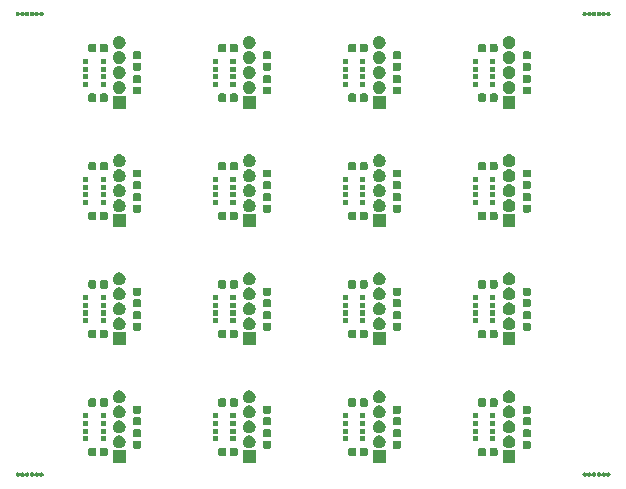
<source format=gbr>
G04 #@! TF.GenerationSoftware,KiCad,Pcbnew,5.1.5-52549c5~84~ubuntu18.04.1*
G04 #@! TF.CreationDate,2020-10-30T11:30:54+01:00*
G04 #@! TF.ProjectId,output.load_cell_panel,6f757470-7574-42e6-9c6f-61645f63656c,rev?*
G04 #@! TF.SameCoordinates,Original*
G04 #@! TF.FileFunction,Soldermask,Top*
G04 #@! TF.FilePolarity,Negative*
%FSLAX46Y46*%
G04 Gerber Fmt 4.6, Leading zero omitted, Abs format (unit mm)*
G04 Created by KiCad (PCBNEW 5.1.5-52549c5~84~ubuntu18.04.1) date 2020-10-30 11:30:54*
%MOMM*%
%LPD*%
G04 APERTURE LIST*
%ADD10C,0.100000*%
G04 APERTURE END LIST*
D10*
G36*
X175055423Y-106817301D02*
G01*
X175089996Y-106831622D01*
X175121118Y-106852417D01*
X175147583Y-106878882D01*
X175168378Y-106910004D01*
X175182699Y-106944577D01*
X175190000Y-106981286D01*
X175190000Y-107018714D01*
X175182699Y-107055423D01*
X175168378Y-107089996D01*
X175147583Y-107121118D01*
X175121118Y-107147583D01*
X175089996Y-107168378D01*
X175055423Y-107182699D01*
X175018714Y-107190000D01*
X174981286Y-107190000D01*
X174944577Y-107182699D01*
X174910004Y-107168378D01*
X174878882Y-107147583D01*
X174852417Y-107121118D01*
X174831622Y-107089996D01*
X174817301Y-107055423D01*
X174810000Y-107018714D01*
X174810000Y-106981286D01*
X174817301Y-106944577D01*
X174831622Y-106910004D01*
X174852417Y-106878882D01*
X174878882Y-106852417D01*
X174910004Y-106831622D01*
X174944577Y-106817301D01*
X174981286Y-106810000D01*
X175018714Y-106810000D01*
X175055423Y-106817301D01*
G37*
G36*
X173055423Y-106817301D02*
G01*
X173089996Y-106831622D01*
X173121118Y-106852417D01*
X173147583Y-106878882D01*
X173168378Y-106910004D01*
X173182699Y-106944577D01*
X173190000Y-106981286D01*
X173190000Y-107018714D01*
X173182699Y-107055423D01*
X173168378Y-107089996D01*
X173147583Y-107121118D01*
X173121118Y-107147583D01*
X173089996Y-107168378D01*
X173055423Y-107182699D01*
X173018714Y-107190000D01*
X172981286Y-107190000D01*
X172944577Y-107182699D01*
X172910004Y-107168378D01*
X172878882Y-107147583D01*
X172852417Y-107121118D01*
X172831622Y-107089996D01*
X172817301Y-107055423D01*
X172810000Y-107018714D01*
X172810000Y-106981286D01*
X172817301Y-106944577D01*
X172831622Y-106910004D01*
X172852417Y-106878882D01*
X172878882Y-106852417D01*
X172910004Y-106831622D01*
X172944577Y-106817301D01*
X172981286Y-106810000D01*
X173018714Y-106810000D01*
X173055423Y-106817301D01*
G37*
G36*
X173455423Y-106817301D02*
G01*
X173489996Y-106831622D01*
X173521118Y-106852417D01*
X173547583Y-106878882D01*
X173568378Y-106910004D01*
X173582699Y-106944577D01*
X173590000Y-106981286D01*
X173590000Y-107018714D01*
X173582699Y-107055423D01*
X173568378Y-107089996D01*
X173547583Y-107121118D01*
X173521118Y-107147583D01*
X173489996Y-107168378D01*
X173455423Y-107182699D01*
X173418714Y-107190000D01*
X173381286Y-107190000D01*
X173344577Y-107182699D01*
X173310004Y-107168378D01*
X173278882Y-107147583D01*
X173252417Y-107121118D01*
X173231622Y-107089996D01*
X173217301Y-107055423D01*
X173210000Y-107018714D01*
X173210000Y-106981286D01*
X173217301Y-106944577D01*
X173231622Y-106910004D01*
X173252417Y-106878882D01*
X173278882Y-106852417D01*
X173310004Y-106831622D01*
X173344577Y-106817301D01*
X173381286Y-106810000D01*
X173418714Y-106810000D01*
X173455423Y-106817301D01*
G37*
G36*
X173855423Y-106817301D02*
G01*
X173889996Y-106831622D01*
X173921118Y-106852417D01*
X173947583Y-106878882D01*
X173968378Y-106910004D01*
X173982699Y-106944577D01*
X173990000Y-106981286D01*
X173990000Y-107018714D01*
X173982699Y-107055423D01*
X173968378Y-107089996D01*
X173947583Y-107121118D01*
X173921118Y-107147583D01*
X173889996Y-107168378D01*
X173855423Y-107182699D01*
X173818714Y-107190000D01*
X173781286Y-107190000D01*
X173744577Y-107182699D01*
X173710004Y-107168378D01*
X173678882Y-107147583D01*
X173652417Y-107121118D01*
X173631622Y-107089996D01*
X173617301Y-107055423D01*
X173610000Y-107018714D01*
X173610000Y-106981286D01*
X173617301Y-106944577D01*
X173631622Y-106910004D01*
X173652417Y-106878882D01*
X173678882Y-106852417D01*
X173710004Y-106831622D01*
X173744577Y-106817301D01*
X173781286Y-106810000D01*
X173818714Y-106810000D01*
X173855423Y-106817301D01*
G37*
G36*
X174255423Y-106817301D02*
G01*
X174289996Y-106831622D01*
X174321118Y-106852417D01*
X174347583Y-106878882D01*
X174368378Y-106910004D01*
X174382699Y-106944577D01*
X174390000Y-106981286D01*
X174390000Y-107018714D01*
X174382699Y-107055423D01*
X174368378Y-107089996D01*
X174347583Y-107121118D01*
X174321118Y-107147583D01*
X174289996Y-107168378D01*
X174255423Y-107182699D01*
X174218714Y-107190000D01*
X174181286Y-107190000D01*
X174144577Y-107182699D01*
X174110004Y-107168378D01*
X174078882Y-107147583D01*
X174052417Y-107121118D01*
X174031622Y-107089996D01*
X174017301Y-107055423D01*
X174010000Y-107018714D01*
X174010000Y-106981286D01*
X174017301Y-106944577D01*
X174031622Y-106910004D01*
X174052417Y-106878882D01*
X174078882Y-106852417D01*
X174110004Y-106831622D01*
X174144577Y-106817301D01*
X174181286Y-106810000D01*
X174218714Y-106810000D01*
X174255423Y-106817301D01*
G37*
G36*
X174655423Y-106817301D02*
G01*
X174689996Y-106831622D01*
X174721118Y-106852417D01*
X174747583Y-106878882D01*
X174768378Y-106910004D01*
X174782699Y-106944577D01*
X174790000Y-106981286D01*
X174790000Y-107018714D01*
X174782699Y-107055423D01*
X174768378Y-107089996D01*
X174747583Y-107121118D01*
X174721118Y-107147583D01*
X174689996Y-107168378D01*
X174655423Y-107182699D01*
X174618714Y-107190000D01*
X174581286Y-107190000D01*
X174544577Y-107182699D01*
X174510004Y-107168378D01*
X174478882Y-107147583D01*
X174452417Y-107121118D01*
X174431622Y-107089996D01*
X174417301Y-107055423D01*
X174410000Y-107018714D01*
X174410000Y-106981286D01*
X174417301Y-106944577D01*
X174431622Y-106910004D01*
X174452417Y-106878882D01*
X174478882Y-106852417D01*
X174510004Y-106831622D01*
X174544577Y-106817301D01*
X174581286Y-106810000D01*
X174618714Y-106810000D01*
X174655423Y-106817301D01*
G37*
G36*
X125055423Y-106817301D02*
G01*
X125089996Y-106831622D01*
X125121118Y-106852417D01*
X125147583Y-106878882D01*
X125168378Y-106910004D01*
X125182699Y-106944577D01*
X125190000Y-106981286D01*
X125190000Y-107018714D01*
X125182699Y-107055423D01*
X125168378Y-107089996D01*
X125147583Y-107121118D01*
X125121118Y-107147583D01*
X125089996Y-107168378D01*
X125055423Y-107182699D01*
X125018714Y-107190000D01*
X124981286Y-107190000D01*
X124944577Y-107182699D01*
X124910004Y-107168378D01*
X124878882Y-107147583D01*
X124852417Y-107121118D01*
X124831622Y-107089996D01*
X124817301Y-107055423D01*
X124810000Y-107018714D01*
X124810000Y-106981286D01*
X124817301Y-106944577D01*
X124831622Y-106910004D01*
X124852417Y-106878882D01*
X124878882Y-106852417D01*
X124910004Y-106831622D01*
X124944577Y-106817301D01*
X124981286Y-106810000D01*
X125018714Y-106810000D01*
X125055423Y-106817301D01*
G37*
G36*
X125855423Y-106817301D02*
G01*
X125889996Y-106831622D01*
X125921118Y-106852417D01*
X125947583Y-106878882D01*
X125968378Y-106910004D01*
X125982699Y-106944577D01*
X125990000Y-106981286D01*
X125990000Y-107018714D01*
X125982699Y-107055423D01*
X125968378Y-107089996D01*
X125947583Y-107121118D01*
X125921118Y-107147583D01*
X125889996Y-107168378D01*
X125855423Y-107182699D01*
X125818714Y-107190000D01*
X125781286Y-107190000D01*
X125744577Y-107182699D01*
X125710004Y-107168378D01*
X125678882Y-107147583D01*
X125652417Y-107121118D01*
X125631622Y-107089996D01*
X125617301Y-107055423D01*
X125610000Y-107018714D01*
X125610000Y-106981286D01*
X125617301Y-106944577D01*
X125631622Y-106910004D01*
X125652417Y-106878882D01*
X125678882Y-106852417D01*
X125710004Y-106831622D01*
X125744577Y-106817301D01*
X125781286Y-106810000D01*
X125818714Y-106810000D01*
X125855423Y-106817301D01*
G37*
G36*
X126255423Y-106817301D02*
G01*
X126289996Y-106831622D01*
X126321118Y-106852417D01*
X126347583Y-106878882D01*
X126368378Y-106910004D01*
X126382699Y-106944577D01*
X126390000Y-106981286D01*
X126390000Y-107018714D01*
X126382699Y-107055423D01*
X126368378Y-107089996D01*
X126347583Y-107121118D01*
X126321118Y-107147583D01*
X126289996Y-107168378D01*
X126255423Y-107182699D01*
X126218714Y-107190000D01*
X126181286Y-107190000D01*
X126144577Y-107182699D01*
X126110004Y-107168378D01*
X126078882Y-107147583D01*
X126052417Y-107121118D01*
X126031622Y-107089996D01*
X126017301Y-107055423D01*
X126010000Y-107018714D01*
X126010000Y-106981286D01*
X126017301Y-106944577D01*
X126031622Y-106910004D01*
X126052417Y-106878882D01*
X126078882Y-106852417D01*
X126110004Y-106831622D01*
X126144577Y-106817301D01*
X126181286Y-106810000D01*
X126218714Y-106810000D01*
X126255423Y-106817301D01*
G37*
G36*
X126655423Y-106817301D02*
G01*
X126689996Y-106831622D01*
X126721118Y-106852417D01*
X126747583Y-106878882D01*
X126768378Y-106910004D01*
X126782699Y-106944577D01*
X126790000Y-106981286D01*
X126790000Y-107018714D01*
X126782699Y-107055423D01*
X126768378Y-107089996D01*
X126747583Y-107121118D01*
X126721118Y-107147583D01*
X126689996Y-107168378D01*
X126655423Y-107182699D01*
X126618714Y-107190000D01*
X126581286Y-107190000D01*
X126544577Y-107182699D01*
X126510004Y-107168378D01*
X126478882Y-107147583D01*
X126452417Y-107121118D01*
X126431622Y-107089996D01*
X126417301Y-107055423D01*
X126410000Y-107018714D01*
X126410000Y-106981286D01*
X126417301Y-106944577D01*
X126431622Y-106910004D01*
X126452417Y-106878882D01*
X126478882Y-106852417D01*
X126510004Y-106831622D01*
X126544577Y-106817301D01*
X126581286Y-106810000D01*
X126618714Y-106810000D01*
X126655423Y-106817301D01*
G37*
G36*
X127055423Y-106817301D02*
G01*
X127089996Y-106831622D01*
X127121118Y-106852417D01*
X127147583Y-106878882D01*
X127168378Y-106910004D01*
X127182699Y-106944577D01*
X127190000Y-106981286D01*
X127190000Y-107018714D01*
X127182699Y-107055423D01*
X127168378Y-107089996D01*
X127147583Y-107121118D01*
X127121118Y-107147583D01*
X127089996Y-107168378D01*
X127055423Y-107182699D01*
X127018714Y-107190000D01*
X126981286Y-107190000D01*
X126944577Y-107182699D01*
X126910004Y-107168378D01*
X126878882Y-107147583D01*
X126852417Y-107121118D01*
X126831622Y-107089996D01*
X126817301Y-107055423D01*
X126810000Y-107018714D01*
X126810000Y-106981286D01*
X126817301Y-106944577D01*
X126831622Y-106910004D01*
X126852417Y-106878882D01*
X126878882Y-106852417D01*
X126910004Y-106831622D01*
X126944577Y-106817301D01*
X126981286Y-106810000D01*
X127018714Y-106810000D01*
X127055423Y-106817301D01*
G37*
G36*
X125455423Y-106817301D02*
G01*
X125489996Y-106831622D01*
X125521118Y-106852417D01*
X125547583Y-106878882D01*
X125568378Y-106910004D01*
X125582699Y-106944577D01*
X125590000Y-106981286D01*
X125590000Y-107018714D01*
X125582699Y-107055423D01*
X125568378Y-107089996D01*
X125547583Y-107121118D01*
X125521118Y-107147583D01*
X125489996Y-107168378D01*
X125455423Y-107182699D01*
X125418714Y-107190000D01*
X125381286Y-107190000D01*
X125344577Y-107182699D01*
X125310004Y-107168378D01*
X125278882Y-107147583D01*
X125252417Y-107121118D01*
X125231622Y-107089996D01*
X125217301Y-107055423D01*
X125210000Y-107018714D01*
X125210000Y-106981286D01*
X125217301Y-106944577D01*
X125231622Y-106910004D01*
X125252417Y-106878882D01*
X125278882Y-106852417D01*
X125310004Y-106831622D01*
X125344577Y-106817301D01*
X125381286Y-106810000D01*
X125418714Y-106810000D01*
X125455423Y-106817301D01*
G37*
G36*
X167140000Y-106040000D02*
G01*
X166060000Y-106040000D01*
X166060000Y-104960000D01*
X167140000Y-104960000D01*
X167140000Y-106040000D01*
G37*
G36*
X134140000Y-106040000D02*
G01*
X133060000Y-106040000D01*
X133060000Y-104960000D01*
X134140000Y-104960000D01*
X134140000Y-106040000D01*
G37*
G36*
X156140000Y-106040000D02*
G01*
X155060000Y-106040000D01*
X155060000Y-104960000D01*
X156140000Y-104960000D01*
X156140000Y-106040000D01*
G37*
G36*
X145140000Y-106040000D02*
G01*
X144060000Y-106040000D01*
X144060000Y-104960000D01*
X145140000Y-104960000D01*
X145140000Y-106040000D01*
G37*
G36*
X165487184Y-104743194D02*
G01*
X165518132Y-104752582D01*
X165546659Y-104767830D01*
X165571655Y-104788345D01*
X165592170Y-104813341D01*
X165607418Y-104841868D01*
X165616806Y-104872816D01*
X165620000Y-104905246D01*
X165620000Y-105294754D01*
X165616806Y-105327184D01*
X165607418Y-105358132D01*
X165592170Y-105386659D01*
X165571655Y-105411655D01*
X165546659Y-105432170D01*
X165518132Y-105447418D01*
X165487184Y-105456806D01*
X165454754Y-105460000D01*
X165115246Y-105460000D01*
X165082816Y-105456806D01*
X165051868Y-105447418D01*
X165023341Y-105432170D01*
X164998345Y-105411655D01*
X164977830Y-105386659D01*
X164962582Y-105358132D01*
X164953194Y-105327184D01*
X164950000Y-105294754D01*
X164950000Y-104905246D01*
X164953194Y-104872816D01*
X164962582Y-104841868D01*
X164977830Y-104813341D01*
X164998345Y-104788345D01*
X165023341Y-104767830D01*
X165051868Y-104752582D01*
X165082816Y-104743194D01*
X165115246Y-104740000D01*
X165454754Y-104740000D01*
X165487184Y-104743194D01*
G37*
G36*
X131517184Y-104743194D02*
G01*
X131548132Y-104752582D01*
X131576659Y-104767830D01*
X131601655Y-104788345D01*
X131622170Y-104813341D01*
X131637418Y-104841868D01*
X131646806Y-104872816D01*
X131650000Y-104905246D01*
X131650000Y-105294754D01*
X131646806Y-105327184D01*
X131637418Y-105358132D01*
X131622170Y-105386659D01*
X131601655Y-105411655D01*
X131576659Y-105432170D01*
X131548132Y-105447418D01*
X131517184Y-105456806D01*
X131484754Y-105460000D01*
X131145246Y-105460000D01*
X131112816Y-105456806D01*
X131081868Y-105447418D01*
X131053341Y-105432170D01*
X131028345Y-105411655D01*
X131007830Y-105386659D01*
X130992582Y-105358132D01*
X130983194Y-105327184D01*
X130980000Y-105294754D01*
X130980000Y-104905246D01*
X130983194Y-104872816D01*
X130992582Y-104841868D01*
X131007830Y-104813341D01*
X131028345Y-104788345D01*
X131053341Y-104767830D01*
X131081868Y-104752582D01*
X131112816Y-104743194D01*
X131145246Y-104740000D01*
X131484754Y-104740000D01*
X131517184Y-104743194D01*
G37*
G36*
X132487184Y-104743194D02*
G01*
X132518132Y-104752582D01*
X132546659Y-104767830D01*
X132571655Y-104788345D01*
X132592170Y-104813341D01*
X132607418Y-104841868D01*
X132616806Y-104872816D01*
X132620000Y-104905246D01*
X132620000Y-105294754D01*
X132616806Y-105327184D01*
X132607418Y-105358132D01*
X132592170Y-105386659D01*
X132571655Y-105411655D01*
X132546659Y-105432170D01*
X132518132Y-105447418D01*
X132487184Y-105456806D01*
X132454754Y-105460000D01*
X132115246Y-105460000D01*
X132082816Y-105456806D01*
X132051868Y-105447418D01*
X132023341Y-105432170D01*
X131998345Y-105411655D01*
X131977830Y-105386659D01*
X131962582Y-105358132D01*
X131953194Y-105327184D01*
X131950000Y-105294754D01*
X131950000Y-104905246D01*
X131953194Y-104872816D01*
X131962582Y-104841868D01*
X131977830Y-104813341D01*
X131998345Y-104788345D01*
X132023341Y-104767830D01*
X132051868Y-104752582D01*
X132082816Y-104743194D01*
X132115246Y-104740000D01*
X132454754Y-104740000D01*
X132487184Y-104743194D01*
G37*
G36*
X142517184Y-104743194D02*
G01*
X142548132Y-104752582D01*
X142576659Y-104767830D01*
X142601655Y-104788345D01*
X142622170Y-104813341D01*
X142637418Y-104841868D01*
X142646806Y-104872816D01*
X142650000Y-104905246D01*
X142650000Y-105294754D01*
X142646806Y-105327184D01*
X142637418Y-105358132D01*
X142622170Y-105386659D01*
X142601655Y-105411655D01*
X142576659Y-105432170D01*
X142548132Y-105447418D01*
X142517184Y-105456806D01*
X142484754Y-105460000D01*
X142145246Y-105460000D01*
X142112816Y-105456806D01*
X142081868Y-105447418D01*
X142053341Y-105432170D01*
X142028345Y-105411655D01*
X142007830Y-105386659D01*
X141992582Y-105358132D01*
X141983194Y-105327184D01*
X141980000Y-105294754D01*
X141980000Y-104905246D01*
X141983194Y-104872816D01*
X141992582Y-104841868D01*
X142007830Y-104813341D01*
X142028345Y-104788345D01*
X142053341Y-104767830D01*
X142081868Y-104752582D01*
X142112816Y-104743194D01*
X142145246Y-104740000D01*
X142484754Y-104740000D01*
X142517184Y-104743194D01*
G37*
G36*
X143487184Y-104743194D02*
G01*
X143518132Y-104752582D01*
X143546659Y-104767830D01*
X143571655Y-104788345D01*
X143592170Y-104813341D01*
X143607418Y-104841868D01*
X143616806Y-104872816D01*
X143620000Y-104905246D01*
X143620000Y-105294754D01*
X143616806Y-105327184D01*
X143607418Y-105358132D01*
X143592170Y-105386659D01*
X143571655Y-105411655D01*
X143546659Y-105432170D01*
X143518132Y-105447418D01*
X143487184Y-105456806D01*
X143454754Y-105460000D01*
X143115246Y-105460000D01*
X143082816Y-105456806D01*
X143051868Y-105447418D01*
X143023341Y-105432170D01*
X142998345Y-105411655D01*
X142977830Y-105386659D01*
X142962582Y-105358132D01*
X142953194Y-105327184D01*
X142950000Y-105294754D01*
X142950000Y-104905246D01*
X142953194Y-104872816D01*
X142962582Y-104841868D01*
X142977830Y-104813341D01*
X142998345Y-104788345D01*
X143023341Y-104767830D01*
X143051868Y-104752582D01*
X143082816Y-104743194D01*
X143115246Y-104740000D01*
X143454754Y-104740000D01*
X143487184Y-104743194D01*
G37*
G36*
X153517184Y-104743194D02*
G01*
X153548132Y-104752582D01*
X153576659Y-104767830D01*
X153601655Y-104788345D01*
X153622170Y-104813341D01*
X153637418Y-104841868D01*
X153646806Y-104872816D01*
X153650000Y-104905246D01*
X153650000Y-105294754D01*
X153646806Y-105327184D01*
X153637418Y-105358132D01*
X153622170Y-105386659D01*
X153601655Y-105411655D01*
X153576659Y-105432170D01*
X153548132Y-105447418D01*
X153517184Y-105456806D01*
X153484754Y-105460000D01*
X153145246Y-105460000D01*
X153112816Y-105456806D01*
X153081868Y-105447418D01*
X153053341Y-105432170D01*
X153028345Y-105411655D01*
X153007830Y-105386659D01*
X152992582Y-105358132D01*
X152983194Y-105327184D01*
X152980000Y-105294754D01*
X152980000Y-104905246D01*
X152983194Y-104872816D01*
X152992582Y-104841868D01*
X153007830Y-104813341D01*
X153028345Y-104788345D01*
X153053341Y-104767830D01*
X153081868Y-104752582D01*
X153112816Y-104743194D01*
X153145246Y-104740000D01*
X153484754Y-104740000D01*
X153517184Y-104743194D01*
G37*
G36*
X154487184Y-104743194D02*
G01*
X154518132Y-104752582D01*
X154546659Y-104767830D01*
X154571655Y-104788345D01*
X154592170Y-104813341D01*
X154607418Y-104841868D01*
X154616806Y-104872816D01*
X154620000Y-104905246D01*
X154620000Y-105294754D01*
X154616806Y-105327184D01*
X154607418Y-105358132D01*
X154592170Y-105386659D01*
X154571655Y-105411655D01*
X154546659Y-105432170D01*
X154518132Y-105447418D01*
X154487184Y-105456806D01*
X154454754Y-105460000D01*
X154115246Y-105460000D01*
X154082816Y-105456806D01*
X154051868Y-105447418D01*
X154023341Y-105432170D01*
X153998345Y-105411655D01*
X153977830Y-105386659D01*
X153962582Y-105358132D01*
X153953194Y-105327184D01*
X153950000Y-105294754D01*
X153950000Y-104905246D01*
X153953194Y-104872816D01*
X153962582Y-104841868D01*
X153977830Y-104813341D01*
X153998345Y-104788345D01*
X154023341Y-104767830D01*
X154051868Y-104752582D01*
X154082816Y-104743194D01*
X154115246Y-104740000D01*
X154454754Y-104740000D01*
X154487184Y-104743194D01*
G37*
G36*
X164517184Y-104743194D02*
G01*
X164548132Y-104752582D01*
X164576659Y-104767830D01*
X164601655Y-104788345D01*
X164622170Y-104813341D01*
X164637418Y-104841868D01*
X164646806Y-104872816D01*
X164650000Y-104905246D01*
X164650000Y-105294754D01*
X164646806Y-105327184D01*
X164637418Y-105358132D01*
X164622170Y-105386659D01*
X164601655Y-105411655D01*
X164576659Y-105432170D01*
X164548132Y-105447418D01*
X164517184Y-105456806D01*
X164484754Y-105460000D01*
X164145246Y-105460000D01*
X164112816Y-105456806D01*
X164081868Y-105447418D01*
X164053341Y-105432170D01*
X164028345Y-105411655D01*
X164007830Y-105386659D01*
X163992582Y-105358132D01*
X163983194Y-105327184D01*
X163980000Y-105294754D01*
X163980000Y-104905246D01*
X163983194Y-104872816D01*
X163992582Y-104841868D01*
X164007830Y-104813341D01*
X164028345Y-104788345D01*
X164053341Y-104767830D01*
X164081868Y-104752582D01*
X164112816Y-104743194D01*
X164145246Y-104740000D01*
X164484754Y-104740000D01*
X164517184Y-104743194D01*
G37*
G36*
X135327184Y-104153194D02*
G01*
X135358132Y-104162582D01*
X135386659Y-104177830D01*
X135411655Y-104198345D01*
X135432170Y-104223341D01*
X135447418Y-104251868D01*
X135456806Y-104282816D01*
X135460000Y-104315246D01*
X135460000Y-104654754D01*
X135456806Y-104687184D01*
X135447418Y-104718132D01*
X135432170Y-104746659D01*
X135411655Y-104771655D01*
X135386659Y-104792170D01*
X135358132Y-104807418D01*
X135327184Y-104816806D01*
X135294754Y-104820000D01*
X134905246Y-104820000D01*
X134872816Y-104816806D01*
X134841868Y-104807418D01*
X134813341Y-104792170D01*
X134788345Y-104771655D01*
X134767830Y-104746659D01*
X134752582Y-104718132D01*
X134743194Y-104687184D01*
X134740000Y-104654754D01*
X134740000Y-104315246D01*
X134743194Y-104282816D01*
X134752582Y-104251868D01*
X134767830Y-104223341D01*
X134788345Y-104198345D01*
X134813341Y-104177830D01*
X134841868Y-104162582D01*
X134872816Y-104153194D01*
X134905246Y-104150000D01*
X135294754Y-104150000D01*
X135327184Y-104153194D01*
G37*
G36*
X168327184Y-104153194D02*
G01*
X168358132Y-104162582D01*
X168386659Y-104177830D01*
X168411655Y-104198345D01*
X168432170Y-104223341D01*
X168447418Y-104251868D01*
X168456806Y-104282816D01*
X168460000Y-104315246D01*
X168460000Y-104654754D01*
X168456806Y-104687184D01*
X168447418Y-104718132D01*
X168432170Y-104746659D01*
X168411655Y-104771655D01*
X168386659Y-104792170D01*
X168358132Y-104807418D01*
X168327184Y-104816806D01*
X168294754Y-104820000D01*
X167905246Y-104820000D01*
X167872816Y-104816806D01*
X167841868Y-104807418D01*
X167813341Y-104792170D01*
X167788345Y-104771655D01*
X167767830Y-104746659D01*
X167752582Y-104718132D01*
X167743194Y-104687184D01*
X167740000Y-104654754D01*
X167740000Y-104315246D01*
X167743194Y-104282816D01*
X167752582Y-104251868D01*
X167767830Y-104223341D01*
X167788345Y-104198345D01*
X167813341Y-104177830D01*
X167841868Y-104162582D01*
X167872816Y-104153194D01*
X167905246Y-104150000D01*
X168294754Y-104150000D01*
X168327184Y-104153194D01*
G37*
G36*
X146327184Y-104153194D02*
G01*
X146358132Y-104162582D01*
X146386659Y-104177830D01*
X146411655Y-104198345D01*
X146432170Y-104223341D01*
X146447418Y-104251868D01*
X146456806Y-104282816D01*
X146460000Y-104315246D01*
X146460000Y-104654754D01*
X146456806Y-104687184D01*
X146447418Y-104718132D01*
X146432170Y-104746659D01*
X146411655Y-104771655D01*
X146386659Y-104792170D01*
X146358132Y-104807418D01*
X146327184Y-104816806D01*
X146294754Y-104820000D01*
X145905246Y-104820000D01*
X145872816Y-104816806D01*
X145841868Y-104807418D01*
X145813341Y-104792170D01*
X145788345Y-104771655D01*
X145767830Y-104746659D01*
X145752582Y-104718132D01*
X145743194Y-104687184D01*
X145740000Y-104654754D01*
X145740000Y-104315246D01*
X145743194Y-104282816D01*
X145752582Y-104251868D01*
X145767830Y-104223341D01*
X145788345Y-104198345D01*
X145813341Y-104177830D01*
X145841868Y-104162582D01*
X145872816Y-104153194D01*
X145905246Y-104150000D01*
X146294754Y-104150000D01*
X146327184Y-104153194D01*
G37*
G36*
X157327184Y-104153194D02*
G01*
X157358132Y-104162582D01*
X157386659Y-104177830D01*
X157411655Y-104198345D01*
X157432170Y-104223341D01*
X157447418Y-104251868D01*
X157456806Y-104282816D01*
X157460000Y-104315246D01*
X157460000Y-104654754D01*
X157456806Y-104687184D01*
X157447418Y-104718132D01*
X157432170Y-104746659D01*
X157411655Y-104771655D01*
X157386659Y-104792170D01*
X157358132Y-104807418D01*
X157327184Y-104816806D01*
X157294754Y-104820000D01*
X156905246Y-104820000D01*
X156872816Y-104816806D01*
X156841868Y-104807418D01*
X156813341Y-104792170D01*
X156788345Y-104771655D01*
X156767830Y-104746659D01*
X156752582Y-104718132D01*
X156743194Y-104687184D01*
X156740000Y-104654754D01*
X156740000Y-104315246D01*
X156743194Y-104282816D01*
X156752582Y-104251868D01*
X156767830Y-104223341D01*
X156788345Y-104198345D01*
X156813341Y-104177830D01*
X156841868Y-104162582D01*
X156872816Y-104153194D01*
X156905246Y-104150000D01*
X157294754Y-104150000D01*
X157327184Y-104153194D01*
G37*
G36*
X133757514Y-103710752D02*
G01*
X133855783Y-103751456D01*
X133855786Y-103751458D01*
X133944230Y-103810554D01*
X134019446Y-103885770D01*
X134078542Y-103974214D01*
X134078544Y-103974217D01*
X134119248Y-104072486D01*
X134140000Y-104176814D01*
X134140000Y-104283186D01*
X134119248Y-104387514D01*
X134078544Y-104485783D01*
X134078542Y-104485786D01*
X134019446Y-104574230D01*
X133944230Y-104649446D01*
X133855786Y-104708542D01*
X133855783Y-104708544D01*
X133757514Y-104749248D01*
X133653186Y-104770000D01*
X133546814Y-104770000D01*
X133442486Y-104749248D01*
X133344217Y-104708544D01*
X133344214Y-104708542D01*
X133255770Y-104649446D01*
X133180554Y-104574230D01*
X133121458Y-104485786D01*
X133121456Y-104485783D01*
X133080752Y-104387514D01*
X133060000Y-104283186D01*
X133060000Y-104176814D01*
X133080752Y-104072486D01*
X133121456Y-103974217D01*
X133121458Y-103974214D01*
X133180554Y-103885770D01*
X133255770Y-103810554D01*
X133344214Y-103751458D01*
X133344217Y-103751456D01*
X133442486Y-103710752D01*
X133546814Y-103690000D01*
X133653186Y-103690000D01*
X133757514Y-103710752D01*
G37*
G36*
X166757514Y-103710752D02*
G01*
X166855783Y-103751456D01*
X166855786Y-103751458D01*
X166944230Y-103810554D01*
X167019446Y-103885770D01*
X167078542Y-103974214D01*
X167078544Y-103974217D01*
X167119248Y-104072486D01*
X167140000Y-104176814D01*
X167140000Y-104283186D01*
X167119248Y-104387514D01*
X167078544Y-104485783D01*
X167078542Y-104485786D01*
X167019446Y-104574230D01*
X166944230Y-104649446D01*
X166855786Y-104708542D01*
X166855783Y-104708544D01*
X166757514Y-104749248D01*
X166653186Y-104770000D01*
X166546814Y-104770000D01*
X166442486Y-104749248D01*
X166344217Y-104708544D01*
X166344214Y-104708542D01*
X166255770Y-104649446D01*
X166180554Y-104574230D01*
X166121458Y-104485786D01*
X166121456Y-104485783D01*
X166080752Y-104387514D01*
X166060000Y-104283186D01*
X166060000Y-104176814D01*
X166080752Y-104072486D01*
X166121456Y-103974217D01*
X166121458Y-103974214D01*
X166180554Y-103885770D01*
X166255770Y-103810554D01*
X166344214Y-103751458D01*
X166344217Y-103751456D01*
X166442486Y-103710752D01*
X166546814Y-103690000D01*
X166653186Y-103690000D01*
X166757514Y-103710752D01*
G37*
G36*
X144757514Y-103710752D02*
G01*
X144855783Y-103751456D01*
X144855786Y-103751458D01*
X144944230Y-103810554D01*
X145019446Y-103885770D01*
X145078542Y-103974214D01*
X145078544Y-103974217D01*
X145119248Y-104072486D01*
X145140000Y-104176814D01*
X145140000Y-104283186D01*
X145119248Y-104387514D01*
X145078544Y-104485783D01*
X145078542Y-104485786D01*
X145019446Y-104574230D01*
X144944230Y-104649446D01*
X144855786Y-104708542D01*
X144855783Y-104708544D01*
X144757514Y-104749248D01*
X144653186Y-104770000D01*
X144546814Y-104770000D01*
X144442486Y-104749248D01*
X144344217Y-104708544D01*
X144344214Y-104708542D01*
X144255770Y-104649446D01*
X144180554Y-104574230D01*
X144121458Y-104485786D01*
X144121456Y-104485783D01*
X144080752Y-104387514D01*
X144060000Y-104283186D01*
X144060000Y-104176814D01*
X144080752Y-104072486D01*
X144121456Y-103974217D01*
X144121458Y-103974214D01*
X144180554Y-103885770D01*
X144255770Y-103810554D01*
X144344214Y-103751458D01*
X144344217Y-103751456D01*
X144442486Y-103710752D01*
X144546814Y-103690000D01*
X144653186Y-103690000D01*
X144757514Y-103710752D01*
G37*
G36*
X155757514Y-103710752D02*
G01*
X155855783Y-103751456D01*
X155855786Y-103751458D01*
X155944230Y-103810554D01*
X156019446Y-103885770D01*
X156078542Y-103974214D01*
X156078544Y-103974217D01*
X156119248Y-104072486D01*
X156140000Y-104176814D01*
X156140000Y-104283186D01*
X156119248Y-104387514D01*
X156078544Y-104485783D01*
X156078542Y-104485786D01*
X156019446Y-104574230D01*
X155944230Y-104649446D01*
X155855786Y-104708542D01*
X155855783Y-104708544D01*
X155757514Y-104749248D01*
X155653186Y-104770000D01*
X155546814Y-104770000D01*
X155442486Y-104749248D01*
X155344217Y-104708544D01*
X155344214Y-104708542D01*
X155255770Y-104649446D01*
X155180554Y-104574230D01*
X155121458Y-104485786D01*
X155121456Y-104485783D01*
X155080752Y-104387514D01*
X155060000Y-104283186D01*
X155060000Y-104176814D01*
X155080752Y-104072486D01*
X155121456Y-103974217D01*
X155121458Y-103974214D01*
X155180554Y-103885770D01*
X155255770Y-103810554D01*
X155344214Y-103751458D01*
X155344217Y-103751456D01*
X155442486Y-103710752D01*
X155546814Y-103690000D01*
X155653186Y-103690000D01*
X155757514Y-103710752D01*
G37*
G36*
X154440000Y-104190000D02*
G01*
X154010000Y-104190000D01*
X154010000Y-103760000D01*
X154440000Y-103760000D01*
X154440000Y-104190000D01*
G37*
G36*
X165440000Y-104190000D02*
G01*
X165010000Y-104190000D01*
X165010000Y-103760000D01*
X165440000Y-103760000D01*
X165440000Y-104190000D01*
G37*
G36*
X163990000Y-104190000D02*
G01*
X163560000Y-104190000D01*
X163560000Y-103760000D01*
X163990000Y-103760000D01*
X163990000Y-104190000D01*
G37*
G36*
X152990000Y-104190000D02*
G01*
X152560000Y-104190000D01*
X152560000Y-103760000D01*
X152990000Y-103760000D01*
X152990000Y-104190000D01*
G37*
G36*
X143440000Y-104190000D02*
G01*
X143010000Y-104190000D01*
X143010000Y-103760000D01*
X143440000Y-103760000D01*
X143440000Y-104190000D01*
G37*
G36*
X141990000Y-104190000D02*
G01*
X141560000Y-104190000D01*
X141560000Y-103760000D01*
X141990000Y-103760000D01*
X141990000Y-104190000D01*
G37*
G36*
X132440000Y-104190000D02*
G01*
X132010000Y-104190000D01*
X132010000Y-103760000D01*
X132440000Y-103760000D01*
X132440000Y-104190000D01*
G37*
G36*
X130990000Y-104190000D02*
G01*
X130560000Y-104190000D01*
X130560000Y-103760000D01*
X130990000Y-103760000D01*
X130990000Y-104190000D01*
G37*
G36*
X157327184Y-103183194D02*
G01*
X157358132Y-103192582D01*
X157386659Y-103207830D01*
X157411655Y-103228345D01*
X157432170Y-103253341D01*
X157447418Y-103281868D01*
X157456806Y-103312816D01*
X157460000Y-103345246D01*
X157460000Y-103684754D01*
X157456806Y-103717184D01*
X157447418Y-103748132D01*
X157432170Y-103776659D01*
X157411655Y-103801655D01*
X157386659Y-103822170D01*
X157358132Y-103837418D01*
X157327184Y-103846806D01*
X157294754Y-103850000D01*
X156905246Y-103850000D01*
X156872816Y-103846806D01*
X156841868Y-103837418D01*
X156813341Y-103822170D01*
X156788345Y-103801655D01*
X156767830Y-103776659D01*
X156752582Y-103748132D01*
X156743194Y-103717184D01*
X156740000Y-103684754D01*
X156740000Y-103345246D01*
X156743194Y-103312816D01*
X156752582Y-103281868D01*
X156767830Y-103253341D01*
X156788345Y-103228345D01*
X156813341Y-103207830D01*
X156841868Y-103192582D01*
X156872816Y-103183194D01*
X156905246Y-103180000D01*
X157294754Y-103180000D01*
X157327184Y-103183194D01*
G37*
G36*
X146327184Y-103183194D02*
G01*
X146358132Y-103192582D01*
X146386659Y-103207830D01*
X146411655Y-103228345D01*
X146432170Y-103253341D01*
X146447418Y-103281868D01*
X146456806Y-103312816D01*
X146460000Y-103345246D01*
X146460000Y-103684754D01*
X146456806Y-103717184D01*
X146447418Y-103748132D01*
X146432170Y-103776659D01*
X146411655Y-103801655D01*
X146386659Y-103822170D01*
X146358132Y-103837418D01*
X146327184Y-103846806D01*
X146294754Y-103850000D01*
X145905246Y-103850000D01*
X145872816Y-103846806D01*
X145841868Y-103837418D01*
X145813341Y-103822170D01*
X145788345Y-103801655D01*
X145767830Y-103776659D01*
X145752582Y-103748132D01*
X145743194Y-103717184D01*
X145740000Y-103684754D01*
X145740000Y-103345246D01*
X145743194Y-103312816D01*
X145752582Y-103281868D01*
X145767830Y-103253341D01*
X145788345Y-103228345D01*
X145813341Y-103207830D01*
X145841868Y-103192582D01*
X145872816Y-103183194D01*
X145905246Y-103180000D01*
X146294754Y-103180000D01*
X146327184Y-103183194D01*
G37*
G36*
X135327184Y-103183194D02*
G01*
X135358132Y-103192582D01*
X135386659Y-103207830D01*
X135411655Y-103228345D01*
X135432170Y-103253341D01*
X135447418Y-103281868D01*
X135456806Y-103312816D01*
X135460000Y-103345246D01*
X135460000Y-103684754D01*
X135456806Y-103717184D01*
X135447418Y-103748132D01*
X135432170Y-103776659D01*
X135411655Y-103801655D01*
X135386659Y-103822170D01*
X135358132Y-103837418D01*
X135327184Y-103846806D01*
X135294754Y-103850000D01*
X134905246Y-103850000D01*
X134872816Y-103846806D01*
X134841868Y-103837418D01*
X134813341Y-103822170D01*
X134788345Y-103801655D01*
X134767830Y-103776659D01*
X134752582Y-103748132D01*
X134743194Y-103717184D01*
X134740000Y-103684754D01*
X134740000Y-103345246D01*
X134743194Y-103312816D01*
X134752582Y-103281868D01*
X134767830Y-103253341D01*
X134788345Y-103228345D01*
X134813341Y-103207830D01*
X134841868Y-103192582D01*
X134872816Y-103183194D01*
X134905246Y-103180000D01*
X135294754Y-103180000D01*
X135327184Y-103183194D01*
G37*
G36*
X168327184Y-103183194D02*
G01*
X168358132Y-103192582D01*
X168386659Y-103207830D01*
X168411655Y-103228345D01*
X168432170Y-103253341D01*
X168447418Y-103281868D01*
X168456806Y-103312816D01*
X168460000Y-103345246D01*
X168460000Y-103684754D01*
X168456806Y-103717184D01*
X168447418Y-103748132D01*
X168432170Y-103776659D01*
X168411655Y-103801655D01*
X168386659Y-103822170D01*
X168358132Y-103837418D01*
X168327184Y-103846806D01*
X168294754Y-103850000D01*
X167905246Y-103850000D01*
X167872816Y-103846806D01*
X167841868Y-103837418D01*
X167813341Y-103822170D01*
X167788345Y-103801655D01*
X167767830Y-103776659D01*
X167752582Y-103748132D01*
X167743194Y-103717184D01*
X167740000Y-103684754D01*
X167740000Y-103345246D01*
X167743194Y-103312816D01*
X167752582Y-103281868D01*
X167767830Y-103253341D01*
X167788345Y-103228345D01*
X167813341Y-103207830D01*
X167841868Y-103192582D01*
X167872816Y-103183194D01*
X167905246Y-103180000D01*
X168294754Y-103180000D01*
X168327184Y-103183194D01*
G37*
G36*
X143440000Y-103540000D02*
G01*
X143010000Y-103540000D01*
X143010000Y-103110000D01*
X143440000Y-103110000D01*
X143440000Y-103540000D01*
G37*
G36*
X165440000Y-103540000D02*
G01*
X165010000Y-103540000D01*
X165010000Y-103110000D01*
X165440000Y-103110000D01*
X165440000Y-103540000D01*
G37*
G36*
X163990000Y-103540000D02*
G01*
X163560000Y-103540000D01*
X163560000Y-103110000D01*
X163990000Y-103110000D01*
X163990000Y-103540000D01*
G37*
G36*
X130990000Y-103540000D02*
G01*
X130560000Y-103540000D01*
X130560000Y-103110000D01*
X130990000Y-103110000D01*
X130990000Y-103540000D01*
G37*
G36*
X141990000Y-103540000D02*
G01*
X141560000Y-103540000D01*
X141560000Y-103110000D01*
X141990000Y-103110000D01*
X141990000Y-103540000D01*
G37*
G36*
X154440000Y-103540000D02*
G01*
X154010000Y-103540000D01*
X154010000Y-103110000D01*
X154440000Y-103110000D01*
X154440000Y-103540000D01*
G37*
G36*
X152990000Y-103540000D02*
G01*
X152560000Y-103540000D01*
X152560000Y-103110000D01*
X152990000Y-103110000D01*
X152990000Y-103540000D01*
G37*
G36*
X132440000Y-103540000D02*
G01*
X132010000Y-103540000D01*
X132010000Y-103110000D01*
X132440000Y-103110000D01*
X132440000Y-103540000D01*
G37*
G36*
X133757514Y-102440752D02*
G01*
X133855783Y-102481456D01*
X133855786Y-102481458D01*
X133944230Y-102540554D01*
X134019446Y-102615770D01*
X134067163Y-102687184D01*
X134078544Y-102704217D01*
X134119248Y-102802486D01*
X134140000Y-102906814D01*
X134140000Y-103013186D01*
X134119248Y-103117514D01*
X134078544Y-103215783D01*
X134078542Y-103215786D01*
X134019446Y-103304230D01*
X133944230Y-103379446D01*
X133855786Y-103438542D01*
X133855783Y-103438544D01*
X133757514Y-103479248D01*
X133653186Y-103500000D01*
X133546814Y-103500000D01*
X133442486Y-103479248D01*
X133344217Y-103438544D01*
X133344214Y-103438542D01*
X133255770Y-103379446D01*
X133180554Y-103304230D01*
X133121458Y-103215786D01*
X133121456Y-103215783D01*
X133080752Y-103117514D01*
X133060000Y-103013186D01*
X133060000Y-102906814D01*
X133080752Y-102802486D01*
X133121456Y-102704217D01*
X133132837Y-102687184D01*
X133180554Y-102615770D01*
X133255770Y-102540554D01*
X133344214Y-102481458D01*
X133344217Y-102481456D01*
X133442486Y-102440752D01*
X133546814Y-102420000D01*
X133653186Y-102420000D01*
X133757514Y-102440752D01*
G37*
G36*
X144757514Y-102440752D02*
G01*
X144855783Y-102481456D01*
X144855786Y-102481458D01*
X144944230Y-102540554D01*
X145019446Y-102615770D01*
X145067163Y-102687184D01*
X145078544Y-102704217D01*
X145119248Y-102802486D01*
X145140000Y-102906814D01*
X145140000Y-103013186D01*
X145119248Y-103117514D01*
X145078544Y-103215783D01*
X145078542Y-103215786D01*
X145019446Y-103304230D01*
X144944230Y-103379446D01*
X144855786Y-103438542D01*
X144855783Y-103438544D01*
X144757514Y-103479248D01*
X144653186Y-103500000D01*
X144546814Y-103500000D01*
X144442486Y-103479248D01*
X144344217Y-103438544D01*
X144344214Y-103438542D01*
X144255770Y-103379446D01*
X144180554Y-103304230D01*
X144121458Y-103215786D01*
X144121456Y-103215783D01*
X144080752Y-103117514D01*
X144060000Y-103013186D01*
X144060000Y-102906814D01*
X144080752Y-102802486D01*
X144121456Y-102704217D01*
X144132837Y-102687184D01*
X144180554Y-102615770D01*
X144255770Y-102540554D01*
X144344214Y-102481458D01*
X144344217Y-102481456D01*
X144442486Y-102440752D01*
X144546814Y-102420000D01*
X144653186Y-102420000D01*
X144757514Y-102440752D01*
G37*
G36*
X155757514Y-102440752D02*
G01*
X155855783Y-102481456D01*
X155855786Y-102481458D01*
X155944230Y-102540554D01*
X156019446Y-102615770D01*
X156067163Y-102687184D01*
X156078544Y-102704217D01*
X156119248Y-102802486D01*
X156140000Y-102906814D01*
X156140000Y-103013186D01*
X156119248Y-103117514D01*
X156078544Y-103215783D01*
X156078542Y-103215786D01*
X156019446Y-103304230D01*
X155944230Y-103379446D01*
X155855786Y-103438542D01*
X155855783Y-103438544D01*
X155757514Y-103479248D01*
X155653186Y-103500000D01*
X155546814Y-103500000D01*
X155442486Y-103479248D01*
X155344217Y-103438544D01*
X155344214Y-103438542D01*
X155255770Y-103379446D01*
X155180554Y-103304230D01*
X155121458Y-103215786D01*
X155121456Y-103215783D01*
X155080752Y-103117514D01*
X155060000Y-103013186D01*
X155060000Y-102906814D01*
X155080752Y-102802486D01*
X155121456Y-102704217D01*
X155132837Y-102687184D01*
X155180554Y-102615770D01*
X155255770Y-102540554D01*
X155344214Y-102481458D01*
X155344217Y-102481456D01*
X155442486Y-102440752D01*
X155546814Y-102420000D01*
X155653186Y-102420000D01*
X155757514Y-102440752D01*
G37*
G36*
X166757514Y-102440752D02*
G01*
X166855783Y-102481456D01*
X166855786Y-102481458D01*
X166944230Y-102540554D01*
X167019446Y-102615770D01*
X167067163Y-102687184D01*
X167078544Y-102704217D01*
X167119248Y-102802486D01*
X167140000Y-102906814D01*
X167140000Y-103013186D01*
X167119248Y-103117514D01*
X167078544Y-103215783D01*
X167078542Y-103215786D01*
X167019446Y-103304230D01*
X166944230Y-103379446D01*
X166855786Y-103438542D01*
X166855783Y-103438544D01*
X166757514Y-103479248D01*
X166653186Y-103500000D01*
X166546814Y-103500000D01*
X166442486Y-103479248D01*
X166344217Y-103438544D01*
X166344214Y-103438542D01*
X166255770Y-103379446D01*
X166180554Y-103304230D01*
X166121458Y-103215786D01*
X166121456Y-103215783D01*
X166080752Y-103117514D01*
X166060000Y-103013186D01*
X166060000Y-102906814D01*
X166080752Y-102802486D01*
X166121456Y-102704217D01*
X166132837Y-102687184D01*
X166180554Y-102615770D01*
X166255770Y-102540554D01*
X166344214Y-102481458D01*
X166344217Y-102481456D01*
X166442486Y-102440752D01*
X166546814Y-102420000D01*
X166653186Y-102420000D01*
X166757514Y-102440752D01*
G37*
G36*
X152990000Y-102890000D02*
G01*
X152560000Y-102890000D01*
X152560000Y-102460000D01*
X152990000Y-102460000D01*
X152990000Y-102890000D01*
G37*
G36*
X165440000Y-102890000D02*
G01*
X165010000Y-102890000D01*
X165010000Y-102460000D01*
X165440000Y-102460000D01*
X165440000Y-102890000D01*
G37*
G36*
X163990000Y-102890000D02*
G01*
X163560000Y-102890000D01*
X163560000Y-102460000D01*
X163990000Y-102460000D01*
X163990000Y-102890000D01*
G37*
G36*
X154440000Y-102890000D02*
G01*
X154010000Y-102890000D01*
X154010000Y-102460000D01*
X154440000Y-102460000D01*
X154440000Y-102890000D01*
G37*
G36*
X143440000Y-102890000D02*
G01*
X143010000Y-102890000D01*
X143010000Y-102460000D01*
X143440000Y-102460000D01*
X143440000Y-102890000D01*
G37*
G36*
X130990000Y-102890000D02*
G01*
X130560000Y-102890000D01*
X130560000Y-102460000D01*
X130990000Y-102460000D01*
X130990000Y-102890000D01*
G37*
G36*
X132440000Y-102890000D02*
G01*
X132010000Y-102890000D01*
X132010000Y-102460000D01*
X132440000Y-102460000D01*
X132440000Y-102890000D01*
G37*
G36*
X141990000Y-102890000D02*
G01*
X141560000Y-102890000D01*
X141560000Y-102460000D01*
X141990000Y-102460000D01*
X141990000Y-102890000D01*
G37*
G36*
X135327184Y-102153194D02*
G01*
X135358132Y-102162582D01*
X135386659Y-102177830D01*
X135411655Y-102198345D01*
X135432170Y-102223341D01*
X135447418Y-102251868D01*
X135456806Y-102282816D01*
X135460000Y-102315246D01*
X135460000Y-102654754D01*
X135456806Y-102687184D01*
X135447418Y-102718132D01*
X135432170Y-102746659D01*
X135411655Y-102771655D01*
X135386659Y-102792170D01*
X135358132Y-102807418D01*
X135327184Y-102816806D01*
X135294754Y-102820000D01*
X134905246Y-102820000D01*
X134872816Y-102816806D01*
X134841868Y-102807418D01*
X134813341Y-102792170D01*
X134788345Y-102771655D01*
X134767830Y-102746659D01*
X134752582Y-102718132D01*
X134743194Y-102687184D01*
X134740000Y-102654754D01*
X134740000Y-102315246D01*
X134743194Y-102282816D01*
X134752582Y-102251868D01*
X134767830Y-102223341D01*
X134788345Y-102198345D01*
X134813341Y-102177830D01*
X134841868Y-102162582D01*
X134872816Y-102153194D01*
X134905246Y-102150000D01*
X135294754Y-102150000D01*
X135327184Y-102153194D01*
G37*
G36*
X168327184Y-102153194D02*
G01*
X168358132Y-102162582D01*
X168386659Y-102177830D01*
X168411655Y-102198345D01*
X168432170Y-102223341D01*
X168447418Y-102251868D01*
X168456806Y-102282816D01*
X168460000Y-102315246D01*
X168460000Y-102654754D01*
X168456806Y-102687184D01*
X168447418Y-102718132D01*
X168432170Y-102746659D01*
X168411655Y-102771655D01*
X168386659Y-102792170D01*
X168358132Y-102807418D01*
X168327184Y-102816806D01*
X168294754Y-102820000D01*
X167905246Y-102820000D01*
X167872816Y-102816806D01*
X167841868Y-102807418D01*
X167813341Y-102792170D01*
X167788345Y-102771655D01*
X167767830Y-102746659D01*
X167752582Y-102718132D01*
X167743194Y-102687184D01*
X167740000Y-102654754D01*
X167740000Y-102315246D01*
X167743194Y-102282816D01*
X167752582Y-102251868D01*
X167767830Y-102223341D01*
X167788345Y-102198345D01*
X167813341Y-102177830D01*
X167841868Y-102162582D01*
X167872816Y-102153194D01*
X167905246Y-102150000D01*
X168294754Y-102150000D01*
X168327184Y-102153194D01*
G37*
G36*
X157327184Y-102153194D02*
G01*
X157358132Y-102162582D01*
X157386659Y-102177830D01*
X157411655Y-102198345D01*
X157432170Y-102223341D01*
X157447418Y-102251868D01*
X157456806Y-102282816D01*
X157460000Y-102315246D01*
X157460000Y-102654754D01*
X157456806Y-102687184D01*
X157447418Y-102718132D01*
X157432170Y-102746659D01*
X157411655Y-102771655D01*
X157386659Y-102792170D01*
X157358132Y-102807418D01*
X157327184Y-102816806D01*
X157294754Y-102820000D01*
X156905246Y-102820000D01*
X156872816Y-102816806D01*
X156841868Y-102807418D01*
X156813341Y-102792170D01*
X156788345Y-102771655D01*
X156767830Y-102746659D01*
X156752582Y-102718132D01*
X156743194Y-102687184D01*
X156740000Y-102654754D01*
X156740000Y-102315246D01*
X156743194Y-102282816D01*
X156752582Y-102251868D01*
X156767830Y-102223341D01*
X156788345Y-102198345D01*
X156813341Y-102177830D01*
X156841868Y-102162582D01*
X156872816Y-102153194D01*
X156905246Y-102150000D01*
X157294754Y-102150000D01*
X157327184Y-102153194D01*
G37*
G36*
X146327184Y-102153194D02*
G01*
X146358132Y-102162582D01*
X146386659Y-102177830D01*
X146411655Y-102198345D01*
X146432170Y-102223341D01*
X146447418Y-102251868D01*
X146456806Y-102282816D01*
X146460000Y-102315246D01*
X146460000Y-102654754D01*
X146456806Y-102687184D01*
X146447418Y-102718132D01*
X146432170Y-102746659D01*
X146411655Y-102771655D01*
X146386659Y-102792170D01*
X146358132Y-102807418D01*
X146327184Y-102816806D01*
X146294754Y-102820000D01*
X145905246Y-102820000D01*
X145872816Y-102816806D01*
X145841868Y-102807418D01*
X145813341Y-102792170D01*
X145788345Y-102771655D01*
X145767830Y-102746659D01*
X145752582Y-102718132D01*
X145743194Y-102687184D01*
X145740000Y-102654754D01*
X145740000Y-102315246D01*
X145743194Y-102282816D01*
X145752582Y-102251868D01*
X145767830Y-102223341D01*
X145788345Y-102198345D01*
X145813341Y-102177830D01*
X145841868Y-102162582D01*
X145872816Y-102153194D01*
X145905246Y-102150000D01*
X146294754Y-102150000D01*
X146327184Y-102153194D01*
G37*
G36*
X152990000Y-102240000D02*
G01*
X152560000Y-102240000D01*
X152560000Y-101810000D01*
X152990000Y-101810000D01*
X152990000Y-102240000D01*
G37*
G36*
X132440000Y-102240000D02*
G01*
X132010000Y-102240000D01*
X132010000Y-101810000D01*
X132440000Y-101810000D01*
X132440000Y-102240000D01*
G37*
G36*
X130990000Y-102240000D02*
G01*
X130560000Y-102240000D01*
X130560000Y-101810000D01*
X130990000Y-101810000D01*
X130990000Y-102240000D01*
G37*
G36*
X141990000Y-102240000D02*
G01*
X141560000Y-102240000D01*
X141560000Y-101810000D01*
X141990000Y-101810000D01*
X141990000Y-102240000D01*
G37*
G36*
X165440000Y-102240000D02*
G01*
X165010000Y-102240000D01*
X165010000Y-101810000D01*
X165440000Y-101810000D01*
X165440000Y-102240000D01*
G37*
G36*
X163990000Y-102240000D02*
G01*
X163560000Y-102240000D01*
X163560000Y-101810000D01*
X163990000Y-101810000D01*
X163990000Y-102240000D01*
G37*
G36*
X154440000Y-102240000D02*
G01*
X154010000Y-102240000D01*
X154010000Y-101810000D01*
X154440000Y-101810000D01*
X154440000Y-102240000D01*
G37*
G36*
X143440000Y-102240000D02*
G01*
X143010000Y-102240000D01*
X143010000Y-101810000D01*
X143440000Y-101810000D01*
X143440000Y-102240000D01*
G37*
G36*
X166757514Y-101170752D02*
G01*
X166855783Y-101211456D01*
X166855786Y-101211458D01*
X166944230Y-101270554D01*
X167019446Y-101345770D01*
X167078542Y-101434214D01*
X167078544Y-101434217D01*
X167119248Y-101532486D01*
X167140000Y-101636814D01*
X167140000Y-101743186D01*
X167119248Y-101847514D01*
X167078544Y-101945783D01*
X167078542Y-101945786D01*
X167019446Y-102034230D01*
X166944230Y-102109446D01*
X166883536Y-102150000D01*
X166855783Y-102168544D01*
X166757514Y-102209248D01*
X166653186Y-102230000D01*
X166546814Y-102230000D01*
X166442486Y-102209248D01*
X166344217Y-102168544D01*
X166316464Y-102150000D01*
X166255770Y-102109446D01*
X166180554Y-102034230D01*
X166121458Y-101945786D01*
X166121456Y-101945783D01*
X166080752Y-101847514D01*
X166060000Y-101743186D01*
X166060000Y-101636814D01*
X166080752Y-101532486D01*
X166121456Y-101434217D01*
X166121458Y-101434214D01*
X166180554Y-101345770D01*
X166255770Y-101270554D01*
X166344214Y-101211458D01*
X166344217Y-101211456D01*
X166442486Y-101170752D01*
X166546814Y-101150000D01*
X166653186Y-101150000D01*
X166757514Y-101170752D01*
G37*
G36*
X144757514Y-101170752D02*
G01*
X144855783Y-101211456D01*
X144855786Y-101211458D01*
X144944230Y-101270554D01*
X145019446Y-101345770D01*
X145078542Y-101434214D01*
X145078544Y-101434217D01*
X145119248Y-101532486D01*
X145140000Y-101636814D01*
X145140000Y-101743186D01*
X145119248Y-101847514D01*
X145078544Y-101945783D01*
X145078542Y-101945786D01*
X145019446Y-102034230D01*
X144944230Y-102109446D01*
X144883536Y-102150000D01*
X144855783Y-102168544D01*
X144757514Y-102209248D01*
X144653186Y-102230000D01*
X144546814Y-102230000D01*
X144442486Y-102209248D01*
X144344217Y-102168544D01*
X144316464Y-102150000D01*
X144255770Y-102109446D01*
X144180554Y-102034230D01*
X144121458Y-101945786D01*
X144121456Y-101945783D01*
X144080752Y-101847514D01*
X144060000Y-101743186D01*
X144060000Y-101636814D01*
X144080752Y-101532486D01*
X144121456Y-101434217D01*
X144121458Y-101434214D01*
X144180554Y-101345770D01*
X144255770Y-101270554D01*
X144344214Y-101211458D01*
X144344217Y-101211456D01*
X144442486Y-101170752D01*
X144546814Y-101150000D01*
X144653186Y-101150000D01*
X144757514Y-101170752D01*
G37*
G36*
X155757514Y-101170752D02*
G01*
X155855783Y-101211456D01*
X155855786Y-101211458D01*
X155944230Y-101270554D01*
X156019446Y-101345770D01*
X156078542Y-101434214D01*
X156078544Y-101434217D01*
X156119248Y-101532486D01*
X156140000Y-101636814D01*
X156140000Y-101743186D01*
X156119248Y-101847514D01*
X156078544Y-101945783D01*
X156078542Y-101945786D01*
X156019446Y-102034230D01*
X155944230Y-102109446D01*
X155883536Y-102150000D01*
X155855783Y-102168544D01*
X155757514Y-102209248D01*
X155653186Y-102230000D01*
X155546814Y-102230000D01*
X155442486Y-102209248D01*
X155344217Y-102168544D01*
X155316464Y-102150000D01*
X155255770Y-102109446D01*
X155180554Y-102034230D01*
X155121458Y-101945786D01*
X155121456Y-101945783D01*
X155080752Y-101847514D01*
X155060000Y-101743186D01*
X155060000Y-101636814D01*
X155080752Y-101532486D01*
X155121456Y-101434217D01*
X155121458Y-101434214D01*
X155180554Y-101345770D01*
X155255770Y-101270554D01*
X155344214Y-101211458D01*
X155344217Y-101211456D01*
X155442486Y-101170752D01*
X155546814Y-101150000D01*
X155653186Y-101150000D01*
X155757514Y-101170752D01*
G37*
G36*
X133757514Y-101170752D02*
G01*
X133855783Y-101211456D01*
X133855786Y-101211458D01*
X133944230Y-101270554D01*
X134019446Y-101345770D01*
X134078542Y-101434214D01*
X134078544Y-101434217D01*
X134119248Y-101532486D01*
X134140000Y-101636814D01*
X134140000Y-101743186D01*
X134119248Y-101847514D01*
X134078544Y-101945783D01*
X134078542Y-101945786D01*
X134019446Y-102034230D01*
X133944230Y-102109446D01*
X133883536Y-102150000D01*
X133855783Y-102168544D01*
X133757514Y-102209248D01*
X133653186Y-102230000D01*
X133546814Y-102230000D01*
X133442486Y-102209248D01*
X133344217Y-102168544D01*
X133316464Y-102150000D01*
X133255770Y-102109446D01*
X133180554Y-102034230D01*
X133121458Y-101945786D01*
X133121456Y-101945783D01*
X133080752Y-101847514D01*
X133060000Y-101743186D01*
X133060000Y-101636814D01*
X133080752Y-101532486D01*
X133121456Y-101434217D01*
X133121458Y-101434214D01*
X133180554Y-101345770D01*
X133255770Y-101270554D01*
X133344214Y-101211458D01*
X133344217Y-101211456D01*
X133442486Y-101170752D01*
X133546814Y-101150000D01*
X133653186Y-101150000D01*
X133757514Y-101170752D01*
G37*
G36*
X157327184Y-101183194D02*
G01*
X157358132Y-101192582D01*
X157386659Y-101207830D01*
X157411655Y-101228345D01*
X157432170Y-101253341D01*
X157447418Y-101281868D01*
X157456806Y-101312816D01*
X157460000Y-101345246D01*
X157460000Y-101684754D01*
X157456806Y-101717184D01*
X157447418Y-101748132D01*
X157432170Y-101776659D01*
X157411655Y-101801655D01*
X157386659Y-101822170D01*
X157358132Y-101837418D01*
X157327184Y-101846806D01*
X157294754Y-101850000D01*
X156905246Y-101850000D01*
X156872816Y-101846806D01*
X156841868Y-101837418D01*
X156813341Y-101822170D01*
X156788345Y-101801655D01*
X156767830Y-101776659D01*
X156752582Y-101748132D01*
X156743194Y-101717184D01*
X156740000Y-101684754D01*
X156740000Y-101345246D01*
X156743194Y-101312816D01*
X156752582Y-101281868D01*
X156767830Y-101253341D01*
X156788345Y-101228345D01*
X156813341Y-101207830D01*
X156841868Y-101192582D01*
X156872816Y-101183194D01*
X156905246Y-101180000D01*
X157294754Y-101180000D01*
X157327184Y-101183194D01*
G37*
G36*
X135327184Y-101183194D02*
G01*
X135358132Y-101192582D01*
X135386659Y-101207830D01*
X135411655Y-101228345D01*
X135432170Y-101253341D01*
X135447418Y-101281868D01*
X135456806Y-101312816D01*
X135460000Y-101345246D01*
X135460000Y-101684754D01*
X135456806Y-101717184D01*
X135447418Y-101748132D01*
X135432170Y-101776659D01*
X135411655Y-101801655D01*
X135386659Y-101822170D01*
X135358132Y-101837418D01*
X135327184Y-101846806D01*
X135294754Y-101850000D01*
X134905246Y-101850000D01*
X134872816Y-101846806D01*
X134841868Y-101837418D01*
X134813341Y-101822170D01*
X134788345Y-101801655D01*
X134767830Y-101776659D01*
X134752582Y-101748132D01*
X134743194Y-101717184D01*
X134740000Y-101684754D01*
X134740000Y-101345246D01*
X134743194Y-101312816D01*
X134752582Y-101281868D01*
X134767830Y-101253341D01*
X134788345Y-101228345D01*
X134813341Y-101207830D01*
X134841868Y-101192582D01*
X134872816Y-101183194D01*
X134905246Y-101180000D01*
X135294754Y-101180000D01*
X135327184Y-101183194D01*
G37*
G36*
X146327184Y-101183194D02*
G01*
X146358132Y-101192582D01*
X146386659Y-101207830D01*
X146411655Y-101228345D01*
X146432170Y-101253341D01*
X146447418Y-101281868D01*
X146456806Y-101312816D01*
X146460000Y-101345246D01*
X146460000Y-101684754D01*
X146456806Y-101717184D01*
X146447418Y-101748132D01*
X146432170Y-101776659D01*
X146411655Y-101801655D01*
X146386659Y-101822170D01*
X146358132Y-101837418D01*
X146327184Y-101846806D01*
X146294754Y-101850000D01*
X145905246Y-101850000D01*
X145872816Y-101846806D01*
X145841868Y-101837418D01*
X145813341Y-101822170D01*
X145788345Y-101801655D01*
X145767830Y-101776659D01*
X145752582Y-101748132D01*
X145743194Y-101717184D01*
X145740000Y-101684754D01*
X145740000Y-101345246D01*
X145743194Y-101312816D01*
X145752582Y-101281868D01*
X145767830Y-101253341D01*
X145788345Y-101228345D01*
X145813341Y-101207830D01*
X145841868Y-101192582D01*
X145872816Y-101183194D01*
X145905246Y-101180000D01*
X146294754Y-101180000D01*
X146327184Y-101183194D01*
G37*
G36*
X168327184Y-101183194D02*
G01*
X168358132Y-101192582D01*
X168386659Y-101207830D01*
X168411655Y-101228345D01*
X168432170Y-101253341D01*
X168447418Y-101281868D01*
X168456806Y-101312816D01*
X168460000Y-101345246D01*
X168460000Y-101684754D01*
X168456806Y-101717184D01*
X168447418Y-101748132D01*
X168432170Y-101776659D01*
X168411655Y-101801655D01*
X168386659Y-101822170D01*
X168358132Y-101837418D01*
X168327184Y-101846806D01*
X168294754Y-101850000D01*
X167905246Y-101850000D01*
X167872816Y-101846806D01*
X167841868Y-101837418D01*
X167813341Y-101822170D01*
X167788345Y-101801655D01*
X167767830Y-101776659D01*
X167752582Y-101748132D01*
X167743194Y-101717184D01*
X167740000Y-101684754D01*
X167740000Y-101345246D01*
X167743194Y-101312816D01*
X167752582Y-101281868D01*
X167767830Y-101253341D01*
X167788345Y-101228345D01*
X167813341Y-101207830D01*
X167841868Y-101192582D01*
X167872816Y-101183194D01*
X167905246Y-101180000D01*
X168294754Y-101180000D01*
X168327184Y-101183194D01*
G37*
G36*
X154487184Y-100543194D02*
G01*
X154518132Y-100552582D01*
X154546659Y-100567830D01*
X154571655Y-100588345D01*
X154592170Y-100613341D01*
X154607418Y-100641868D01*
X154616806Y-100672816D01*
X154620000Y-100705246D01*
X154620000Y-101094754D01*
X154616806Y-101127184D01*
X154607418Y-101158132D01*
X154592170Y-101186659D01*
X154571655Y-101211655D01*
X154546659Y-101232170D01*
X154518132Y-101247418D01*
X154487184Y-101256806D01*
X154454754Y-101260000D01*
X154115246Y-101260000D01*
X154082816Y-101256806D01*
X154051868Y-101247418D01*
X154023341Y-101232170D01*
X153998345Y-101211655D01*
X153977830Y-101186659D01*
X153962582Y-101158132D01*
X153953194Y-101127184D01*
X153950000Y-101094754D01*
X153950000Y-100705246D01*
X153953194Y-100672816D01*
X153962582Y-100641868D01*
X153977830Y-100613341D01*
X153998345Y-100588345D01*
X154023341Y-100567830D01*
X154051868Y-100552582D01*
X154082816Y-100543194D01*
X154115246Y-100540000D01*
X154454754Y-100540000D01*
X154487184Y-100543194D01*
G37*
G36*
X164517184Y-100543194D02*
G01*
X164548132Y-100552582D01*
X164576659Y-100567830D01*
X164601655Y-100588345D01*
X164622170Y-100613341D01*
X164637418Y-100641868D01*
X164646806Y-100672816D01*
X164650000Y-100705246D01*
X164650000Y-101094754D01*
X164646806Y-101127184D01*
X164637418Y-101158132D01*
X164622170Y-101186659D01*
X164601655Y-101211655D01*
X164576659Y-101232170D01*
X164548132Y-101247418D01*
X164517184Y-101256806D01*
X164484754Y-101260000D01*
X164145246Y-101260000D01*
X164112816Y-101256806D01*
X164081868Y-101247418D01*
X164053341Y-101232170D01*
X164028345Y-101211655D01*
X164007830Y-101186659D01*
X163992582Y-101158132D01*
X163983194Y-101127184D01*
X163980000Y-101094754D01*
X163980000Y-100705246D01*
X163983194Y-100672816D01*
X163992582Y-100641868D01*
X164007830Y-100613341D01*
X164028345Y-100588345D01*
X164053341Y-100567830D01*
X164081868Y-100552582D01*
X164112816Y-100543194D01*
X164145246Y-100540000D01*
X164484754Y-100540000D01*
X164517184Y-100543194D01*
G37*
G36*
X165487184Y-100543194D02*
G01*
X165518132Y-100552582D01*
X165546659Y-100567830D01*
X165571655Y-100588345D01*
X165592170Y-100613341D01*
X165607418Y-100641868D01*
X165616806Y-100672816D01*
X165620000Y-100705246D01*
X165620000Y-101094754D01*
X165616806Y-101127184D01*
X165607418Y-101158132D01*
X165592170Y-101186659D01*
X165571655Y-101211655D01*
X165546659Y-101232170D01*
X165518132Y-101247418D01*
X165487184Y-101256806D01*
X165454754Y-101260000D01*
X165115246Y-101260000D01*
X165082816Y-101256806D01*
X165051868Y-101247418D01*
X165023341Y-101232170D01*
X164998345Y-101211655D01*
X164977830Y-101186659D01*
X164962582Y-101158132D01*
X164953194Y-101127184D01*
X164950000Y-101094754D01*
X164950000Y-100705246D01*
X164953194Y-100672816D01*
X164962582Y-100641868D01*
X164977830Y-100613341D01*
X164998345Y-100588345D01*
X165023341Y-100567830D01*
X165051868Y-100552582D01*
X165082816Y-100543194D01*
X165115246Y-100540000D01*
X165454754Y-100540000D01*
X165487184Y-100543194D01*
G37*
G36*
X143487184Y-100543194D02*
G01*
X143518132Y-100552582D01*
X143546659Y-100567830D01*
X143571655Y-100588345D01*
X143592170Y-100613341D01*
X143607418Y-100641868D01*
X143616806Y-100672816D01*
X143620000Y-100705246D01*
X143620000Y-101094754D01*
X143616806Y-101127184D01*
X143607418Y-101158132D01*
X143592170Y-101186659D01*
X143571655Y-101211655D01*
X143546659Y-101232170D01*
X143518132Y-101247418D01*
X143487184Y-101256806D01*
X143454754Y-101260000D01*
X143115246Y-101260000D01*
X143082816Y-101256806D01*
X143051868Y-101247418D01*
X143023341Y-101232170D01*
X142998345Y-101211655D01*
X142977830Y-101186659D01*
X142962582Y-101158132D01*
X142953194Y-101127184D01*
X142950000Y-101094754D01*
X142950000Y-100705246D01*
X142953194Y-100672816D01*
X142962582Y-100641868D01*
X142977830Y-100613341D01*
X142998345Y-100588345D01*
X143023341Y-100567830D01*
X143051868Y-100552582D01*
X143082816Y-100543194D01*
X143115246Y-100540000D01*
X143454754Y-100540000D01*
X143487184Y-100543194D01*
G37*
G36*
X132487184Y-100543194D02*
G01*
X132518132Y-100552582D01*
X132546659Y-100567830D01*
X132571655Y-100588345D01*
X132592170Y-100613341D01*
X132607418Y-100641868D01*
X132616806Y-100672816D01*
X132620000Y-100705246D01*
X132620000Y-101094754D01*
X132616806Y-101127184D01*
X132607418Y-101158132D01*
X132592170Y-101186659D01*
X132571655Y-101211655D01*
X132546659Y-101232170D01*
X132518132Y-101247418D01*
X132487184Y-101256806D01*
X132454754Y-101260000D01*
X132115246Y-101260000D01*
X132082816Y-101256806D01*
X132051868Y-101247418D01*
X132023341Y-101232170D01*
X131998345Y-101211655D01*
X131977830Y-101186659D01*
X131962582Y-101158132D01*
X131953194Y-101127184D01*
X131950000Y-101094754D01*
X131950000Y-100705246D01*
X131953194Y-100672816D01*
X131962582Y-100641868D01*
X131977830Y-100613341D01*
X131998345Y-100588345D01*
X132023341Y-100567830D01*
X132051868Y-100552582D01*
X132082816Y-100543194D01*
X132115246Y-100540000D01*
X132454754Y-100540000D01*
X132487184Y-100543194D01*
G37*
G36*
X131517184Y-100543194D02*
G01*
X131548132Y-100552582D01*
X131576659Y-100567830D01*
X131601655Y-100588345D01*
X131622170Y-100613341D01*
X131637418Y-100641868D01*
X131646806Y-100672816D01*
X131650000Y-100705246D01*
X131650000Y-101094754D01*
X131646806Y-101127184D01*
X131637418Y-101158132D01*
X131622170Y-101186659D01*
X131601655Y-101211655D01*
X131576659Y-101232170D01*
X131548132Y-101247418D01*
X131517184Y-101256806D01*
X131484754Y-101260000D01*
X131145246Y-101260000D01*
X131112816Y-101256806D01*
X131081868Y-101247418D01*
X131053341Y-101232170D01*
X131028345Y-101211655D01*
X131007830Y-101186659D01*
X130992582Y-101158132D01*
X130983194Y-101127184D01*
X130980000Y-101094754D01*
X130980000Y-100705246D01*
X130983194Y-100672816D01*
X130992582Y-100641868D01*
X131007830Y-100613341D01*
X131028345Y-100588345D01*
X131053341Y-100567830D01*
X131081868Y-100552582D01*
X131112816Y-100543194D01*
X131145246Y-100540000D01*
X131484754Y-100540000D01*
X131517184Y-100543194D01*
G37*
G36*
X153517184Y-100543194D02*
G01*
X153548132Y-100552582D01*
X153576659Y-100567830D01*
X153601655Y-100588345D01*
X153622170Y-100613341D01*
X153637418Y-100641868D01*
X153646806Y-100672816D01*
X153650000Y-100705246D01*
X153650000Y-101094754D01*
X153646806Y-101127184D01*
X153637418Y-101158132D01*
X153622170Y-101186659D01*
X153601655Y-101211655D01*
X153576659Y-101232170D01*
X153548132Y-101247418D01*
X153517184Y-101256806D01*
X153484754Y-101260000D01*
X153145246Y-101260000D01*
X153112816Y-101256806D01*
X153081868Y-101247418D01*
X153053341Y-101232170D01*
X153028345Y-101211655D01*
X153007830Y-101186659D01*
X152992582Y-101158132D01*
X152983194Y-101127184D01*
X152980000Y-101094754D01*
X152980000Y-100705246D01*
X152983194Y-100672816D01*
X152992582Y-100641868D01*
X153007830Y-100613341D01*
X153028345Y-100588345D01*
X153053341Y-100567830D01*
X153081868Y-100552582D01*
X153112816Y-100543194D01*
X153145246Y-100540000D01*
X153484754Y-100540000D01*
X153517184Y-100543194D01*
G37*
G36*
X142517184Y-100543194D02*
G01*
X142548132Y-100552582D01*
X142576659Y-100567830D01*
X142601655Y-100588345D01*
X142622170Y-100613341D01*
X142637418Y-100641868D01*
X142646806Y-100672816D01*
X142650000Y-100705246D01*
X142650000Y-101094754D01*
X142646806Y-101127184D01*
X142637418Y-101158132D01*
X142622170Y-101186659D01*
X142601655Y-101211655D01*
X142576659Y-101232170D01*
X142548132Y-101247418D01*
X142517184Y-101256806D01*
X142484754Y-101260000D01*
X142145246Y-101260000D01*
X142112816Y-101256806D01*
X142081868Y-101247418D01*
X142053341Y-101232170D01*
X142028345Y-101211655D01*
X142007830Y-101186659D01*
X141992582Y-101158132D01*
X141983194Y-101127184D01*
X141980000Y-101094754D01*
X141980000Y-100705246D01*
X141983194Y-100672816D01*
X141992582Y-100641868D01*
X142007830Y-100613341D01*
X142028345Y-100588345D01*
X142053341Y-100567830D01*
X142081868Y-100552582D01*
X142112816Y-100543194D01*
X142145246Y-100540000D01*
X142484754Y-100540000D01*
X142517184Y-100543194D01*
G37*
G36*
X166757514Y-99900752D02*
G01*
X166855783Y-99941456D01*
X166855786Y-99941458D01*
X166944230Y-100000554D01*
X167019446Y-100075770D01*
X167078542Y-100164214D01*
X167078544Y-100164217D01*
X167119248Y-100262486D01*
X167140000Y-100366814D01*
X167140000Y-100473186D01*
X167119248Y-100577514D01*
X167078544Y-100675783D01*
X167078542Y-100675786D01*
X167019446Y-100764230D01*
X166944230Y-100839446D01*
X166855786Y-100898542D01*
X166855783Y-100898544D01*
X166757514Y-100939248D01*
X166653186Y-100960000D01*
X166546814Y-100960000D01*
X166442486Y-100939248D01*
X166344217Y-100898544D01*
X166344214Y-100898542D01*
X166255770Y-100839446D01*
X166180554Y-100764230D01*
X166121458Y-100675786D01*
X166121456Y-100675783D01*
X166080752Y-100577514D01*
X166060000Y-100473186D01*
X166060000Y-100366814D01*
X166080752Y-100262486D01*
X166121456Y-100164217D01*
X166121458Y-100164214D01*
X166180554Y-100075770D01*
X166255770Y-100000554D01*
X166344214Y-99941458D01*
X166344217Y-99941456D01*
X166442486Y-99900752D01*
X166546814Y-99880000D01*
X166653186Y-99880000D01*
X166757514Y-99900752D01*
G37*
G36*
X155757514Y-99900752D02*
G01*
X155855783Y-99941456D01*
X155855786Y-99941458D01*
X155944230Y-100000554D01*
X156019446Y-100075770D01*
X156078542Y-100164214D01*
X156078544Y-100164217D01*
X156119248Y-100262486D01*
X156140000Y-100366814D01*
X156140000Y-100473186D01*
X156119248Y-100577514D01*
X156078544Y-100675783D01*
X156078542Y-100675786D01*
X156019446Y-100764230D01*
X155944230Y-100839446D01*
X155855786Y-100898542D01*
X155855783Y-100898544D01*
X155757514Y-100939248D01*
X155653186Y-100960000D01*
X155546814Y-100960000D01*
X155442486Y-100939248D01*
X155344217Y-100898544D01*
X155344214Y-100898542D01*
X155255770Y-100839446D01*
X155180554Y-100764230D01*
X155121458Y-100675786D01*
X155121456Y-100675783D01*
X155080752Y-100577514D01*
X155060000Y-100473186D01*
X155060000Y-100366814D01*
X155080752Y-100262486D01*
X155121456Y-100164217D01*
X155121458Y-100164214D01*
X155180554Y-100075770D01*
X155255770Y-100000554D01*
X155344214Y-99941458D01*
X155344217Y-99941456D01*
X155442486Y-99900752D01*
X155546814Y-99880000D01*
X155653186Y-99880000D01*
X155757514Y-99900752D01*
G37*
G36*
X144757514Y-99900752D02*
G01*
X144855783Y-99941456D01*
X144855786Y-99941458D01*
X144944230Y-100000554D01*
X145019446Y-100075770D01*
X145078542Y-100164214D01*
X145078544Y-100164217D01*
X145119248Y-100262486D01*
X145140000Y-100366814D01*
X145140000Y-100473186D01*
X145119248Y-100577514D01*
X145078544Y-100675783D01*
X145078542Y-100675786D01*
X145019446Y-100764230D01*
X144944230Y-100839446D01*
X144855786Y-100898542D01*
X144855783Y-100898544D01*
X144757514Y-100939248D01*
X144653186Y-100960000D01*
X144546814Y-100960000D01*
X144442486Y-100939248D01*
X144344217Y-100898544D01*
X144344214Y-100898542D01*
X144255770Y-100839446D01*
X144180554Y-100764230D01*
X144121458Y-100675786D01*
X144121456Y-100675783D01*
X144080752Y-100577514D01*
X144060000Y-100473186D01*
X144060000Y-100366814D01*
X144080752Y-100262486D01*
X144121456Y-100164217D01*
X144121458Y-100164214D01*
X144180554Y-100075770D01*
X144255770Y-100000554D01*
X144344214Y-99941458D01*
X144344217Y-99941456D01*
X144442486Y-99900752D01*
X144546814Y-99880000D01*
X144653186Y-99880000D01*
X144757514Y-99900752D01*
G37*
G36*
X133757514Y-99900752D02*
G01*
X133855783Y-99941456D01*
X133855786Y-99941458D01*
X133944230Y-100000554D01*
X134019446Y-100075770D01*
X134078542Y-100164214D01*
X134078544Y-100164217D01*
X134119248Y-100262486D01*
X134140000Y-100366814D01*
X134140000Y-100473186D01*
X134119248Y-100577514D01*
X134078544Y-100675783D01*
X134078542Y-100675786D01*
X134019446Y-100764230D01*
X133944230Y-100839446D01*
X133855786Y-100898542D01*
X133855783Y-100898544D01*
X133757514Y-100939248D01*
X133653186Y-100960000D01*
X133546814Y-100960000D01*
X133442486Y-100939248D01*
X133344217Y-100898544D01*
X133344214Y-100898542D01*
X133255770Y-100839446D01*
X133180554Y-100764230D01*
X133121458Y-100675786D01*
X133121456Y-100675783D01*
X133080752Y-100577514D01*
X133060000Y-100473186D01*
X133060000Y-100366814D01*
X133080752Y-100262486D01*
X133121456Y-100164217D01*
X133121458Y-100164214D01*
X133180554Y-100075770D01*
X133255770Y-100000554D01*
X133344214Y-99941458D01*
X133344217Y-99941456D01*
X133442486Y-99900752D01*
X133546814Y-99880000D01*
X133653186Y-99880000D01*
X133757514Y-99900752D01*
G37*
G36*
X156140000Y-96040000D02*
G01*
X155060000Y-96040000D01*
X155060000Y-94960000D01*
X156140000Y-94960000D01*
X156140000Y-96040000D01*
G37*
G36*
X134140000Y-96040000D02*
G01*
X133060000Y-96040000D01*
X133060000Y-94960000D01*
X134140000Y-94960000D01*
X134140000Y-96040000D01*
G37*
G36*
X145140000Y-96040000D02*
G01*
X144060000Y-96040000D01*
X144060000Y-94960000D01*
X145140000Y-94960000D01*
X145140000Y-96040000D01*
G37*
G36*
X167140000Y-96040000D02*
G01*
X166060000Y-96040000D01*
X166060000Y-94960000D01*
X167140000Y-94960000D01*
X167140000Y-96040000D01*
G37*
G36*
X165487184Y-94743194D02*
G01*
X165518132Y-94752582D01*
X165546659Y-94767830D01*
X165571655Y-94788345D01*
X165592170Y-94813341D01*
X165607418Y-94841868D01*
X165616806Y-94872816D01*
X165620000Y-94905246D01*
X165620000Y-95294754D01*
X165616806Y-95327184D01*
X165607418Y-95358132D01*
X165592170Y-95386659D01*
X165571655Y-95411655D01*
X165546659Y-95432170D01*
X165518132Y-95447418D01*
X165487184Y-95456806D01*
X165454754Y-95460000D01*
X165115246Y-95460000D01*
X165082816Y-95456806D01*
X165051868Y-95447418D01*
X165023341Y-95432170D01*
X164998345Y-95411655D01*
X164977830Y-95386659D01*
X164962582Y-95358132D01*
X164953194Y-95327184D01*
X164950000Y-95294754D01*
X164950000Y-94905246D01*
X164953194Y-94872816D01*
X164962582Y-94841868D01*
X164977830Y-94813341D01*
X164998345Y-94788345D01*
X165023341Y-94767830D01*
X165051868Y-94752582D01*
X165082816Y-94743194D01*
X165115246Y-94740000D01*
X165454754Y-94740000D01*
X165487184Y-94743194D01*
G37*
G36*
X131517184Y-94743194D02*
G01*
X131548132Y-94752582D01*
X131576659Y-94767830D01*
X131601655Y-94788345D01*
X131622170Y-94813341D01*
X131637418Y-94841868D01*
X131646806Y-94872816D01*
X131650000Y-94905246D01*
X131650000Y-95294754D01*
X131646806Y-95327184D01*
X131637418Y-95358132D01*
X131622170Y-95386659D01*
X131601655Y-95411655D01*
X131576659Y-95432170D01*
X131548132Y-95447418D01*
X131517184Y-95456806D01*
X131484754Y-95460000D01*
X131145246Y-95460000D01*
X131112816Y-95456806D01*
X131081868Y-95447418D01*
X131053341Y-95432170D01*
X131028345Y-95411655D01*
X131007830Y-95386659D01*
X130992582Y-95358132D01*
X130983194Y-95327184D01*
X130980000Y-95294754D01*
X130980000Y-94905246D01*
X130983194Y-94872816D01*
X130992582Y-94841868D01*
X131007830Y-94813341D01*
X131028345Y-94788345D01*
X131053341Y-94767830D01*
X131081868Y-94752582D01*
X131112816Y-94743194D01*
X131145246Y-94740000D01*
X131484754Y-94740000D01*
X131517184Y-94743194D01*
G37*
G36*
X132487184Y-94743194D02*
G01*
X132518132Y-94752582D01*
X132546659Y-94767830D01*
X132571655Y-94788345D01*
X132592170Y-94813341D01*
X132607418Y-94841868D01*
X132616806Y-94872816D01*
X132620000Y-94905246D01*
X132620000Y-95294754D01*
X132616806Y-95327184D01*
X132607418Y-95358132D01*
X132592170Y-95386659D01*
X132571655Y-95411655D01*
X132546659Y-95432170D01*
X132518132Y-95447418D01*
X132487184Y-95456806D01*
X132454754Y-95460000D01*
X132115246Y-95460000D01*
X132082816Y-95456806D01*
X132051868Y-95447418D01*
X132023341Y-95432170D01*
X131998345Y-95411655D01*
X131977830Y-95386659D01*
X131962582Y-95358132D01*
X131953194Y-95327184D01*
X131950000Y-95294754D01*
X131950000Y-94905246D01*
X131953194Y-94872816D01*
X131962582Y-94841868D01*
X131977830Y-94813341D01*
X131998345Y-94788345D01*
X132023341Y-94767830D01*
X132051868Y-94752582D01*
X132082816Y-94743194D01*
X132115246Y-94740000D01*
X132454754Y-94740000D01*
X132487184Y-94743194D01*
G37*
G36*
X142517184Y-94743194D02*
G01*
X142548132Y-94752582D01*
X142576659Y-94767830D01*
X142601655Y-94788345D01*
X142622170Y-94813341D01*
X142637418Y-94841868D01*
X142646806Y-94872816D01*
X142650000Y-94905246D01*
X142650000Y-95294754D01*
X142646806Y-95327184D01*
X142637418Y-95358132D01*
X142622170Y-95386659D01*
X142601655Y-95411655D01*
X142576659Y-95432170D01*
X142548132Y-95447418D01*
X142517184Y-95456806D01*
X142484754Y-95460000D01*
X142145246Y-95460000D01*
X142112816Y-95456806D01*
X142081868Y-95447418D01*
X142053341Y-95432170D01*
X142028345Y-95411655D01*
X142007830Y-95386659D01*
X141992582Y-95358132D01*
X141983194Y-95327184D01*
X141980000Y-95294754D01*
X141980000Y-94905246D01*
X141983194Y-94872816D01*
X141992582Y-94841868D01*
X142007830Y-94813341D01*
X142028345Y-94788345D01*
X142053341Y-94767830D01*
X142081868Y-94752582D01*
X142112816Y-94743194D01*
X142145246Y-94740000D01*
X142484754Y-94740000D01*
X142517184Y-94743194D01*
G37*
G36*
X143487184Y-94743194D02*
G01*
X143518132Y-94752582D01*
X143546659Y-94767830D01*
X143571655Y-94788345D01*
X143592170Y-94813341D01*
X143607418Y-94841868D01*
X143616806Y-94872816D01*
X143620000Y-94905246D01*
X143620000Y-95294754D01*
X143616806Y-95327184D01*
X143607418Y-95358132D01*
X143592170Y-95386659D01*
X143571655Y-95411655D01*
X143546659Y-95432170D01*
X143518132Y-95447418D01*
X143487184Y-95456806D01*
X143454754Y-95460000D01*
X143115246Y-95460000D01*
X143082816Y-95456806D01*
X143051868Y-95447418D01*
X143023341Y-95432170D01*
X142998345Y-95411655D01*
X142977830Y-95386659D01*
X142962582Y-95358132D01*
X142953194Y-95327184D01*
X142950000Y-95294754D01*
X142950000Y-94905246D01*
X142953194Y-94872816D01*
X142962582Y-94841868D01*
X142977830Y-94813341D01*
X142998345Y-94788345D01*
X143023341Y-94767830D01*
X143051868Y-94752582D01*
X143082816Y-94743194D01*
X143115246Y-94740000D01*
X143454754Y-94740000D01*
X143487184Y-94743194D01*
G37*
G36*
X153517184Y-94743194D02*
G01*
X153548132Y-94752582D01*
X153576659Y-94767830D01*
X153601655Y-94788345D01*
X153622170Y-94813341D01*
X153637418Y-94841868D01*
X153646806Y-94872816D01*
X153650000Y-94905246D01*
X153650000Y-95294754D01*
X153646806Y-95327184D01*
X153637418Y-95358132D01*
X153622170Y-95386659D01*
X153601655Y-95411655D01*
X153576659Y-95432170D01*
X153548132Y-95447418D01*
X153517184Y-95456806D01*
X153484754Y-95460000D01*
X153145246Y-95460000D01*
X153112816Y-95456806D01*
X153081868Y-95447418D01*
X153053341Y-95432170D01*
X153028345Y-95411655D01*
X153007830Y-95386659D01*
X152992582Y-95358132D01*
X152983194Y-95327184D01*
X152980000Y-95294754D01*
X152980000Y-94905246D01*
X152983194Y-94872816D01*
X152992582Y-94841868D01*
X153007830Y-94813341D01*
X153028345Y-94788345D01*
X153053341Y-94767830D01*
X153081868Y-94752582D01*
X153112816Y-94743194D01*
X153145246Y-94740000D01*
X153484754Y-94740000D01*
X153517184Y-94743194D01*
G37*
G36*
X154487184Y-94743194D02*
G01*
X154518132Y-94752582D01*
X154546659Y-94767830D01*
X154571655Y-94788345D01*
X154592170Y-94813341D01*
X154607418Y-94841868D01*
X154616806Y-94872816D01*
X154620000Y-94905246D01*
X154620000Y-95294754D01*
X154616806Y-95327184D01*
X154607418Y-95358132D01*
X154592170Y-95386659D01*
X154571655Y-95411655D01*
X154546659Y-95432170D01*
X154518132Y-95447418D01*
X154487184Y-95456806D01*
X154454754Y-95460000D01*
X154115246Y-95460000D01*
X154082816Y-95456806D01*
X154051868Y-95447418D01*
X154023341Y-95432170D01*
X153998345Y-95411655D01*
X153977830Y-95386659D01*
X153962582Y-95358132D01*
X153953194Y-95327184D01*
X153950000Y-95294754D01*
X153950000Y-94905246D01*
X153953194Y-94872816D01*
X153962582Y-94841868D01*
X153977830Y-94813341D01*
X153998345Y-94788345D01*
X154023341Y-94767830D01*
X154051868Y-94752582D01*
X154082816Y-94743194D01*
X154115246Y-94740000D01*
X154454754Y-94740000D01*
X154487184Y-94743194D01*
G37*
G36*
X164517184Y-94743194D02*
G01*
X164548132Y-94752582D01*
X164576659Y-94767830D01*
X164601655Y-94788345D01*
X164622170Y-94813341D01*
X164637418Y-94841868D01*
X164646806Y-94872816D01*
X164650000Y-94905246D01*
X164650000Y-95294754D01*
X164646806Y-95327184D01*
X164637418Y-95358132D01*
X164622170Y-95386659D01*
X164601655Y-95411655D01*
X164576659Y-95432170D01*
X164548132Y-95447418D01*
X164517184Y-95456806D01*
X164484754Y-95460000D01*
X164145246Y-95460000D01*
X164112816Y-95456806D01*
X164081868Y-95447418D01*
X164053341Y-95432170D01*
X164028345Y-95411655D01*
X164007830Y-95386659D01*
X163992582Y-95358132D01*
X163983194Y-95327184D01*
X163980000Y-95294754D01*
X163980000Y-94905246D01*
X163983194Y-94872816D01*
X163992582Y-94841868D01*
X164007830Y-94813341D01*
X164028345Y-94788345D01*
X164053341Y-94767830D01*
X164081868Y-94752582D01*
X164112816Y-94743194D01*
X164145246Y-94740000D01*
X164484754Y-94740000D01*
X164517184Y-94743194D01*
G37*
G36*
X157327184Y-94153194D02*
G01*
X157358132Y-94162582D01*
X157386659Y-94177830D01*
X157411655Y-94198345D01*
X157432170Y-94223341D01*
X157447418Y-94251868D01*
X157456806Y-94282816D01*
X157460000Y-94315246D01*
X157460000Y-94654754D01*
X157456806Y-94687184D01*
X157447418Y-94718132D01*
X157432170Y-94746659D01*
X157411655Y-94771655D01*
X157386659Y-94792170D01*
X157358132Y-94807418D01*
X157327184Y-94816806D01*
X157294754Y-94820000D01*
X156905246Y-94820000D01*
X156872816Y-94816806D01*
X156841868Y-94807418D01*
X156813341Y-94792170D01*
X156788345Y-94771655D01*
X156767830Y-94746659D01*
X156752582Y-94718132D01*
X156743194Y-94687184D01*
X156740000Y-94654754D01*
X156740000Y-94315246D01*
X156743194Y-94282816D01*
X156752582Y-94251868D01*
X156767830Y-94223341D01*
X156788345Y-94198345D01*
X156813341Y-94177830D01*
X156841868Y-94162582D01*
X156872816Y-94153194D01*
X156905246Y-94150000D01*
X157294754Y-94150000D01*
X157327184Y-94153194D01*
G37*
G36*
X146327184Y-94153194D02*
G01*
X146358132Y-94162582D01*
X146386659Y-94177830D01*
X146411655Y-94198345D01*
X146432170Y-94223341D01*
X146447418Y-94251868D01*
X146456806Y-94282816D01*
X146460000Y-94315246D01*
X146460000Y-94654754D01*
X146456806Y-94687184D01*
X146447418Y-94718132D01*
X146432170Y-94746659D01*
X146411655Y-94771655D01*
X146386659Y-94792170D01*
X146358132Y-94807418D01*
X146327184Y-94816806D01*
X146294754Y-94820000D01*
X145905246Y-94820000D01*
X145872816Y-94816806D01*
X145841868Y-94807418D01*
X145813341Y-94792170D01*
X145788345Y-94771655D01*
X145767830Y-94746659D01*
X145752582Y-94718132D01*
X145743194Y-94687184D01*
X145740000Y-94654754D01*
X145740000Y-94315246D01*
X145743194Y-94282816D01*
X145752582Y-94251868D01*
X145767830Y-94223341D01*
X145788345Y-94198345D01*
X145813341Y-94177830D01*
X145841868Y-94162582D01*
X145872816Y-94153194D01*
X145905246Y-94150000D01*
X146294754Y-94150000D01*
X146327184Y-94153194D01*
G37*
G36*
X168327184Y-94153194D02*
G01*
X168358132Y-94162582D01*
X168386659Y-94177830D01*
X168411655Y-94198345D01*
X168432170Y-94223341D01*
X168447418Y-94251868D01*
X168456806Y-94282816D01*
X168460000Y-94315246D01*
X168460000Y-94654754D01*
X168456806Y-94687184D01*
X168447418Y-94718132D01*
X168432170Y-94746659D01*
X168411655Y-94771655D01*
X168386659Y-94792170D01*
X168358132Y-94807418D01*
X168327184Y-94816806D01*
X168294754Y-94820000D01*
X167905246Y-94820000D01*
X167872816Y-94816806D01*
X167841868Y-94807418D01*
X167813341Y-94792170D01*
X167788345Y-94771655D01*
X167767830Y-94746659D01*
X167752582Y-94718132D01*
X167743194Y-94687184D01*
X167740000Y-94654754D01*
X167740000Y-94315246D01*
X167743194Y-94282816D01*
X167752582Y-94251868D01*
X167767830Y-94223341D01*
X167788345Y-94198345D01*
X167813341Y-94177830D01*
X167841868Y-94162582D01*
X167872816Y-94153194D01*
X167905246Y-94150000D01*
X168294754Y-94150000D01*
X168327184Y-94153194D01*
G37*
G36*
X135327184Y-94153194D02*
G01*
X135358132Y-94162582D01*
X135386659Y-94177830D01*
X135411655Y-94198345D01*
X135432170Y-94223341D01*
X135447418Y-94251868D01*
X135456806Y-94282816D01*
X135460000Y-94315246D01*
X135460000Y-94654754D01*
X135456806Y-94687184D01*
X135447418Y-94718132D01*
X135432170Y-94746659D01*
X135411655Y-94771655D01*
X135386659Y-94792170D01*
X135358132Y-94807418D01*
X135327184Y-94816806D01*
X135294754Y-94820000D01*
X134905246Y-94820000D01*
X134872816Y-94816806D01*
X134841868Y-94807418D01*
X134813341Y-94792170D01*
X134788345Y-94771655D01*
X134767830Y-94746659D01*
X134752582Y-94718132D01*
X134743194Y-94687184D01*
X134740000Y-94654754D01*
X134740000Y-94315246D01*
X134743194Y-94282816D01*
X134752582Y-94251868D01*
X134767830Y-94223341D01*
X134788345Y-94198345D01*
X134813341Y-94177830D01*
X134841868Y-94162582D01*
X134872816Y-94153194D01*
X134905246Y-94150000D01*
X135294754Y-94150000D01*
X135327184Y-94153194D01*
G37*
G36*
X144757514Y-93710752D02*
G01*
X144855783Y-93751456D01*
X144855786Y-93751458D01*
X144944230Y-93810554D01*
X145019446Y-93885770D01*
X145078542Y-93974214D01*
X145078544Y-93974217D01*
X145119248Y-94072486D01*
X145140000Y-94176814D01*
X145140000Y-94283186D01*
X145119248Y-94387514D01*
X145078544Y-94485783D01*
X145078542Y-94485786D01*
X145019446Y-94574230D01*
X144944230Y-94649446D01*
X144855786Y-94708542D01*
X144855783Y-94708544D01*
X144757514Y-94749248D01*
X144653186Y-94770000D01*
X144546814Y-94770000D01*
X144442486Y-94749248D01*
X144344217Y-94708544D01*
X144344214Y-94708542D01*
X144255770Y-94649446D01*
X144180554Y-94574230D01*
X144121458Y-94485786D01*
X144121456Y-94485783D01*
X144080752Y-94387514D01*
X144060000Y-94283186D01*
X144060000Y-94176814D01*
X144080752Y-94072486D01*
X144121456Y-93974217D01*
X144121458Y-93974214D01*
X144180554Y-93885770D01*
X144255770Y-93810554D01*
X144344214Y-93751458D01*
X144344217Y-93751456D01*
X144442486Y-93710752D01*
X144546814Y-93690000D01*
X144653186Y-93690000D01*
X144757514Y-93710752D01*
G37*
G36*
X166757514Y-93710752D02*
G01*
X166855783Y-93751456D01*
X166855786Y-93751458D01*
X166944230Y-93810554D01*
X167019446Y-93885770D01*
X167078542Y-93974214D01*
X167078544Y-93974217D01*
X167119248Y-94072486D01*
X167140000Y-94176814D01*
X167140000Y-94283186D01*
X167119248Y-94387514D01*
X167078544Y-94485783D01*
X167078542Y-94485786D01*
X167019446Y-94574230D01*
X166944230Y-94649446D01*
X166855786Y-94708542D01*
X166855783Y-94708544D01*
X166757514Y-94749248D01*
X166653186Y-94770000D01*
X166546814Y-94770000D01*
X166442486Y-94749248D01*
X166344217Y-94708544D01*
X166344214Y-94708542D01*
X166255770Y-94649446D01*
X166180554Y-94574230D01*
X166121458Y-94485786D01*
X166121456Y-94485783D01*
X166080752Y-94387514D01*
X166060000Y-94283186D01*
X166060000Y-94176814D01*
X166080752Y-94072486D01*
X166121456Y-93974217D01*
X166121458Y-93974214D01*
X166180554Y-93885770D01*
X166255770Y-93810554D01*
X166344214Y-93751458D01*
X166344217Y-93751456D01*
X166442486Y-93710752D01*
X166546814Y-93690000D01*
X166653186Y-93690000D01*
X166757514Y-93710752D01*
G37*
G36*
X133757514Y-93710752D02*
G01*
X133855783Y-93751456D01*
X133855786Y-93751458D01*
X133944230Y-93810554D01*
X134019446Y-93885770D01*
X134078542Y-93974214D01*
X134078544Y-93974217D01*
X134119248Y-94072486D01*
X134140000Y-94176814D01*
X134140000Y-94283186D01*
X134119248Y-94387514D01*
X134078544Y-94485783D01*
X134078542Y-94485786D01*
X134019446Y-94574230D01*
X133944230Y-94649446D01*
X133855786Y-94708542D01*
X133855783Y-94708544D01*
X133757514Y-94749248D01*
X133653186Y-94770000D01*
X133546814Y-94770000D01*
X133442486Y-94749248D01*
X133344217Y-94708544D01*
X133344214Y-94708542D01*
X133255770Y-94649446D01*
X133180554Y-94574230D01*
X133121458Y-94485786D01*
X133121456Y-94485783D01*
X133080752Y-94387514D01*
X133060000Y-94283186D01*
X133060000Y-94176814D01*
X133080752Y-94072486D01*
X133121456Y-93974217D01*
X133121458Y-93974214D01*
X133180554Y-93885770D01*
X133255770Y-93810554D01*
X133344214Y-93751458D01*
X133344217Y-93751456D01*
X133442486Y-93710752D01*
X133546814Y-93690000D01*
X133653186Y-93690000D01*
X133757514Y-93710752D01*
G37*
G36*
X155757514Y-93710752D02*
G01*
X155855783Y-93751456D01*
X155855786Y-93751458D01*
X155944230Y-93810554D01*
X156019446Y-93885770D01*
X156078542Y-93974214D01*
X156078544Y-93974217D01*
X156119248Y-94072486D01*
X156140000Y-94176814D01*
X156140000Y-94283186D01*
X156119248Y-94387514D01*
X156078544Y-94485783D01*
X156078542Y-94485786D01*
X156019446Y-94574230D01*
X155944230Y-94649446D01*
X155855786Y-94708542D01*
X155855783Y-94708544D01*
X155757514Y-94749248D01*
X155653186Y-94770000D01*
X155546814Y-94770000D01*
X155442486Y-94749248D01*
X155344217Y-94708544D01*
X155344214Y-94708542D01*
X155255770Y-94649446D01*
X155180554Y-94574230D01*
X155121458Y-94485786D01*
X155121456Y-94485783D01*
X155080752Y-94387514D01*
X155060000Y-94283186D01*
X155060000Y-94176814D01*
X155080752Y-94072486D01*
X155121456Y-93974217D01*
X155121458Y-93974214D01*
X155180554Y-93885770D01*
X155255770Y-93810554D01*
X155344214Y-93751458D01*
X155344217Y-93751456D01*
X155442486Y-93710752D01*
X155546814Y-93690000D01*
X155653186Y-93690000D01*
X155757514Y-93710752D01*
G37*
G36*
X165440000Y-94190000D02*
G01*
X165010000Y-94190000D01*
X165010000Y-93760000D01*
X165440000Y-93760000D01*
X165440000Y-94190000D01*
G37*
G36*
X132440000Y-94190000D02*
G01*
X132010000Y-94190000D01*
X132010000Y-93760000D01*
X132440000Y-93760000D01*
X132440000Y-94190000D01*
G37*
G36*
X163990000Y-94190000D02*
G01*
X163560000Y-94190000D01*
X163560000Y-93760000D01*
X163990000Y-93760000D01*
X163990000Y-94190000D01*
G37*
G36*
X130990000Y-94190000D02*
G01*
X130560000Y-94190000D01*
X130560000Y-93760000D01*
X130990000Y-93760000D01*
X130990000Y-94190000D01*
G37*
G36*
X141990000Y-94190000D02*
G01*
X141560000Y-94190000D01*
X141560000Y-93760000D01*
X141990000Y-93760000D01*
X141990000Y-94190000D01*
G37*
G36*
X152990000Y-94190000D02*
G01*
X152560000Y-94190000D01*
X152560000Y-93760000D01*
X152990000Y-93760000D01*
X152990000Y-94190000D01*
G37*
G36*
X154440000Y-94190000D02*
G01*
X154010000Y-94190000D01*
X154010000Y-93760000D01*
X154440000Y-93760000D01*
X154440000Y-94190000D01*
G37*
G36*
X143440000Y-94190000D02*
G01*
X143010000Y-94190000D01*
X143010000Y-93760000D01*
X143440000Y-93760000D01*
X143440000Y-94190000D01*
G37*
G36*
X146327184Y-93183194D02*
G01*
X146358132Y-93192582D01*
X146386659Y-93207830D01*
X146411655Y-93228345D01*
X146432170Y-93253341D01*
X146447418Y-93281868D01*
X146456806Y-93312816D01*
X146460000Y-93345246D01*
X146460000Y-93684754D01*
X146456806Y-93717184D01*
X146447418Y-93748132D01*
X146432170Y-93776659D01*
X146411655Y-93801655D01*
X146386659Y-93822170D01*
X146358132Y-93837418D01*
X146327184Y-93846806D01*
X146294754Y-93850000D01*
X145905246Y-93850000D01*
X145872816Y-93846806D01*
X145841868Y-93837418D01*
X145813341Y-93822170D01*
X145788345Y-93801655D01*
X145767830Y-93776659D01*
X145752582Y-93748132D01*
X145743194Y-93717184D01*
X145740000Y-93684754D01*
X145740000Y-93345246D01*
X145743194Y-93312816D01*
X145752582Y-93281868D01*
X145767830Y-93253341D01*
X145788345Y-93228345D01*
X145813341Y-93207830D01*
X145841868Y-93192582D01*
X145872816Y-93183194D01*
X145905246Y-93180000D01*
X146294754Y-93180000D01*
X146327184Y-93183194D01*
G37*
G36*
X135327184Y-93183194D02*
G01*
X135358132Y-93192582D01*
X135386659Y-93207830D01*
X135411655Y-93228345D01*
X135432170Y-93253341D01*
X135447418Y-93281868D01*
X135456806Y-93312816D01*
X135460000Y-93345246D01*
X135460000Y-93684754D01*
X135456806Y-93717184D01*
X135447418Y-93748132D01*
X135432170Y-93776659D01*
X135411655Y-93801655D01*
X135386659Y-93822170D01*
X135358132Y-93837418D01*
X135327184Y-93846806D01*
X135294754Y-93850000D01*
X134905246Y-93850000D01*
X134872816Y-93846806D01*
X134841868Y-93837418D01*
X134813341Y-93822170D01*
X134788345Y-93801655D01*
X134767830Y-93776659D01*
X134752582Y-93748132D01*
X134743194Y-93717184D01*
X134740000Y-93684754D01*
X134740000Y-93345246D01*
X134743194Y-93312816D01*
X134752582Y-93281868D01*
X134767830Y-93253341D01*
X134788345Y-93228345D01*
X134813341Y-93207830D01*
X134841868Y-93192582D01*
X134872816Y-93183194D01*
X134905246Y-93180000D01*
X135294754Y-93180000D01*
X135327184Y-93183194D01*
G37*
G36*
X168327184Y-93183194D02*
G01*
X168358132Y-93192582D01*
X168386659Y-93207830D01*
X168411655Y-93228345D01*
X168432170Y-93253341D01*
X168447418Y-93281868D01*
X168456806Y-93312816D01*
X168460000Y-93345246D01*
X168460000Y-93684754D01*
X168456806Y-93717184D01*
X168447418Y-93748132D01*
X168432170Y-93776659D01*
X168411655Y-93801655D01*
X168386659Y-93822170D01*
X168358132Y-93837418D01*
X168327184Y-93846806D01*
X168294754Y-93850000D01*
X167905246Y-93850000D01*
X167872816Y-93846806D01*
X167841868Y-93837418D01*
X167813341Y-93822170D01*
X167788345Y-93801655D01*
X167767830Y-93776659D01*
X167752582Y-93748132D01*
X167743194Y-93717184D01*
X167740000Y-93684754D01*
X167740000Y-93345246D01*
X167743194Y-93312816D01*
X167752582Y-93281868D01*
X167767830Y-93253341D01*
X167788345Y-93228345D01*
X167813341Y-93207830D01*
X167841868Y-93192582D01*
X167872816Y-93183194D01*
X167905246Y-93180000D01*
X168294754Y-93180000D01*
X168327184Y-93183194D01*
G37*
G36*
X157327184Y-93183194D02*
G01*
X157358132Y-93192582D01*
X157386659Y-93207830D01*
X157411655Y-93228345D01*
X157432170Y-93253341D01*
X157447418Y-93281868D01*
X157456806Y-93312816D01*
X157460000Y-93345246D01*
X157460000Y-93684754D01*
X157456806Y-93717184D01*
X157447418Y-93748132D01*
X157432170Y-93776659D01*
X157411655Y-93801655D01*
X157386659Y-93822170D01*
X157358132Y-93837418D01*
X157327184Y-93846806D01*
X157294754Y-93850000D01*
X156905246Y-93850000D01*
X156872816Y-93846806D01*
X156841868Y-93837418D01*
X156813341Y-93822170D01*
X156788345Y-93801655D01*
X156767830Y-93776659D01*
X156752582Y-93748132D01*
X156743194Y-93717184D01*
X156740000Y-93684754D01*
X156740000Y-93345246D01*
X156743194Y-93312816D01*
X156752582Y-93281868D01*
X156767830Y-93253341D01*
X156788345Y-93228345D01*
X156813341Y-93207830D01*
X156841868Y-93192582D01*
X156872816Y-93183194D01*
X156905246Y-93180000D01*
X157294754Y-93180000D01*
X157327184Y-93183194D01*
G37*
G36*
X143440000Y-93540000D02*
G01*
X143010000Y-93540000D01*
X143010000Y-93110000D01*
X143440000Y-93110000D01*
X143440000Y-93540000D01*
G37*
G36*
X165440000Y-93540000D02*
G01*
X165010000Y-93540000D01*
X165010000Y-93110000D01*
X165440000Y-93110000D01*
X165440000Y-93540000D01*
G37*
G36*
X163990000Y-93540000D02*
G01*
X163560000Y-93540000D01*
X163560000Y-93110000D01*
X163990000Y-93110000D01*
X163990000Y-93540000D01*
G37*
G36*
X141990000Y-93540000D02*
G01*
X141560000Y-93540000D01*
X141560000Y-93110000D01*
X141990000Y-93110000D01*
X141990000Y-93540000D01*
G37*
G36*
X130990000Y-93540000D02*
G01*
X130560000Y-93540000D01*
X130560000Y-93110000D01*
X130990000Y-93110000D01*
X130990000Y-93540000D01*
G37*
G36*
X154440000Y-93540000D02*
G01*
X154010000Y-93540000D01*
X154010000Y-93110000D01*
X154440000Y-93110000D01*
X154440000Y-93540000D01*
G37*
G36*
X152990000Y-93540000D02*
G01*
X152560000Y-93540000D01*
X152560000Y-93110000D01*
X152990000Y-93110000D01*
X152990000Y-93540000D01*
G37*
G36*
X132440000Y-93540000D02*
G01*
X132010000Y-93540000D01*
X132010000Y-93110000D01*
X132440000Y-93110000D01*
X132440000Y-93540000D01*
G37*
G36*
X166757514Y-92440752D02*
G01*
X166855783Y-92481456D01*
X166855786Y-92481458D01*
X166944230Y-92540554D01*
X167019446Y-92615770D01*
X167067163Y-92687184D01*
X167078544Y-92704217D01*
X167119248Y-92802486D01*
X167140000Y-92906814D01*
X167140000Y-93013186D01*
X167119248Y-93117514D01*
X167078544Y-93215783D01*
X167078542Y-93215786D01*
X167019446Y-93304230D01*
X166944230Y-93379446D01*
X166855786Y-93438542D01*
X166855783Y-93438544D01*
X166757514Y-93479248D01*
X166653186Y-93500000D01*
X166546814Y-93500000D01*
X166442486Y-93479248D01*
X166344217Y-93438544D01*
X166344214Y-93438542D01*
X166255770Y-93379446D01*
X166180554Y-93304230D01*
X166121458Y-93215786D01*
X166121456Y-93215783D01*
X166080752Y-93117514D01*
X166060000Y-93013186D01*
X166060000Y-92906814D01*
X166080752Y-92802486D01*
X166121456Y-92704217D01*
X166132837Y-92687184D01*
X166180554Y-92615770D01*
X166255770Y-92540554D01*
X166344214Y-92481458D01*
X166344217Y-92481456D01*
X166442486Y-92440752D01*
X166546814Y-92420000D01*
X166653186Y-92420000D01*
X166757514Y-92440752D01*
G37*
G36*
X155757514Y-92440752D02*
G01*
X155855783Y-92481456D01*
X155855786Y-92481458D01*
X155944230Y-92540554D01*
X156019446Y-92615770D01*
X156067163Y-92687184D01*
X156078544Y-92704217D01*
X156119248Y-92802486D01*
X156140000Y-92906814D01*
X156140000Y-93013186D01*
X156119248Y-93117514D01*
X156078544Y-93215783D01*
X156078542Y-93215786D01*
X156019446Y-93304230D01*
X155944230Y-93379446D01*
X155855786Y-93438542D01*
X155855783Y-93438544D01*
X155757514Y-93479248D01*
X155653186Y-93500000D01*
X155546814Y-93500000D01*
X155442486Y-93479248D01*
X155344217Y-93438544D01*
X155344214Y-93438542D01*
X155255770Y-93379446D01*
X155180554Y-93304230D01*
X155121458Y-93215786D01*
X155121456Y-93215783D01*
X155080752Y-93117514D01*
X155060000Y-93013186D01*
X155060000Y-92906814D01*
X155080752Y-92802486D01*
X155121456Y-92704217D01*
X155132837Y-92687184D01*
X155180554Y-92615770D01*
X155255770Y-92540554D01*
X155344214Y-92481458D01*
X155344217Y-92481456D01*
X155442486Y-92440752D01*
X155546814Y-92420000D01*
X155653186Y-92420000D01*
X155757514Y-92440752D01*
G37*
G36*
X144757514Y-92440752D02*
G01*
X144855783Y-92481456D01*
X144855786Y-92481458D01*
X144944230Y-92540554D01*
X145019446Y-92615770D01*
X145067163Y-92687184D01*
X145078544Y-92704217D01*
X145119248Y-92802486D01*
X145140000Y-92906814D01*
X145140000Y-93013186D01*
X145119248Y-93117514D01*
X145078544Y-93215783D01*
X145078542Y-93215786D01*
X145019446Y-93304230D01*
X144944230Y-93379446D01*
X144855786Y-93438542D01*
X144855783Y-93438544D01*
X144757514Y-93479248D01*
X144653186Y-93500000D01*
X144546814Y-93500000D01*
X144442486Y-93479248D01*
X144344217Y-93438544D01*
X144344214Y-93438542D01*
X144255770Y-93379446D01*
X144180554Y-93304230D01*
X144121458Y-93215786D01*
X144121456Y-93215783D01*
X144080752Y-93117514D01*
X144060000Y-93013186D01*
X144060000Y-92906814D01*
X144080752Y-92802486D01*
X144121456Y-92704217D01*
X144132837Y-92687184D01*
X144180554Y-92615770D01*
X144255770Y-92540554D01*
X144344214Y-92481458D01*
X144344217Y-92481456D01*
X144442486Y-92440752D01*
X144546814Y-92420000D01*
X144653186Y-92420000D01*
X144757514Y-92440752D01*
G37*
G36*
X133757514Y-92440752D02*
G01*
X133855783Y-92481456D01*
X133855786Y-92481458D01*
X133944230Y-92540554D01*
X134019446Y-92615770D01*
X134067163Y-92687184D01*
X134078544Y-92704217D01*
X134119248Y-92802486D01*
X134140000Y-92906814D01*
X134140000Y-93013186D01*
X134119248Y-93117514D01*
X134078544Y-93215783D01*
X134078542Y-93215786D01*
X134019446Y-93304230D01*
X133944230Y-93379446D01*
X133855786Y-93438542D01*
X133855783Y-93438544D01*
X133757514Y-93479248D01*
X133653186Y-93500000D01*
X133546814Y-93500000D01*
X133442486Y-93479248D01*
X133344217Y-93438544D01*
X133344214Y-93438542D01*
X133255770Y-93379446D01*
X133180554Y-93304230D01*
X133121458Y-93215786D01*
X133121456Y-93215783D01*
X133080752Y-93117514D01*
X133060000Y-93013186D01*
X133060000Y-92906814D01*
X133080752Y-92802486D01*
X133121456Y-92704217D01*
X133132837Y-92687184D01*
X133180554Y-92615770D01*
X133255770Y-92540554D01*
X133344214Y-92481458D01*
X133344217Y-92481456D01*
X133442486Y-92440752D01*
X133546814Y-92420000D01*
X133653186Y-92420000D01*
X133757514Y-92440752D01*
G37*
G36*
X143440000Y-92890000D02*
G01*
X143010000Y-92890000D01*
X143010000Y-92460000D01*
X143440000Y-92460000D01*
X143440000Y-92890000D01*
G37*
G36*
X152990000Y-92890000D02*
G01*
X152560000Y-92890000D01*
X152560000Y-92460000D01*
X152990000Y-92460000D01*
X152990000Y-92890000D01*
G37*
G36*
X154440000Y-92890000D02*
G01*
X154010000Y-92890000D01*
X154010000Y-92460000D01*
X154440000Y-92460000D01*
X154440000Y-92890000D01*
G37*
G36*
X141990000Y-92890000D02*
G01*
X141560000Y-92890000D01*
X141560000Y-92460000D01*
X141990000Y-92460000D01*
X141990000Y-92890000D01*
G37*
G36*
X163990000Y-92890000D02*
G01*
X163560000Y-92890000D01*
X163560000Y-92460000D01*
X163990000Y-92460000D01*
X163990000Y-92890000D01*
G37*
G36*
X132440000Y-92890000D02*
G01*
X132010000Y-92890000D01*
X132010000Y-92460000D01*
X132440000Y-92460000D01*
X132440000Y-92890000D01*
G37*
G36*
X165440000Y-92890000D02*
G01*
X165010000Y-92890000D01*
X165010000Y-92460000D01*
X165440000Y-92460000D01*
X165440000Y-92890000D01*
G37*
G36*
X130990000Y-92890000D02*
G01*
X130560000Y-92890000D01*
X130560000Y-92460000D01*
X130990000Y-92460000D01*
X130990000Y-92890000D01*
G37*
G36*
X168327184Y-92153194D02*
G01*
X168358132Y-92162582D01*
X168386659Y-92177830D01*
X168411655Y-92198345D01*
X168432170Y-92223341D01*
X168447418Y-92251868D01*
X168456806Y-92282816D01*
X168460000Y-92315246D01*
X168460000Y-92654754D01*
X168456806Y-92687184D01*
X168447418Y-92718132D01*
X168432170Y-92746659D01*
X168411655Y-92771655D01*
X168386659Y-92792170D01*
X168358132Y-92807418D01*
X168327184Y-92816806D01*
X168294754Y-92820000D01*
X167905246Y-92820000D01*
X167872816Y-92816806D01*
X167841868Y-92807418D01*
X167813341Y-92792170D01*
X167788345Y-92771655D01*
X167767830Y-92746659D01*
X167752582Y-92718132D01*
X167743194Y-92687184D01*
X167740000Y-92654754D01*
X167740000Y-92315246D01*
X167743194Y-92282816D01*
X167752582Y-92251868D01*
X167767830Y-92223341D01*
X167788345Y-92198345D01*
X167813341Y-92177830D01*
X167841868Y-92162582D01*
X167872816Y-92153194D01*
X167905246Y-92150000D01*
X168294754Y-92150000D01*
X168327184Y-92153194D01*
G37*
G36*
X146327184Y-92153194D02*
G01*
X146358132Y-92162582D01*
X146386659Y-92177830D01*
X146411655Y-92198345D01*
X146432170Y-92223341D01*
X146447418Y-92251868D01*
X146456806Y-92282816D01*
X146460000Y-92315246D01*
X146460000Y-92654754D01*
X146456806Y-92687184D01*
X146447418Y-92718132D01*
X146432170Y-92746659D01*
X146411655Y-92771655D01*
X146386659Y-92792170D01*
X146358132Y-92807418D01*
X146327184Y-92816806D01*
X146294754Y-92820000D01*
X145905246Y-92820000D01*
X145872816Y-92816806D01*
X145841868Y-92807418D01*
X145813341Y-92792170D01*
X145788345Y-92771655D01*
X145767830Y-92746659D01*
X145752582Y-92718132D01*
X145743194Y-92687184D01*
X145740000Y-92654754D01*
X145740000Y-92315246D01*
X145743194Y-92282816D01*
X145752582Y-92251868D01*
X145767830Y-92223341D01*
X145788345Y-92198345D01*
X145813341Y-92177830D01*
X145841868Y-92162582D01*
X145872816Y-92153194D01*
X145905246Y-92150000D01*
X146294754Y-92150000D01*
X146327184Y-92153194D01*
G37*
G36*
X135327184Y-92153194D02*
G01*
X135358132Y-92162582D01*
X135386659Y-92177830D01*
X135411655Y-92198345D01*
X135432170Y-92223341D01*
X135447418Y-92251868D01*
X135456806Y-92282816D01*
X135460000Y-92315246D01*
X135460000Y-92654754D01*
X135456806Y-92687184D01*
X135447418Y-92718132D01*
X135432170Y-92746659D01*
X135411655Y-92771655D01*
X135386659Y-92792170D01*
X135358132Y-92807418D01*
X135327184Y-92816806D01*
X135294754Y-92820000D01*
X134905246Y-92820000D01*
X134872816Y-92816806D01*
X134841868Y-92807418D01*
X134813341Y-92792170D01*
X134788345Y-92771655D01*
X134767830Y-92746659D01*
X134752582Y-92718132D01*
X134743194Y-92687184D01*
X134740000Y-92654754D01*
X134740000Y-92315246D01*
X134743194Y-92282816D01*
X134752582Y-92251868D01*
X134767830Y-92223341D01*
X134788345Y-92198345D01*
X134813341Y-92177830D01*
X134841868Y-92162582D01*
X134872816Y-92153194D01*
X134905246Y-92150000D01*
X135294754Y-92150000D01*
X135327184Y-92153194D01*
G37*
G36*
X157327184Y-92153194D02*
G01*
X157358132Y-92162582D01*
X157386659Y-92177830D01*
X157411655Y-92198345D01*
X157432170Y-92223341D01*
X157447418Y-92251868D01*
X157456806Y-92282816D01*
X157460000Y-92315246D01*
X157460000Y-92654754D01*
X157456806Y-92687184D01*
X157447418Y-92718132D01*
X157432170Y-92746659D01*
X157411655Y-92771655D01*
X157386659Y-92792170D01*
X157358132Y-92807418D01*
X157327184Y-92816806D01*
X157294754Y-92820000D01*
X156905246Y-92820000D01*
X156872816Y-92816806D01*
X156841868Y-92807418D01*
X156813341Y-92792170D01*
X156788345Y-92771655D01*
X156767830Y-92746659D01*
X156752582Y-92718132D01*
X156743194Y-92687184D01*
X156740000Y-92654754D01*
X156740000Y-92315246D01*
X156743194Y-92282816D01*
X156752582Y-92251868D01*
X156767830Y-92223341D01*
X156788345Y-92198345D01*
X156813341Y-92177830D01*
X156841868Y-92162582D01*
X156872816Y-92153194D01*
X156905246Y-92150000D01*
X157294754Y-92150000D01*
X157327184Y-92153194D01*
G37*
G36*
X152990000Y-92240000D02*
G01*
X152560000Y-92240000D01*
X152560000Y-91810000D01*
X152990000Y-91810000D01*
X152990000Y-92240000D01*
G37*
G36*
X141990000Y-92240000D02*
G01*
X141560000Y-92240000D01*
X141560000Y-91810000D01*
X141990000Y-91810000D01*
X141990000Y-92240000D01*
G37*
G36*
X143440000Y-92240000D02*
G01*
X143010000Y-92240000D01*
X143010000Y-91810000D01*
X143440000Y-91810000D01*
X143440000Y-92240000D01*
G37*
G36*
X132440000Y-92240000D02*
G01*
X132010000Y-92240000D01*
X132010000Y-91810000D01*
X132440000Y-91810000D01*
X132440000Y-92240000D01*
G37*
G36*
X163990000Y-92240000D02*
G01*
X163560000Y-92240000D01*
X163560000Y-91810000D01*
X163990000Y-91810000D01*
X163990000Y-92240000D01*
G37*
G36*
X130990000Y-92240000D02*
G01*
X130560000Y-92240000D01*
X130560000Y-91810000D01*
X130990000Y-91810000D01*
X130990000Y-92240000D01*
G37*
G36*
X165440000Y-92240000D02*
G01*
X165010000Y-92240000D01*
X165010000Y-91810000D01*
X165440000Y-91810000D01*
X165440000Y-92240000D01*
G37*
G36*
X154440000Y-92240000D02*
G01*
X154010000Y-92240000D01*
X154010000Y-91810000D01*
X154440000Y-91810000D01*
X154440000Y-92240000D01*
G37*
G36*
X144757514Y-91170752D02*
G01*
X144855783Y-91211456D01*
X144855786Y-91211458D01*
X144944230Y-91270554D01*
X145019446Y-91345770D01*
X145078542Y-91434214D01*
X145078544Y-91434217D01*
X145119248Y-91532486D01*
X145140000Y-91636814D01*
X145140000Y-91743186D01*
X145119248Y-91847514D01*
X145078544Y-91945783D01*
X145078542Y-91945786D01*
X145019446Y-92034230D01*
X144944230Y-92109446D01*
X144883536Y-92150000D01*
X144855783Y-92168544D01*
X144757514Y-92209248D01*
X144653186Y-92230000D01*
X144546814Y-92230000D01*
X144442486Y-92209248D01*
X144344217Y-92168544D01*
X144316464Y-92150000D01*
X144255770Y-92109446D01*
X144180554Y-92034230D01*
X144121458Y-91945786D01*
X144121456Y-91945783D01*
X144080752Y-91847514D01*
X144060000Y-91743186D01*
X144060000Y-91636814D01*
X144080752Y-91532486D01*
X144121456Y-91434217D01*
X144121458Y-91434214D01*
X144180554Y-91345770D01*
X144255770Y-91270554D01*
X144344214Y-91211458D01*
X144344217Y-91211456D01*
X144442486Y-91170752D01*
X144546814Y-91150000D01*
X144653186Y-91150000D01*
X144757514Y-91170752D01*
G37*
G36*
X155757514Y-91170752D02*
G01*
X155855783Y-91211456D01*
X155855786Y-91211458D01*
X155944230Y-91270554D01*
X156019446Y-91345770D01*
X156078542Y-91434214D01*
X156078544Y-91434217D01*
X156119248Y-91532486D01*
X156140000Y-91636814D01*
X156140000Y-91743186D01*
X156119248Y-91847514D01*
X156078544Y-91945783D01*
X156078542Y-91945786D01*
X156019446Y-92034230D01*
X155944230Y-92109446D01*
X155883536Y-92150000D01*
X155855783Y-92168544D01*
X155757514Y-92209248D01*
X155653186Y-92230000D01*
X155546814Y-92230000D01*
X155442486Y-92209248D01*
X155344217Y-92168544D01*
X155316464Y-92150000D01*
X155255770Y-92109446D01*
X155180554Y-92034230D01*
X155121458Y-91945786D01*
X155121456Y-91945783D01*
X155080752Y-91847514D01*
X155060000Y-91743186D01*
X155060000Y-91636814D01*
X155080752Y-91532486D01*
X155121456Y-91434217D01*
X155121458Y-91434214D01*
X155180554Y-91345770D01*
X155255770Y-91270554D01*
X155344214Y-91211458D01*
X155344217Y-91211456D01*
X155442486Y-91170752D01*
X155546814Y-91150000D01*
X155653186Y-91150000D01*
X155757514Y-91170752D01*
G37*
G36*
X133757514Y-91170752D02*
G01*
X133855783Y-91211456D01*
X133855786Y-91211458D01*
X133944230Y-91270554D01*
X134019446Y-91345770D01*
X134078542Y-91434214D01*
X134078544Y-91434217D01*
X134119248Y-91532486D01*
X134140000Y-91636814D01*
X134140000Y-91743186D01*
X134119248Y-91847514D01*
X134078544Y-91945783D01*
X134078542Y-91945786D01*
X134019446Y-92034230D01*
X133944230Y-92109446D01*
X133883536Y-92150000D01*
X133855783Y-92168544D01*
X133757514Y-92209248D01*
X133653186Y-92230000D01*
X133546814Y-92230000D01*
X133442486Y-92209248D01*
X133344217Y-92168544D01*
X133316464Y-92150000D01*
X133255770Y-92109446D01*
X133180554Y-92034230D01*
X133121458Y-91945786D01*
X133121456Y-91945783D01*
X133080752Y-91847514D01*
X133060000Y-91743186D01*
X133060000Y-91636814D01*
X133080752Y-91532486D01*
X133121456Y-91434217D01*
X133121458Y-91434214D01*
X133180554Y-91345770D01*
X133255770Y-91270554D01*
X133344214Y-91211458D01*
X133344217Y-91211456D01*
X133442486Y-91170752D01*
X133546814Y-91150000D01*
X133653186Y-91150000D01*
X133757514Y-91170752D01*
G37*
G36*
X166757514Y-91170752D02*
G01*
X166855783Y-91211456D01*
X166855786Y-91211458D01*
X166944230Y-91270554D01*
X167019446Y-91345770D01*
X167078542Y-91434214D01*
X167078544Y-91434217D01*
X167119248Y-91532486D01*
X167140000Y-91636814D01*
X167140000Y-91743186D01*
X167119248Y-91847514D01*
X167078544Y-91945783D01*
X167078542Y-91945786D01*
X167019446Y-92034230D01*
X166944230Y-92109446D01*
X166883536Y-92150000D01*
X166855783Y-92168544D01*
X166757514Y-92209248D01*
X166653186Y-92230000D01*
X166546814Y-92230000D01*
X166442486Y-92209248D01*
X166344217Y-92168544D01*
X166316464Y-92150000D01*
X166255770Y-92109446D01*
X166180554Y-92034230D01*
X166121458Y-91945786D01*
X166121456Y-91945783D01*
X166080752Y-91847514D01*
X166060000Y-91743186D01*
X166060000Y-91636814D01*
X166080752Y-91532486D01*
X166121456Y-91434217D01*
X166121458Y-91434214D01*
X166180554Y-91345770D01*
X166255770Y-91270554D01*
X166344214Y-91211458D01*
X166344217Y-91211456D01*
X166442486Y-91170752D01*
X166546814Y-91150000D01*
X166653186Y-91150000D01*
X166757514Y-91170752D01*
G37*
G36*
X157327184Y-91183194D02*
G01*
X157358132Y-91192582D01*
X157386659Y-91207830D01*
X157411655Y-91228345D01*
X157432170Y-91253341D01*
X157447418Y-91281868D01*
X157456806Y-91312816D01*
X157460000Y-91345246D01*
X157460000Y-91684754D01*
X157456806Y-91717184D01*
X157447418Y-91748132D01*
X157432170Y-91776659D01*
X157411655Y-91801655D01*
X157386659Y-91822170D01*
X157358132Y-91837418D01*
X157327184Y-91846806D01*
X157294754Y-91850000D01*
X156905246Y-91850000D01*
X156872816Y-91846806D01*
X156841868Y-91837418D01*
X156813341Y-91822170D01*
X156788345Y-91801655D01*
X156767830Y-91776659D01*
X156752582Y-91748132D01*
X156743194Y-91717184D01*
X156740000Y-91684754D01*
X156740000Y-91345246D01*
X156743194Y-91312816D01*
X156752582Y-91281868D01*
X156767830Y-91253341D01*
X156788345Y-91228345D01*
X156813341Y-91207830D01*
X156841868Y-91192582D01*
X156872816Y-91183194D01*
X156905246Y-91180000D01*
X157294754Y-91180000D01*
X157327184Y-91183194D01*
G37*
G36*
X146327184Y-91183194D02*
G01*
X146358132Y-91192582D01*
X146386659Y-91207830D01*
X146411655Y-91228345D01*
X146432170Y-91253341D01*
X146447418Y-91281868D01*
X146456806Y-91312816D01*
X146460000Y-91345246D01*
X146460000Y-91684754D01*
X146456806Y-91717184D01*
X146447418Y-91748132D01*
X146432170Y-91776659D01*
X146411655Y-91801655D01*
X146386659Y-91822170D01*
X146358132Y-91837418D01*
X146327184Y-91846806D01*
X146294754Y-91850000D01*
X145905246Y-91850000D01*
X145872816Y-91846806D01*
X145841868Y-91837418D01*
X145813341Y-91822170D01*
X145788345Y-91801655D01*
X145767830Y-91776659D01*
X145752582Y-91748132D01*
X145743194Y-91717184D01*
X145740000Y-91684754D01*
X145740000Y-91345246D01*
X145743194Y-91312816D01*
X145752582Y-91281868D01*
X145767830Y-91253341D01*
X145788345Y-91228345D01*
X145813341Y-91207830D01*
X145841868Y-91192582D01*
X145872816Y-91183194D01*
X145905246Y-91180000D01*
X146294754Y-91180000D01*
X146327184Y-91183194D01*
G37*
G36*
X135327184Y-91183194D02*
G01*
X135358132Y-91192582D01*
X135386659Y-91207830D01*
X135411655Y-91228345D01*
X135432170Y-91253341D01*
X135447418Y-91281868D01*
X135456806Y-91312816D01*
X135460000Y-91345246D01*
X135460000Y-91684754D01*
X135456806Y-91717184D01*
X135447418Y-91748132D01*
X135432170Y-91776659D01*
X135411655Y-91801655D01*
X135386659Y-91822170D01*
X135358132Y-91837418D01*
X135327184Y-91846806D01*
X135294754Y-91850000D01*
X134905246Y-91850000D01*
X134872816Y-91846806D01*
X134841868Y-91837418D01*
X134813341Y-91822170D01*
X134788345Y-91801655D01*
X134767830Y-91776659D01*
X134752582Y-91748132D01*
X134743194Y-91717184D01*
X134740000Y-91684754D01*
X134740000Y-91345246D01*
X134743194Y-91312816D01*
X134752582Y-91281868D01*
X134767830Y-91253341D01*
X134788345Y-91228345D01*
X134813341Y-91207830D01*
X134841868Y-91192582D01*
X134872816Y-91183194D01*
X134905246Y-91180000D01*
X135294754Y-91180000D01*
X135327184Y-91183194D01*
G37*
G36*
X168327184Y-91183194D02*
G01*
X168358132Y-91192582D01*
X168386659Y-91207830D01*
X168411655Y-91228345D01*
X168432170Y-91253341D01*
X168447418Y-91281868D01*
X168456806Y-91312816D01*
X168460000Y-91345246D01*
X168460000Y-91684754D01*
X168456806Y-91717184D01*
X168447418Y-91748132D01*
X168432170Y-91776659D01*
X168411655Y-91801655D01*
X168386659Y-91822170D01*
X168358132Y-91837418D01*
X168327184Y-91846806D01*
X168294754Y-91850000D01*
X167905246Y-91850000D01*
X167872816Y-91846806D01*
X167841868Y-91837418D01*
X167813341Y-91822170D01*
X167788345Y-91801655D01*
X167767830Y-91776659D01*
X167752582Y-91748132D01*
X167743194Y-91717184D01*
X167740000Y-91684754D01*
X167740000Y-91345246D01*
X167743194Y-91312816D01*
X167752582Y-91281868D01*
X167767830Y-91253341D01*
X167788345Y-91228345D01*
X167813341Y-91207830D01*
X167841868Y-91192582D01*
X167872816Y-91183194D01*
X167905246Y-91180000D01*
X168294754Y-91180000D01*
X168327184Y-91183194D01*
G37*
G36*
X165487184Y-90543194D02*
G01*
X165518132Y-90552582D01*
X165546659Y-90567830D01*
X165571655Y-90588345D01*
X165592170Y-90613341D01*
X165607418Y-90641868D01*
X165616806Y-90672816D01*
X165620000Y-90705246D01*
X165620000Y-91094754D01*
X165616806Y-91127184D01*
X165607418Y-91158132D01*
X165592170Y-91186659D01*
X165571655Y-91211655D01*
X165546659Y-91232170D01*
X165518132Y-91247418D01*
X165487184Y-91256806D01*
X165454754Y-91260000D01*
X165115246Y-91260000D01*
X165082816Y-91256806D01*
X165051868Y-91247418D01*
X165023341Y-91232170D01*
X164998345Y-91211655D01*
X164977830Y-91186659D01*
X164962582Y-91158132D01*
X164953194Y-91127184D01*
X164950000Y-91094754D01*
X164950000Y-90705246D01*
X164953194Y-90672816D01*
X164962582Y-90641868D01*
X164977830Y-90613341D01*
X164998345Y-90588345D01*
X165023341Y-90567830D01*
X165051868Y-90552582D01*
X165082816Y-90543194D01*
X165115246Y-90540000D01*
X165454754Y-90540000D01*
X165487184Y-90543194D01*
G37*
G36*
X143487184Y-90543194D02*
G01*
X143518132Y-90552582D01*
X143546659Y-90567830D01*
X143571655Y-90588345D01*
X143592170Y-90613341D01*
X143607418Y-90641868D01*
X143616806Y-90672816D01*
X143620000Y-90705246D01*
X143620000Y-91094754D01*
X143616806Y-91127184D01*
X143607418Y-91158132D01*
X143592170Y-91186659D01*
X143571655Y-91211655D01*
X143546659Y-91232170D01*
X143518132Y-91247418D01*
X143487184Y-91256806D01*
X143454754Y-91260000D01*
X143115246Y-91260000D01*
X143082816Y-91256806D01*
X143051868Y-91247418D01*
X143023341Y-91232170D01*
X142998345Y-91211655D01*
X142977830Y-91186659D01*
X142962582Y-91158132D01*
X142953194Y-91127184D01*
X142950000Y-91094754D01*
X142950000Y-90705246D01*
X142953194Y-90672816D01*
X142962582Y-90641868D01*
X142977830Y-90613341D01*
X142998345Y-90588345D01*
X143023341Y-90567830D01*
X143051868Y-90552582D01*
X143082816Y-90543194D01*
X143115246Y-90540000D01*
X143454754Y-90540000D01*
X143487184Y-90543194D01*
G37*
G36*
X142517184Y-90543194D02*
G01*
X142548132Y-90552582D01*
X142576659Y-90567830D01*
X142601655Y-90588345D01*
X142622170Y-90613341D01*
X142637418Y-90641868D01*
X142646806Y-90672816D01*
X142650000Y-90705246D01*
X142650000Y-91094754D01*
X142646806Y-91127184D01*
X142637418Y-91158132D01*
X142622170Y-91186659D01*
X142601655Y-91211655D01*
X142576659Y-91232170D01*
X142548132Y-91247418D01*
X142517184Y-91256806D01*
X142484754Y-91260000D01*
X142145246Y-91260000D01*
X142112816Y-91256806D01*
X142081868Y-91247418D01*
X142053341Y-91232170D01*
X142028345Y-91211655D01*
X142007830Y-91186659D01*
X141992582Y-91158132D01*
X141983194Y-91127184D01*
X141980000Y-91094754D01*
X141980000Y-90705246D01*
X141983194Y-90672816D01*
X141992582Y-90641868D01*
X142007830Y-90613341D01*
X142028345Y-90588345D01*
X142053341Y-90567830D01*
X142081868Y-90552582D01*
X142112816Y-90543194D01*
X142145246Y-90540000D01*
X142484754Y-90540000D01*
X142517184Y-90543194D01*
G37*
G36*
X131517184Y-90543194D02*
G01*
X131548132Y-90552582D01*
X131576659Y-90567830D01*
X131601655Y-90588345D01*
X131622170Y-90613341D01*
X131637418Y-90641868D01*
X131646806Y-90672816D01*
X131650000Y-90705246D01*
X131650000Y-91094754D01*
X131646806Y-91127184D01*
X131637418Y-91158132D01*
X131622170Y-91186659D01*
X131601655Y-91211655D01*
X131576659Y-91232170D01*
X131548132Y-91247418D01*
X131517184Y-91256806D01*
X131484754Y-91260000D01*
X131145246Y-91260000D01*
X131112816Y-91256806D01*
X131081868Y-91247418D01*
X131053341Y-91232170D01*
X131028345Y-91211655D01*
X131007830Y-91186659D01*
X130992582Y-91158132D01*
X130983194Y-91127184D01*
X130980000Y-91094754D01*
X130980000Y-90705246D01*
X130983194Y-90672816D01*
X130992582Y-90641868D01*
X131007830Y-90613341D01*
X131028345Y-90588345D01*
X131053341Y-90567830D01*
X131081868Y-90552582D01*
X131112816Y-90543194D01*
X131145246Y-90540000D01*
X131484754Y-90540000D01*
X131517184Y-90543194D01*
G37*
G36*
X132487184Y-90543194D02*
G01*
X132518132Y-90552582D01*
X132546659Y-90567830D01*
X132571655Y-90588345D01*
X132592170Y-90613341D01*
X132607418Y-90641868D01*
X132616806Y-90672816D01*
X132620000Y-90705246D01*
X132620000Y-91094754D01*
X132616806Y-91127184D01*
X132607418Y-91158132D01*
X132592170Y-91186659D01*
X132571655Y-91211655D01*
X132546659Y-91232170D01*
X132518132Y-91247418D01*
X132487184Y-91256806D01*
X132454754Y-91260000D01*
X132115246Y-91260000D01*
X132082816Y-91256806D01*
X132051868Y-91247418D01*
X132023341Y-91232170D01*
X131998345Y-91211655D01*
X131977830Y-91186659D01*
X131962582Y-91158132D01*
X131953194Y-91127184D01*
X131950000Y-91094754D01*
X131950000Y-90705246D01*
X131953194Y-90672816D01*
X131962582Y-90641868D01*
X131977830Y-90613341D01*
X131998345Y-90588345D01*
X132023341Y-90567830D01*
X132051868Y-90552582D01*
X132082816Y-90543194D01*
X132115246Y-90540000D01*
X132454754Y-90540000D01*
X132487184Y-90543194D01*
G37*
G36*
X154487184Y-90543194D02*
G01*
X154518132Y-90552582D01*
X154546659Y-90567830D01*
X154571655Y-90588345D01*
X154592170Y-90613341D01*
X154607418Y-90641868D01*
X154616806Y-90672816D01*
X154620000Y-90705246D01*
X154620000Y-91094754D01*
X154616806Y-91127184D01*
X154607418Y-91158132D01*
X154592170Y-91186659D01*
X154571655Y-91211655D01*
X154546659Y-91232170D01*
X154518132Y-91247418D01*
X154487184Y-91256806D01*
X154454754Y-91260000D01*
X154115246Y-91260000D01*
X154082816Y-91256806D01*
X154051868Y-91247418D01*
X154023341Y-91232170D01*
X153998345Y-91211655D01*
X153977830Y-91186659D01*
X153962582Y-91158132D01*
X153953194Y-91127184D01*
X153950000Y-91094754D01*
X153950000Y-90705246D01*
X153953194Y-90672816D01*
X153962582Y-90641868D01*
X153977830Y-90613341D01*
X153998345Y-90588345D01*
X154023341Y-90567830D01*
X154051868Y-90552582D01*
X154082816Y-90543194D01*
X154115246Y-90540000D01*
X154454754Y-90540000D01*
X154487184Y-90543194D01*
G37*
G36*
X153517184Y-90543194D02*
G01*
X153548132Y-90552582D01*
X153576659Y-90567830D01*
X153601655Y-90588345D01*
X153622170Y-90613341D01*
X153637418Y-90641868D01*
X153646806Y-90672816D01*
X153650000Y-90705246D01*
X153650000Y-91094754D01*
X153646806Y-91127184D01*
X153637418Y-91158132D01*
X153622170Y-91186659D01*
X153601655Y-91211655D01*
X153576659Y-91232170D01*
X153548132Y-91247418D01*
X153517184Y-91256806D01*
X153484754Y-91260000D01*
X153145246Y-91260000D01*
X153112816Y-91256806D01*
X153081868Y-91247418D01*
X153053341Y-91232170D01*
X153028345Y-91211655D01*
X153007830Y-91186659D01*
X152992582Y-91158132D01*
X152983194Y-91127184D01*
X152980000Y-91094754D01*
X152980000Y-90705246D01*
X152983194Y-90672816D01*
X152992582Y-90641868D01*
X153007830Y-90613341D01*
X153028345Y-90588345D01*
X153053341Y-90567830D01*
X153081868Y-90552582D01*
X153112816Y-90543194D01*
X153145246Y-90540000D01*
X153484754Y-90540000D01*
X153517184Y-90543194D01*
G37*
G36*
X164517184Y-90543194D02*
G01*
X164548132Y-90552582D01*
X164576659Y-90567830D01*
X164601655Y-90588345D01*
X164622170Y-90613341D01*
X164637418Y-90641868D01*
X164646806Y-90672816D01*
X164650000Y-90705246D01*
X164650000Y-91094754D01*
X164646806Y-91127184D01*
X164637418Y-91158132D01*
X164622170Y-91186659D01*
X164601655Y-91211655D01*
X164576659Y-91232170D01*
X164548132Y-91247418D01*
X164517184Y-91256806D01*
X164484754Y-91260000D01*
X164145246Y-91260000D01*
X164112816Y-91256806D01*
X164081868Y-91247418D01*
X164053341Y-91232170D01*
X164028345Y-91211655D01*
X164007830Y-91186659D01*
X163992582Y-91158132D01*
X163983194Y-91127184D01*
X163980000Y-91094754D01*
X163980000Y-90705246D01*
X163983194Y-90672816D01*
X163992582Y-90641868D01*
X164007830Y-90613341D01*
X164028345Y-90588345D01*
X164053341Y-90567830D01*
X164081868Y-90552582D01*
X164112816Y-90543194D01*
X164145246Y-90540000D01*
X164484754Y-90540000D01*
X164517184Y-90543194D01*
G37*
G36*
X144757514Y-89900752D02*
G01*
X144855783Y-89941456D01*
X144855786Y-89941458D01*
X144944230Y-90000554D01*
X145019446Y-90075770D01*
X145078542Y-90164214D01*
X145078544Y-90164217D01*
X145119248Y-90262486D01*
X145140000Y-90366814D01*
X145140000Y-90473186D01*
X145119248Y-90577514D01*
X145078544Y-90675783D01*
X145078542Y-90675786D01*
X145019446Y-90764230D01*
X144944230Y-90839446D01*
X144855786Y-90898542D01*
X144855783Y-90898544D01*
X144757514Y-90939248D01*
X144653186Y-90960000D01*
X144546814Y-90960000D01*
X144442486Y-90939248D01*
X144344217Y-90898544D01*
X144344214Y-90898542D01*
X144255770Y-90839446D01*
X144180554Y-90764230D01*
X144121458Y-90675786D01*
X144121456Y-90675783D01*
X144080752Y-90577514D01*
X144060000Y-90473186D01*
X144060000Y-90366814D01*
X144080752Y-90262486D01*
X144121456Y-90164217D01*
X144121458Y-90164214D01*
X144180554Y-90075770D01*
X144255770Y-90000554D01*
X144344214Y-89941458D01*
X144344217Y-89941456D01*
X144442486Y-89900752D01*
X144546814Y-89880000D01*
X144653186Y-89880000D01*
X144757514Y-89900752D01*
G37*
G36*
X133757514Y-89900752D02*
G01*
X133855783Y-89941456D01*
X133855786Y-89941458D01*
X133944230Y-90000554D01*
X134019446Y-90075770D01*
X134078542Y-90164214D01*
X134078544Y-90164217D01*
X134119248Y-90262486D01*
X134140000Y-90366814D01*
X134140000Y-90473186D01*
X134119248Y-90577514D01*
X134078544Y-90675783D01*
X134078542Y-90675786D01*
X134019446Y-90764230D01*
X133944230Y-90839446D01*
X133855786Y-90898542D01*
X133855783Y-90898544D01*
X133757514Y-90939248D01*
X133653186Y-90960000D01*
X133546814Y-90960000D01*
X133442486Y-90939248D01*
X133344217Y-90898544D01*
X133344214Y-90898542D01*
X133255770Y-90839446D01*
X133180554Y-90764230D01*
X133121458Y-90675786D01*
X133121456Y-90675783D01*
X133080752Y-90577514D01*
X133060000Y-90473186D01*
X133060000Y-90366814D01*
X133080752Y-90262486D01*
X133121456Y-90164217D01*
X133121458Y-90164214D01*
X133180554Y-90075770D01*
X133255770Y-90000554D01*
X133344214Y-89941458D01*
X133344217Y-89941456D01*
X133442486Y-89900752D01*
X133546814Y-89880000D01*
X133653186Y-89880000D01*
X133757514Y-89900752D01*
G37*
G36*
X155757514Y-89900752D02*
G01*
X155855783Y-89941456D01*
X155855786Y-89941458D01*
X155944230Y-90000554D01*
X156019446Y-90075770D01*
X156078542Y-90164214D01*
X156078544Y-90164217D01*
X156119248Y-90262486D01*
X156140000Y-90366814D01*
X156140000Y-90473186D01*
X156119248Y-90577514D01*
X156078544Y-90675783D01*
X156078542Y-90675786D01*
X156019446Y-90764230D01*
X155944230Y-90839446D01*
X155855786Y-90898542D01*
X155855783Y-90898544D01*
X155757514Y-90939248D01*
X155653186Y-90960000D01*
X155546814Y-90960000D01*
X155442486Y-90939248D01*
X155344217Y-90898544D01*
X155344214Y-90898542D01*
X155255770Y-90839446D01*
X155180554Y-90764230D01*
X155121458Y-90675786D01*
X155121456Y-90675783D01*
X155080752Y-90577514D01*
X155060000Y-90473186D01*
X155060000Y-90366814D01*
X155080752Y-90262486D01*
X155121456Y-90164217D01*
X155121458Y-90164214D01*
X155180554Y-90075770D01*
X155255770Y-90000554D01*
X155344214Y-89941458D01*
X155344217Y-89941456D01*
X155442486Y-89900752D01*
X155546814Y-89880000D01*
X155653186Y-89880000D01*
X155757514Y-89900752D01*
G37*
G36*
X166757514Y-89900752D02*
G01*
X166855783Y-89941456D01*
X166855786Y-89941458D01*
X166944230Y-90000554D01*
X167019446Y-90075770D01*
X167078542Y-90164214D01*
X167078544Y-90164217D01*
X167119248Y-90262486D01*
X167140000Y-90366814D01*
X167140000Y-90473186D01*
X167119248Y-90577514D01*
X167078544Y-90675783D01*
X167078542Y-90675786D01*
X167019446Y-90764230D01*
X166944230Y-90839446D01*
X166855786Y-90898542D01*
X166855783Y-90898544D01*
X166757514Y-90939248D01*
X166653186Y-90960000D01*
X166546814Y-90960000D01*
X166442486Y-90939248D01*
X166344217Y-90898544D01*
X166344214Y-90898542D01*
X166255770Y-90839446D01*
X166180554Y-90764230D01*
X166121458Y-90675786D01*
X166121456Y-90675783D01*
X166080752Y-90577514D01*
X166060000Y-90473186D01*
X166060000Y-90366814D01*
X166080752Y-90262486D01*
X166121456Y-90164217D01*
X166121458Y-90164214D01*
X166180554Y-90075770D01*
X166255770Y-90000554D01*
X166344214Y-89941458D01*
X166344217Y-89941456D01*
X166442486Y-89900752D01*
X166546814Y-89880000D01*
X166653186Y-89880000D01*
X166757514Y-89900752D01*
G37*
G36*
X156140000Y-86040000D02*
G01*
X155060000Y-86040000D01*
X155060000Y-84960000D01*
X156140000Y-84960000D01*
X156140000Y-86040000D01*
G37*
G36*
X167140000Y-86040000D02*
G01*
X166060000Y-86040000D01*
X166060000Y-84960000D01*
X167140000Y-84960000D01*
X167140000Y-86040000D01*
G37*
G36*
X145140000Y-86040000D02*
G01*
X144060000Y-86040000D01*
X144060000Y-84960000D01*
X145140000Y-84960000D01*
X145140000Y-86040000D01*
G37*
G36*
X134140000Y-86040000D02*
G01*
X133060000Y-86040000D01*
X133060000Y-84960000D01*
X134140000Y-84960000D01*
X134140000Y-86040000D01*
G37*
G36*
X153517184Y-84743194D02*
G01*
X153548132Y-84752582D01*
X153576659Y-84767830D01*
X153601655Y-84788345D01*
X153622170Y-84813341D01*
X153637418Y-84841868D01*
X153646806Y-84872816D01*
X153650000Y-84905246D01*
X153650000Y-85294754D01*
X153646806Y-85327184D01*
X153637418Y-85358132D01*
X153622170Y-85386659D01*
X153601655Y-85411655D01*
X153576659Y-85432170D01*
X153548132Y-85447418D01*
X153517184Y-85456806D01*
X153484754Y-85460000D01*
X153145246Y-85460000D01*
X153112816Y-85456806D01*
X153081868Y-85447418D01*
X153053341Y-85432170D01*
X153028345Y-85411655D01*
X153007830Y-85386659D01*
X152992582Y-85358132D01*
X152983194Y-85327184D01*
X152980000Y-85294754D01*
X152980000Y-84905246D01*
X152983194Y-84872816D01*
X152992582Y-84841868D01*
X153007830Y-84813341D01*
X153028345Y-84788345D01*
X153053341Y-84767830D01*
X153081868Y-84752582D01*
X153112816Y-84743194D01*
X153145246Y-84740000D01*
X153484754Y-84740000D01*
X153517184Y-84743194D01*
G37*
G36*
X131517184Y-84743194D02*
G01*
X131548132Y-84752582D01*
X131576659Y-84767830D01*
X131601655Y-84788345D01*
X131622170Y-84813341D01*
X131637418Y-84841868D01*
X131646806Y-84872816D01*
X131650000Y-84905246D01*
X131650000Y-85294754D01*
X131646806Y-85327184D01*
X131637418Y-85358132D01*
X131622170Y-85386659D01*
X131601655Y-85411655D01*
X131576659Y-85432170D01*
X131548132Y-85447418D01*
X131517184Y-85456806D01*
X131484754Y-85460000D01*
X131145246Y-85460000D01*
X131112816Y-85456806D01*
X131081868Y-85447418D01*
X131053341Y-85432170D01*
X131028345Y-85411655D01*
X131007830Y-85386659D01*
X130992582Y-85358132D01*
X130983194Y-85327184D01*
X130980000Y-85294754D01*
X130980000Y-84905246D01*
X130983194Y-84872816D01*
X130992582Y-84841868D01*
X131007830Y-84813341D01*
X131028345Y-84788345D01*
X131053341Y-84767830D01*
X131081868Y-84752582D01*
X131112816Y-84743194D01*
X131145246Y-84740000D01*
X131484754Y-84740000D01*
X131517184Y-84743194D01*
G37*
G36*
X132487184Y-84743194D02*
G01*
X132518132Y-84752582D01*
X132546659Y-84767830D01*
X132571655Y-84788345D01*
X132592170Y-84813341D01*
X132607418Y-84841868D01*
X132616806Y-84872816D01*
X132620000Y-84905246D01*
X132620000Y-85294754D01*
X132616806Y-85327184D01*
X132607418Y-85358132D01*
X132592170Y-85386659D01*
X132571655Y-85411655D01*
X132546659Y-85432170D01*
X132518132Y-85447418D01*
X132487184Y-85456806D01*
X132454754Y-85460000D01*
X132115246Y-85460000D01*
X132082816Y-85456806D01*
X132051868Y-85447418D01*
X132023341Y-85432170D01*
X131998345Y-85411655D01*
X131977830Y-85386659D01*
X131962582Y-85358132D01*
X131953194Y-85327184D01*
X131950000Y-85294754D01*
X131950000Y-84905246D01*
X131953194Y-84872816D01*
X131962582Y-84841868D01*
X131977830Y-84813341D01*
X131998345Y-84788345D01*
X132023341Y-84767830D01*
X132051868Y-84752582D01*
X132082816Y-84743194D01*
X132115246Y-84740000D01*
X132454754Y-84740000D01*
X132487184Y-84743194D01*
G37*
G36*
X164517184Y-84743194D02*
G01*
X164548132Y-84752582D01*
X164576659Y-84767830D01*
X164601655Y-84788345D01*
X164622170Y-84813341D01*
X164637418Y-84841868D01*
X164646806Y-84872816D01*
X164650000Y-84905246D01*
X164650000Y-85294754D01*
X164646806Y-85327184D01*
X164637418Y-85358132D01*
X164622170Y-85386659D01*
X164601655Y-85411655D01*
X164576659Y-85432170D01*
X164548132Y-85447418D01*
X164517184Y-85456806D01*
X164484754Y-85460000D01*
X164145246Y-85460000D01*
X164112816Y-85456806D01*
X164081868Y-85447418D01*
X164053341Y-85432170D01*
X164028345Y-85411655D01*
X164007830Y-85386659D01*
X163992582Y-85358132D01*
X163983194Y-85327184D01*
X163980000Y-85294754D01*
X163980000Y-84905246D01*
X163983194Y-84872816D01*
X163992582Y-84841868D01*
X164007830Y-84813341D01*
X164028345Y-84788345D01*
X164053341Y-84767830D01*
X164081868Y-84752582D01*
X164112816Y-84743194D01*
X164145246Y-84740000D01*
X164484754Y-84740000D01*
X164517184Y-84743194D01*
G37*
G36*
X165487184Y-84743194D02*
G01*
X165518132Y-84752582D01*
X165546659Y-84767830D01*
X165571655Y-84788345D01*
X165592170Y-84813341D01*
X165607418Y-84841868D01*
X165616806Y-84872816D01*
X165620000Y-84905246D01*
X165620000Y-85294754D01*
X165616806Y-85327184D01*
X165607418Y-85358132D01*
X165592170Y-85386659D01*
X165571655Y-85411655D01*
X165546659Y-85432170D01*
X165518132Y-85447418D01*
X165487184Y-85456806D01*
X165454754Y-85460000D01*
X165115246Y-85460000D01*
X165082816Y-85456806D01*
X165051868Y-85447418D01*
X165023341Y-85432170D01*
X164998345Y-85411655D01*
X164977830Y-85386659D01*
X164962582Y-85358132D01*
X164953194Y-85327184D01*
X164950000Y-85294754D01*
X164950000Y-84905246D01*
X164953194Y-84872816D01*
X164962582Y-84841868D01*
X164977830Y-84813341D01*
X164998345Y-84788345D01*
X165023341Y-84767830D01*
X165051868Y-84752582D01*
X165082816Y-84743194D01*
X165115246Y-84740000D01*
X165454754Y-84740000D01*
X165487184Y-84743194D01*
G37*
G36*
X143487184Y-84743194D02*
G01*
X143518132Y-84752582D01*
X143546659Y-84767830D01*
X143571655Y-84788345D01*
X143592170Y-84813341D01*
X143607418Y-84841868D01*
X143616806Y-84872816D01*
X143620000Y-84905246D01*
X143620000Y-85294754D01*
X143616806Y-85327184D01*
X143607418Y-85358132D01*
X143592170Y-85386659D01*
X143571655Y-85411655D01*
X143546659Y-85432170D01*
X143518132Y-85447418D01*
X143487184Y-85456806D01*
X143454754Y-85460000D01*
X143115246Y-85460000D01*
X143082816Y-85456806D01*
X143051868Y-85447418D01*
X143023341Y-85432170D01*
X142998345Y-85411655D01*
X142977830Y-85386659D01*
X142962582Y-85358132D01*
X142953194Y-85327184D01*
X142950000Y-85294754D01*
X142950000Y-84905246D01*
X142953194Y-84872816D01*
X142962582Y-84841868D01*
X142977830Y-84813341D01*
X142998345Y-84788345D01*
X143023341Y-84767830D01*
X143051868Y-84752582D01*
X143082816Y-84743194D01*
X143115246Y-84740000D01*
X143454754Y-84740000D01*
X143487184Y-84743194D01*
G37*
G36*
X154487184Y-84743194D02*
G01*
X154518132Y-84752582D01*
X154546659Y-84767830D01*
X154571655Y-84788345D01*
X154592170Y-84813341D01*
X154607418Y-84841868D01*
X154616806Y-84872816D01*
X154620000Y-84905246D01*
X154620000Y-85294754D01*
X154616806Y-85327184D01*
X154607418Y-85358132D01*
X154592170Y-85386659D01*
X154571655Y-85411655D01*
X154546659Y-85432170D01*
X154518132Y-85447418D01*
X154487184Y-85456806D01*
X154454754Y-85460000D01*
X154115246Y-85460000D01*
X154082816Y-85456806D01*
X154051868Y-85447418D01*
X154023341Y-85432170D01*
X153998345Y-85411655D01*
X153977830Y-85386659D01*
X153962582Y-85358132D01*
X153953194Y-85327184D01*
X153950000Y-85294754D01*
X153950000Y-84905246D01*
X153953194Y-84872816D01*
X153962582Y-84841868D01*
X153977830Y-84813341D01*
X153998345Y-84788345D01*
X154023341Y-84767830D01*
X154051868Y-84752582D01*
X154082816Y-84743194D01*
X154115246Y-84740000D01*
X154454754Y-84740000D01*
X154487184Y-84743194D01*
G37*
G36*
X142517184Y-84743194D02*
G01*
X142548132Y-84752582D01*
X142576659Y-84767830D01*
X142601655Y-84788345D01*
X142622170Y-84813341D01*
X142637418Y-84841868D01*
X142646806Y-84872816D01*
X142650000Y-84905246D01*
X142650000Y-85294754D01*
X142646806Y-85327184D01*
X142637418Y-85358132D01*
X142622170Y-85386659D01*
X142601655Y-85411655D01*
X142576659Y-85432170D01*
X142548132Y-85447418D01*
X142517184Y-85456806D01*
X142484754Y-85460000D01*
X142145246Y-85460000D01*
X142112816Y-85456806D01*
X142081868Y-85447418D01*
X142053341Y-85432170D01*
X142028345Y-85411655D01*
X142007830Y-85386659D01*
X141992582Y-85358132D01*
X141983194Y-85327184D01*
X141980000Y-85294754D01*
X141980000Y-84905246D01*
X141983194Y-84872816D01*
X141992582Y-84841868D01*
X142007830Y-84813341D01*
X142028345Y-84788345D01*
X142053341Y-84767830D01*
X142081868Y-84752582D01*
X142112816Y-84743194D01*
X142145246Y-84740000D01*
X142484754Y-84740000D01*
X142517184Y-84743194D01*
G37*
G36*
X157327184Y-84153194D02*
G01*
X157358132Y-84162582D01*
X157386659Y-84177830D01*
X157411655Y-84198345D01*
X157432170Y-84223341D01*
X157447418Y-84251868D01*
X157456806Y-84282816D01*
X157460000Y-84315246D01*
X157460000Y-84654754D01*
X157456806Y-84687184D01*
X157447418Y-84718132D01*
X157432170Y-84746659D01*
X157411655Y-84771655D01*
X157386659Y-84792170D01*
X157358132Y-84807418D01*
X157327184Y-84816806D01*
X157294754Y-84820000D01*
X156905246Y-84820000D01*
X156872816Y-84816806D01*
X156841868Y-84807418D01*
X156813341Y-84792170D01*
X156788345Y-84771655D01*
X156767830Y-84746659D01*
X156752582Y-84718132D01*
X156743194Y-84687184D01*
X156740000Y-84654754D01*
X156740000Y-84315246D01*
X156743194Y-84282816D01*
X156752582Y-84251868D01*
X156767830Y-84223341D01*
X156788345Y-84198345D01*
X156813341Y-84177830D01*
X156841868Y-84162582D01*
X156872816Y-84153194D01*
X156905246Y-84150000D01*
X157294754Y-84150000D01*
X157327184Y-84153194D01*
G37*
G36*
X135327184Y-84153194D02*
G01*
X135358132Y-84162582D01*
X135386659Y-84177830D01*
X135411655Y-84198345D01*
X135432170Y-84223341D01*
X135447418Y-84251868D01*
X135456806Y-84282816D01*
X135460000Y-84315246D01*
X135460000Y-84654754D01*
X135456806Y-84687184D01*
X135447418Y-84718132D01*
X135432170Y-84746659D01*
X135411655Y-84771655D01*
X135386659Y-84792170D01*
X135358132Y-84807418D01*
X135327184Y-84816806D01*
X135294754Y-84820000D01*
X134905246Y-84820000D01*
X134872816Y-84816806D01*
X134841868Y-84807418D01*
X134813341Y-84792170D01*
X134788345Y-84771655D01*
X134767830Y-84746659D01*
X134752582Y-84718132D01*
X134743194Y-84687184D01*
X134740000Y-84654754D01*
X134740000Y-84315246D01*
X134743194Y-84282816D01*
X134752582Y-84251868D01*
X134767830Y-84223341D01*
X134788345Y-84198345D01*
X134813341Y-84177830D01*
X134841868Y-84162582D01*
X134872816Y-84153194D01*
X134905246Y-84150000D01*
X135294754Y-84150000D01*
X135327184Y-84153194D01*
G37*
G36*
X146327184Y-84153194D02*
G01*
X146358132Y-84162582D01*
X146386659Y-84177830D01*
X146411655Y-84198345D01*
X146432170Y-84223341D01*
X146447418Y-84251868D01*
X146456806Y-84282816D01*
X146460000Y-84315246D01*
X146460000Y-84654754D01*
X146456806Y-84687184D01*
X146447418Y-84718132D01*
X146432170Y-84746659D01*
X146411655Y-84771655D01*
X146386659Y-84792170D01*
X146358132Y-84807418D01*
X146327184Y-84816806D01*
X146294754Y-84820000D01*
X145905246Y-84820000D01*
X145872816Y-84816806D01*
X145841868Y-84807418D01*
X145813341Y-84792170D01*
X145788345Y-84771655D01*
X145767830Y-84746659D01*
X145752582Y-84718132D01*
X145743194Y-84687184D01*
X145740000Y-84654754D01*
X145740000Y-84315246D01*
X145743194Y-84282816D01*
X145752582Y-84251868D01*
X145767830Y-84223341D01*
X145788345Y-84198345D01*
X145813341Y-84177830D01*
X145841868Y-84162582D01*
X145872816Y-84153194D01*
X145905246Y-84150000D01*
X146294754Y-84150000D01*
X146327184Y-84153194D01*
G37*
G36*
X168327184Y-84153194D02*
G01*
X168358132Y-84162582D01*
X168386659Y-84177830D01*
X168411655Y-84198345D01*
X168432170Y-84223341D01*
X168447418Y-84251868D01*
X168456806Y-84282816D01*
X168460000Y-84315246D01*
X168460000Y-84654754D01*
X168456806Y-84687184D01*
X168447418Y-84718132D01*
X168432170Y-84746659D01*
X168411655Y-84771655D01*
X168386659Y-84792170D01*
X168358132Y-84807418D01*
X168327184Y-84816806D01*
X168294754Y-84820000D01*
X167905246Y-84820000D01*
X167872816Y-84816806D01*
X167841868Y-84807418D01*
X167813341Y-84792170D01*
X167788345Y-84771655D01*
X167767830Y-84746659D01*
X167752582Y-84718132D01*
X167743194Y-84687184D01*
X167740000Y-84654754D01*
X167740000Y-84315246D01*
X167743194Y-84282816D01*
X167752582Y-84251868D01*
X167767830Y-84223341D01*
X167788345Y-84198345D01*
X167813341Y-84177830D01*
X167841868Y-84162582D01*
X167872816Y-84153194D01*
X167905246Y-84150000D01*
X168294754Y-84150000D01*
X168327184Y-84153194D01*
G37*
G36*
X133757514Y-83710752D02*
G01*
X133855783Y-83751456D01*
X133855786Y-83751458D01*
X133944230Y-83810554D01*
X134019446Y-83885770D01*
X134078542Y-83974214D01*
X134078544Y-83974217D01*
X134119248Y-84072486D01*
X134140000Y-84176814D01*
X134140000Y-84283186D01*
X134119248Y-84387514D01*
X134078544Y-84485783D01*
X134078542Y-84485786D01*
X134019446Y-84574230D01*
X133944230Y-84649446D01*
X133855786Y-84708542D01*
X133855783Y-84708544D01*
X133757514Y-84749248D01*
X133653186Y-84770000D01*
X133546814Y-84770000D01*
X133442486Y-84749248D01*
X133344217Y-84708544D01*
X133344214Y-84708542D01*
X133255770Y-84649446D01*
X133180554Y-84574230D01*
X133121458Y-84485786D01*
X133121456Y-84485783D01*
X133080752Y-84387514D01*
X133060000Y-84283186D01*
X133060000Y-84176814D01*
X133080752Y-84072486D01*
X133121456Y-83974217D01*
X133121458Y-83974214D01*
X133180554Y-83885770D01*
X133255770Y-83810554D01*
X133344214Y-83751458D01*
X133344217Y-83751456D01*
X133442486Y-83710752D01*
X133546814Y-83690000D01*
X133653186Y-83690000D01*
X133757514Y-83710752D01*
G37*
G36*
X155757514Y-83710752D02*
G01*
X155855783Y-83751456D01*
X155855786Y-83751458D01*
X155944230Y-83810554D01*
X156019446Y-83885770D01*
X156078542Y-83974214D01*
X156078544Y-83974217D01*
X156119248Y-84072486D01*
X156140000Y-84176814D01*
X156140000Y-84283186D01*
X156119248Y-84387514D01*
X156078544Y-84485783D01*
X156078542Y-84485786D01*
X156019446Y-84574230D01*
X155944230Y-84649446D01*
X155855786Y-84708542D01*
X155855783Y-84708544D01*
X155757514Y-84749248D01*
X155653186Y-84770000D01*
X155546814Y-84770000D01*
X155442486Y-84749248D01*
X155344217Y-84708544D01*
X155344214Y-84708542D01*
X155255770Y-84649446D01*
X155180554Y-84574230D01*
X155121458Y-84485786D01*
X155121456Y-84485783D01*
X155080752Y-84387514D01*
X155060000Y-84283186D01*
X155060000Y-84176814D01*
X155080752Y-84072486D01*
X155121456Y-83974217D01*
X155121458Y-83974214D01*
X155180554Y-83885770D01*
X155255770Y-83810554D01*
X155344214Y-83751458D01*
X155344217Y-83751456D01*
X155442486Y-83710752D01*
X155546814Y-83690000D01*
X155653186Y-83690000D01*
X155757514Y-83710752D01*
G37*
G36*
X166757514Y-83710752D02*
G01*
X166855783Y-83751456D01*
X166855786Y-83751458D01*
X166944230Y-83810554D01*
X167019446Y-83885770D01*
X167078542Y-83974214D01*
X167078544Y-83974217D01*
X167119248Y-84072486D01*
X167140000Y-84176814D01*
X167140000Y-84283186D01*
X167119248Y-84387514D01*
X167078544Y-84485783D01*
X167078542Y-84485786D01*
X167019446Y-84574230D01*
X166944230Y-84649446D01*
X166855786Y-84708542D01*
X166855783Y-84708544D01*
X166757514Y-84749248D01*
X166653186Y-84770000D01*
X166546814Y-84770000D01*
X166442486Y-84749248D01*
X166344217Y-84708544D01*
X166344214Y-84708542D01*
X166255770Y-84649446D01*
X166180554Y-84574230D01*
X166121458Y-84485786D01*
X166121456Y-84485783D01*
X166080752Y-84387514D01*
X166060000Y-84283186D01*
X166060000Y-84176814D01*
X166080752Y-84072486D01*
X166121456Y-83974217D01*
X166121458Y-83974214D01*
X166180554Y-83885770D01*
X166255770Y-83810554D01*
X166344214Y-83751458D01*
X166344217Y-83751456D01*
X166442486Y-83710752D01*
X166546814Y-83690000D01*
X166653186Y-83690000D01*
X166757514Y-83710752D01*
G37*
G36*
X144757514Y-83710752D02*
G01*
X144855783Y-83751456D01*
X144855786Y-83751458D01*
X144944230Y-83810554D01*
X145019446Y-83885770D01*
X145078542Y-83974214D01*
X145078544Y-83974217D01*
X145119248Y-84072486D01*
X145140000Y-84176814D01*
X145140000Y-84283186D01*
X145119248Y-84387514D01*
X145078544Y-84485783D01*
X145078542Y-84485786D01*
X145019446Y-84574230D01*
X144944230Y-84649446D01*
X144855786Y-84708542D01*
X144855783Y-84708544D01*
X144757514Y-84749248D01*
X144653186Y-84770000D01*
X144546814Y-84770000D01*
X144442486Y-84749248D01*
X144344217Y-84708544D01*
X144344214Y-84708542D01*
X144255770Y-84649446D01*
X144180554Y-84574230D01*
X144121458Y-84485786D01*
X144121456Y-84485783D01*
X144080752Y-84387514D01*
X144060000Y-84283186D01*
X144060000Y-84176814D01*
X144080752Y-84072486D01*
X144121456Y-83974217D01*
X144121458Y-83974214D01*
X144180554Y-83885770D01*
X144255770Y-83810554D01*
X144344214Y-83751458D01*
X144344217Y-83751456D01*
X144442486Y-83710752D01*
X144546814Y-83690000D01*
X144653186Y-83690000D01*
X144757514Y-83710752D01*
G37*
G36*
X132440000Y-84190000D02*
G01*
X132010000Y-84190000D01*
X132010000Y-83760000D01*
X132440000Y-83760000D01*
X132440000Y-84190000D01*
G37*
G36*
X154440000Y-84190000D02*
G01*
X154010000Y-84190000D01*
X154010000Y-83760000D01*
X154440000Y-83760000D01*
X154440000Y-84190000D01*
G37*
G36*
X163990000Y-84190000D02*
G01*
X163560000Y-84190000D01*
X163560000Y-83760000D01*
X163990000Y-83760000D01*
X163990000Y-84190000D01*
G37*
G36*
X165440000Y-84190000D02*
G01*
X165010000Y-84190000D01*
X165010000Y-83760000D01*
X165440000Y-83760000D01*
X165440000Y-84190000D01*
G37*
G36*
X152990000Y-84190000D02*
G01*
X152560000Y-84190000D01*
X152560000Y-83760000D01*
X152990000Y-83760000D01*
X152990000Y-84190000D01*
G37*
G36*
X143440000Y-84190000D02*
G01*
X143010000Y-84190000D01*
X143010000Y-83760000D01*
X143440000Y-83760000D01*
X143440000Y-84190000D01*
G37*
G36*
X141990000Y-84190000D02*
G01*
X141560000Y-84190000D01*
X141560000Y-83760000D01*
X141990000Y-83760000D01*
X141990000Y-84190000D01*
G37*
G36*
X130990000Y-84190000D02*
G01*
X130560000Y-84190000D01*
X130560000Y-83760000D01*
X130990000Y-83760000D01*
X130990000Y-84190000D01*
G37*
G36*
X168327184Y-83183194D02*
G01*
X168358132Y-83192582D01*
X168386659Y-83207830D01*
X168411655Y-83228345D01*
X168432170Y-83253341D01*
X168447418Y-83281868D01*
X168456806Y-83312816D01*
X168460000Y-83345246D01*
X168460000Y-83684754D01*
X168456806Y-83717184D01*
X168447418Y-83748132D01*
X168432170Y-83776659D01*
X168411655Y-83801655D01*
X168386659Y-83822170D01*
X168358132Y-83837418D01*
X168327184Y-83846806D01*
X168294754Y-83850000D01*
X167905246Y-83850000D01*
X167872816Y-83846806D01*
X167841868Y-83837418D01*
X167813341Y-83822170D01*
X167788345Y-83801655D01*
X167767830Y-83776659D01*
X167752582Y-83748132D01*
X167743194Y-83717184D01*
X167740000Y-83684754D01*
X167740000Y-83345246D01*
X167743194Y-83312816D01*
X167752582Y-83281868D01*
X167767830Y-83253341D01*
X167788345Y-83228345D01*
X167813341Y-83207830D01*
X167841868Y-83192582D01*
X167872816Y-83183194D01*
X167905246Y-83180000D01*
X168294754Y-83180000D01*
X168327184Y-83183194D01*
G37*
G36*
X135327184Y-83183194D02*
G01*
X135358132Y-83192582D01*
X135386659Y-83207830D01*
X135411655Y-83228345D01*
X135432170Y-83253341D01*
X135447418Y-83281868D01*
X135456806Y-83312816D01*
X135460000Y-83345246D01*
X135460000Y-83684754D01*
X135456806Y-83717184D01*
X135447418Y-83748132D01*
X135432170Y-83776659D01*
X135411655Y-83801655D01*
X135386659Y-83822170D01*
X135358132Y-83837418D01*
X135327184Y-83846806D01*
X135294754Y-83850000D01*
X134905246Y-83850000D01*
X134872816Y-83846806D01*
X134841868Y-83837418D01*
X134813341Y-83822170D01*
X134788345Y-83801655D01*
X134767830Y-83776659D01*
X134752582Y-83748132D01*
X134743194Y-83717184D01*
X134740000Y-83684754D01*
X134740000Y-83345246D01*
X134743194Y-83312816D01*
X134752582Y-83281868D01*
X134767830Y-83253341D01*
X134788345Y-83228345D01*
X134813341Y-83207830D01*
X134841868Y-83192582D01*
X134872816Y-83183194D01*
X134905246Y-83180000D01*
X135294754Y-83180000D01*
X135327184Y-83183194D01*
G37*
G36*
X157327184Y-83183194D02*
G01*
X157358132Y-83192582D01*
X157386659Y-83207830D01*
X157411655Y-83228345D01*
X157432170Y-83253341D01*
X157447418Y-83281868D01*
X157456806Y-83312816D01*
X157460000Y-83345246D01*
X157460000Y-83684754D01*
X157456806Y-83717184D01*
X157447418Y-83748132D01*
X157432170Y-83776659D01*
X157411655Y-83801655D01*
X157386659Y-83822170D01*
X157358132Y-83837418D01*
X157327184Y-83846806D01*
X157294754Y-83850000D01*
X156905246Y-83850000D01*
X156872816Y-83846806D01*
X156841868Y-83837418D01*
X156813341Y-83822170D01*
X156788345Y-83801655D01*
X156767830Y-83776659D01*
X156752582Y-83748132D01*
X156743194Y-83717184D01*
X156740000Y-83684754D01*
X156740000Y-83345246D01*
X156743194Y-83312816D01*
X156752582Y-83281868D01*
X156767830Y-83253341D01*
X156788345Y-83228345D01*
X156813341Y-83207830D01*
X156841868Y-83192582D01*
X156872816Y-83183194D01*
X156905246Y-83180000D01*
X157294754Y-83180000D01*
X157327184Y-83183194D01*
G37*
G36*
X146327184Y-83183194D02*
G01*
X146358132Y-83192582D01*
X146386659Y-83207830D01*
X146411655Y-83228345D01*
X146432170Y-83253341D01*
X146447418Y-83281868D01*
X146456806Y-83312816D01*
X146460000Y-83345246D01*
X146460000Y-83684754D01*
X146456806Y-83717184D01*
X146447418Y-83748132D01*
X146432170Y-83776659D01*
X146411655Y-83801655D01*
X146386659Y-83822170D01*
X146358132Y-83837418D01*
X146327184Y-83846806D01*
X146294754Y-83850000D01*
X145905246Y-83850000D01*
X145872816Y-83846806D01*
X145841868Y-83837418D01*
X145813341Y-83822170D01*
X145788345Y-83801655D01*
X145767830Y-83776659D01*
X145752582Y-83748132D01*
X145743194Y-83717184D01*
X145740000Y-83684754D01*
X145740000Y-83345246D01*
X145743194Y-83312816D01*
X145752582Y-83281868D01*
X145767830Y-83253341D01*
X145788345Y-83228345D01*
X145813341Y-83207830D01*
X145841868Y-83192582D01*
X145872816Y-83183194D01*
X145905246Y-83180000D01*
X146294754Y-83180000D01*
X146327184Y-83183194D01*
G37*
G36*
X165440000Y-83540000D02*
G01*
X165010000Y-83540000D01*
X165010000Y-83110000D01*
X165440000Y-83110000D01*
X165440000Y-83540000D01*
G37*
G36*
X152990000Y-83540000D02*
G01*
X152560000Y-83540000D01*
X152560000Y-83110000D01*
X152990000Y-83110000D01*
X152990000Y-83540000D01*
G37*
G36*
X143440000Y-83540000D02*
G01*
X143010000Y-83540000D01*
X143010000Y-83110000D01*
X143440000Y-83110000D01*
X143440000Y-83540000D01*
G37*
G36*
X141990000Y-83540000D02*
G01*
X141560000Y-83540000D01*
X141560000Y-83110000D01*
X141990000Y-83110000D01*
X141990000Y-83540000D01*
G37*
G36*
X132440000Y-83540000D02*
G01*
X132010000Y-83540000D01*
X132010000Y-83110000D01*
X132440000Y-83110000D01*
X132440000Y-83540000D01*
G37*
G36*
X130990000Y-83540000D02*
G01*
X130560000Y-83540000D01*
X130560000Y-83110000D01*
X130990000Y-83110000D01*
X130990000Y-83540000D01*
G37*
G36*
X163990000Y-83540000D02*
G01*
X163560000Y-83540000D01*
X163560000Y-83110000D01*
X163990000Y-83110000D01*
X163990000Y-83540000D01*
G37*
G36*
X154440000Y-83540000D02*
G01*
X154010000Y-83540000D01*
X154010000Y-83110000D01*
X154440000Y-83110000D01*
X154440000Y-83540000D01*
G37*
G36*
X166757514Y-82440752D02*
G01*
X166855783Y-82481456D01*
X166855786Y-82481458D01*
X166944230Y-82540554D01*
X167019446Y-82615770D01*
X167067163Y-82687184D01*
X167078544Y-82704217D01*
X167119248Y-82802486D01*
X167140000Y-82906814D01*
X167140000Y-83013186D01*
X167119248Y-83117514D01*
X167078544Y-83215783D01*
X167078542Y-83215786D01*
X167019446Y-83304230D01*
X166944230Y-83379446D01*
X166855786Y-83438542D01*
X166855783Y-83438544D01*
X166757514Y-83479248D01*
X166653186Y-83500000D01*
X166546814Y-83500000D01*
X166442486Y-83479248D01*
X166344217Y-83438544D01*
X166344214Y-83438542D01*
X166255770Y-83379446D01*
X166180554Y-83304230D01*
X166121458Y-83215786D01*
X166121456Y-83215783D01*
X166080752Y-83117514D01*
X166060000Y-83013186D01*
X166060000Y-82906814D01*
X166080752Y-82802486D01*
X166121456Y-82704217D01*
X166132837Y-82687184D01*
X166180554Y-82615770D01*
X166255770Y-82540554D01*
X166344214Y-82481458D01*
X166344217Y-82481456D01*
X166442486Y-82440752D01*
X166546814Y-82420000D01*
X166653186Y-82420000D01*
X166757514Y-82440752D01*
G37*
G36*
X133757514Y-82440752D02*
G01*
X133855783Y-82481456D01*
X133855786Y-82481458D01*
X133944230Y-82540554D01*
X134019446Y-82615770D01*
X134067163Y-82687184D01*
X134078544Y-82704217D01*
X134119248Y-82802486D01*
X134140000Y-82906814D01*
X134140000Y-83013186D01*
X134119248Y-83117514D01*
X134078544Y-83215783D01*
X134078542Y-83215786D01*
X134019446Y-83304230D01*
X133944230Y-83379446D01*
X133855786Y-83438542D01*
X133855783Y-83438544D01*
X133757514Y-83479248D01*
X133653186Y-83500000D01*
X133546814Y-83500000D01*
X133442486Y-83479248D01*
X133344217Y-83438544D01*
X133344214Y-83438542D01*
X133255770Y-83379446D01*
X133180554Y-83304230D01*
X133121458Y-83215786D01*
X133121456Y-83215783D01*
X133080752Y-83117514D01*
X133060000Y-83013186D01*
X133060000Y-82906814D01*
X133080752Y-82802486D01*
X133121456Y-82704217D01*
X133132837Y-82687184D01*
X133180554Y-82615770D01*
X133255770Y-82540554D01*
X133344214Y-82481458D01*
X133344217Y-82481456D01*
X133442486Y-82440752D01*
X133546814Y-82420000D01*
X133653186Y-82420000D01*
X133757514Y-82440752D01*
G37*
G36*
X155757514Y-82440752D02*
G01*
X155855783Y-82481456D01*
X155855786Y-82481458D01*
X155944230Y-82540554D01*
X156019446Y-82615770D01*
X156067163Y-82687184D01*
X156078544Y-82704217D01*
X156119248Y-82802486D01*
X156140000Y-82906814D01*
X156140000Y-83013186D01*
X156119248Y-83117514D01*
X156078544Y-83215783D01*
X156078542Y-83215786D01*
X156019446Y-83304230D01*
X155944230Y-83379446D01*
X155855786Y-83438542D01*
X155855783Y-83438544D01*
X155757514Y-83479248D01*
X155653186Y-83500000D01*
X155546814Y-83500000D01*
X155442486Y-83479248D01*
X155344217Y-83438544D01*
X155344214Y-83438542D01*
X155255770Y-83379446D01*
X155180554Y-83304230D01*
X155121458Y-83215786D01*
X155121456Y-83215783D01*
X155080752Y-83117514D01*
X155060000Y-83013186D01*
X155060000Y-82906814D01*
X155080752Y-82802486D01*
X155121456Y-82704217D01*
X155132837Y-82687184D01*
X155180554Y-82615770D01*
X155255770Y-82540554D01*
X155344214Y-82481458D01*
X155344217Y-82481456D01*
X155442486Y-82440752D01*
X155546814Y-82420000D01*
X155653186Y-82420000D01*
X155757514Y-82440752D01*
G37*
G36*
X144757514Y-82440752D02*
G01*
X144855783Y-82481456D01*
X144855786Y-82481458D01*
X144944230Y-82540554D01*
X145019446Y-82615770D01*
X145067163Y-82687184D01*
X145078544Y-82704217D01*
X145119248Y-82802486D01*
X145140000Y-82906814D01*
X145140000Y-83013186D01*
X145119248Y-83117514D01*
X145078544Y-83215783D01*
X145078542Y-83215786D01*
X145019446Y-83304230D01*
X144944230Y-83379446D01*
X144855786Y-83438542D01*
X144855783Y-83438544D01*
X144757514Y-83479248D01*
X144653186Y-83500000D01*
X144546814Y-83500000D01*
X144442486Y-83479248D01*
X144344217Y-83438544D01*
X144344214Y-83438542D01*
X144255770Y-83379446D01*
X144180554Y-83304230D01*
X144121458Y-83215786D01*
X144121456Y-83215783D01*
X144080752Y-83117514D01*
X144060000Y-83013186D01*
X144060000Y-82906814D01*
X144080752Y-82802486D01*
X144121456Y-82704217D01*
X144132837Y-82687184D01*
X144180554Y-82615770D01*
X144255770Y-82540554D01*
X144344214Y-82481458D01*
X144344217Y-82481456D01*
X144442486Y-82440752D01*
X144546814Y-82420000D01*
X144653186Y-82420000D01*
X144757514Y-82440752D01*
G37*
G36*
X165440000Y-82890000D02*
G01*
X165010000Y-82890000D01*
X165010000Y-82460000D01*
X165440000Y-82460000D01*
X165440000Y-82890000D01*
G37*
G36*
X163990000Y-82890000D02*
G01*
X163560000Y-82890000D01*
X163560000Y-82460000D01*
X163990000Y-82460000D01*
X163990000Y-82890000D01*
G37*
G36*
X130990000Y-82890000D02*
G01*
X130560000Y-82890000D01*
X130560000Y-82460000D01*
X130990000Y-82460000D01*
X130990000Y-82890000D01*
G37*
G36*
X132440000Y-82890000D02*
G01*
X132010000Y-82890000D01*
X132010000Y-82460000D01*
X132440000Y-82460000D01*
X132440000Y-82890000D01*
G37*
G36*
X143440000Y-82890000D02*
G01*
X143010000Y-82890000D01*
X143010000Y-82460000D01*
X143440000Y-82460000D01*
X143440000Y-82890000D01*
G37*
G36*
X141990000Y-82890000D02*
G01*
X141560000Y-82890000D01*
X141560000Y-82460000D01*
X141990000Y-82460000D01*
X141990000Y-82890000D01*
G37*
G36*
X154440000Y-82890000D02*
G01*
X154010000Y-82890000D01*
X154010000Y-82460000D01*
X154440000Y-82460000D01*
X154440000Y-82890000D01*
G37*
G36*
X152990000Y-82890000D02*
G01*
X152560000Y-82890000D01*
X152560000Y-82460000D01*
X152990000Y-82460000D01*
X152990000Y-82890000D01*
G37*
G36*
X135327184Y-82153194D02*
G01*
X135358132Y-82162582D01*
X135386659Y-82177830D01*
X135411655Y-82198345D01*
X135432170Y-82223341D01*
X135447418Y-82251868D01*
X135456806Y-82282816D01*
X135460000Y-82315246D01*
X135460000Y-82654754D01*
X135456806Y-82687184D01*
X135447418Y-82718132D01*
X135432170Y-82746659D01*
X135411655Y-82771655D01*
X135386659Y-82792170D01*
X135358132Y-82807418D01*
X135327184Y-82816806D01*
X135294754Y-82820000D01*
X134905246Y-82820000D01*
X134872816Y-82816806D01*
X134841868Y-82807418D01*
X134813341Y-82792170D01*
X134788345Y-82771655D01*
X134767830Y-82746659D01*
X134752582Y-82718132D01*
X134743194Y-82687184D01*
X134740000Y-82654754D01*
X134740000Y-82315246D01*
X134743194Y-82282816D01*
X134752582Y-82251868D01*
X134767830Y-82223341D01*
X134788345Y-82198345D01*
X134813341Y-82177830D01*
X134841868Y-82162582D01*
X134872816Y-82153194D01*
X134905246Y-82150000D01*
X135294754Y-82150000D01*
X135327184Y-82153194D01*
G37*
G36*
X157327184Y-82153194D02*
G01*
X157358132Y-82162582D01*
X157386659Y-82177830D01*
X157411655Y-82198345D01*
X157432170Y-82223341D01*
X157447418Y-82251868D01*
X157456806Y-82282816D01*
X157460000Y-82315246D01*
X157460000Y-82654754D01*
X157456806Y-82687184D01*
X157447418Y-82718132D01*
X157432170Y-82746659D01*
X157411655Y-82771655D01*
X157386659Y-82792170D01*
X157358132Y-82807418D01*
X157327184Y-82816806D01*
X157294754Y-82820000D01*
X156905246Y-82820000D01*
X156872816Y-82816806D01*
X156841868Y-82807418D01*
X156813341Y-82792170D01*
X156788345Y-82771655D01*
X156767830Y-82746659D01*
X156752582Y-82718132D01*
X156743194Y-82687184D01*
X156740000Y-82654754D01*
X156740000Y-82315246D01*
X156743194Y-82282816D01*
X156752582Y-82251868D01*
X156767830Y-82223341D01*
X156788345Y-82198345D01*
X156813341Y-82177830D01*
X156841868Y-82162582D01*
X156872816Y-82153194D01*
X156905246Y-82150000D01*
X157294754Y-82150000D01*
X157327184Y-82153194D01*
G37*
G36*
X168327184Y-82153194D02*
G01*
X168358132Y-82162582D01*
X168386659Y-82177830D01*
X168411655Y-82198345D01*
X168432170Y-82223341D01*
X168447418Y-82251868D01*
X168456806Y-82282816D01*
X168460000Y-82315246D01*
X168460000Y-82654754D01*
X168456806Y-82687184D01*
X168447418Y-82718132D01*
X168432170Y-82746659D01*
X168411655Y-82771655D01*
X168386659Y-82792170D01*
X168358132Y-82807418D01*
X168327184Y-82816806D01*
X168294754Y-82820000D01*
X167905246Y-82820000D01*
X167872816Y-82816806D01*
X167841868Y-82807418D01*
X167813341Y-82792170D01*
X167788345Y-82771655D01*
X167767830Y-82746659D01*
X167752582Y-82718132D01*
X167743194Y-82687184D01*
X167740000Y-82654754D01*
X167740000Y-82315246D01*
X167743194Y-82282816D01*
X167752582Y-82251868D01*
X167767830Y-82223341D01*
X167788345Y-82198345D01*
X167813341Y-82177830D01*
X167841868Y-82162582D01*
X167872816Y-82153194D01*
X167905246Y-82150000D01*
X168294754Y-82150000D01*
X168327184Y-82153194D01*
G37*
G36*
X146327184Y-82153194D02*
G01*
X146358132Y-82162582D01*
X146386659Y-82177830D01*
X146411655Y-82198345D01*
X146432170Y-82223341D01*
X146447418Y-82251868D01*
X146456806Y-82282816D01*
X146460000Y-82315246D01*
X146460000Y-82654754D01*
X146456806Y-82687184D01*
X146447418Y-82718132D01*
X146432170Y-82746659D01*
X146411655Y-82771655D01*
X146386659Y-82792170D01*
X146358132Y-82807418D01*
X146327184Y-82816806D01*
X146294754Y-82820000D01*
X145905246Y-82820000D01*
X145872816Y-82816806D01*
X145841868Y-82807418D01*
X145813341Y-82792170D01*
X145788345Y-82771655D01*
X145767830Y-82746659D01*
X145752582Y-82718132D01*
X145743194Y-82687184D01*
X145740000Y-82654754D01*
X145740000Y-82315246D01*
X145743194Y-82282816D01*
X145752582Y-82251868D01*
X145767830Y-82223341D01*
X145788345Y-82198345D01*
X145813341Y-82177830D01*
X145841868Y-82162582D01*
X145872816Y-82153194D01*
X145905246Y-82150000D01*
X146294754Y-82150000D01*
X146327184Y-82153194D01*
G37*
G36*
X152990000Y-82240000D02*
G01*
X152560000Y-82240000D01*
X152560000Y-81810000D01*
X152990000Y-81810000D01*
X152990000Y-82240000D01*
G37*
G36*
X165440000Y-82240000D02*
G01*
X165010000Y-82240000D01*
X165010000Y-81810000D01*
X165440000Y-81810000D01*
X165440000Y-82240000D01*
G37*
G36*
X163990000Y-82240000D02*
G01*
X163560000Y-82240000D01*
X163560000Y-81810000D01*
X163990000Y-81810000D01*
X163990000Y-82240000D01*
G37*
G36*
X154440000Y-82240000D02*
G01*
X154010000Y-82240000D01*
X154010000Y-81810000D01*
X154440000Y-81810000D01*
X154440000Y-82240000D01*
G37*
G36*
X143440000Y-82240000D02*
G01*
X143010000Y-82240000D01*
X143010000Y-81810000D01*
X143440000Y-81810000D01*
X143440000Y-82240000D01*
G37*
G36*
X130990000Y-82240000D02*
G01*
X130560000Y-82240000D01*
X130560000Y-81810000D01*
X130990000Y-81810000D01*
X130990000Y-82240000D01*
G37*
G36*
X141990000Y-82240000D02*
G01*
X141560000Y-82240000D01*
X141560000Y-81810000D01*
X141990000Y-81810000D01*
X141990000Y-82240000D01*
G37*
G36*
X132440000Y-82240000D02*
G01*
X132010000Y-82240000D01*
X132010000Y-81810000D01*
X132440000Y-81810000D01*
X132440000Y-82240000D01*
G37*
G36*
X144757514Y-81170752D02*
G01*
X144855783Y-81211456D01*
X144855786Y-81211458D01*
X144944230Y-81270554D01*
X145019446Y-81345770D01*
X145078542Y-81434214D01*
X145078544Y-81434217D01*
X145119248Y-81532486D01*
X145140000Y-81636814D01*
X145140000Y-81743186D01*
X145119248Y-81847514D01*
X145078544Y-81945783D01*
X145078542Y-81945786D01*
X145019446Y-82034230D01*
X144944230Y-82109446D01*
X144883536Y-82150000D01*
X144855783Y-82168544D01*
X144757514Y-82209248D01*
X144653186Y-82230000D01*
X144546814Y-82230000D01*
X144442486Y-82209248D01*
X144344217Y-82168544D01*
X144316464Y-82150000D01*
X144255770Y-82109446D01*
X144180554Y-82034230D01*
X144121458Y-81945786D01*
X144121456Y-81945783D01*
X144080752Y-81847514D01*
X144060000Y-81743186D01*
X144060000Y-81636814D01*
X144080752Y-81532486D01*
X144121456Y-81434217D01*
X144121458Y-81434214D01*
X144180554Y-81345770D01*
X144255770Y-81270554D01*
X144344214Y-81211458D01*
X144344217Y-81211456D01*
X144442486Y-81170752D01*
X144546814Y-81150000D01*
X144653186Y-81150000D01*
X144757514Y-81170752D01*
G37*
G36*
X133757514Y-81170752D02*
G01*
X133855783Y-81211456D01*
X133855786Y-81211458D01*
X133944230Y-81270554D01*
X134019446Y-81345770D01*
X134078542Y-81434214D01*
X134078544Y-81434217D01*
X134119248Y-81532486D01*
X134140000Y-81636814D01*
X134140000Y-81743186D01*
X134119248Y-81847514D01*
X134078544Y-81945783D01*
X134078542Y-81945786D01*
X134019446Y-82034230D01*
X133944230Y-82109446D01*
X133883536Y-82150000D01*
X133855783Y-82168544D01*
X133757514Y-82209248D01*
X133653186Y-82230000D01*
X133546814Y-82230000D01*
X133442486Y-82209248D01*
X133344217Y-82168544D01*
X133316464Y-82150000D01*
X133255770Y-82109446D01*
X133180554Y-82034230D01*
X133121458Y-81945786D01*
X133121456Y-81945783D01*
X133080752Y-81847514D01*
X133060000Y-81743186D01*
X133060000Y-81636814D01*
X133080752Y-81532486D01*
X133121456Y-81434217D01*
X133121458Y-81434214D01*
X133180554Y-81345770D01*
X133255770Y-81270554D01*
X133344214Y-81211458D01*
X133344217Y-81211456D01*
X133442486Y-81170752D01*
X133546814Y-81150000D01*
X133653186Y-81150000D01*
X133757514Y-81170752D01*
G37*
G36*
X155757514Y-81170752D02*
G01*
X155855783Y-81211456D01*
X155855786Y-81211458D01*
X155944230Y-81270554D01*
X156019446Y-81345770D01*
X156078542Y-81434214D01*
X156078544Y-81434217D01*
X156119248Y-81532486D01*
X156140000Y-81636814D01*
X156140000Y-81743186D01*
X156119248Y-81847514D01*
X156078544Y-81945783D01*
X156078542Y-81945786D01*
X156019446Y-82034230D01*
X155944230Y-82109446D01*
X155883536Y-82150000D01*
X155855783Y-82168544D01*
X155757514Y-82209248D01*
X155653186Y-82230000D01*
X155546814Y-82230000D01*
X155442486Y-82209248D01*
X155344217Y-82168544D01*
X155316464Y-82150000D01*
X155255770Y-82109446D01*
X155180554Y-82034230D01*
X155121458Y-81945786D01*
X155121456Y-81945783D01*
X155080752Y-81847514D01*
X155060000Y-81743186D01*
X155060000Y-81636814D01*
X155080752Y-81532486D01*
X155121456Y-81434217D01*
X155121458Y-81434214D01*
X155180554Y-81345770D01*
X155255770Y-81270554D01*
X155344214Y-81211458D01*
X155344217Y-81211456D01*
X155442486Y-81170752D01*
X155546814Y-81150000D01*
X155653186Y-81150000D01*
X155757514Y-81170752D01*
G37*
G36*
X166757514Y-81170752D02*
G01*
X166855783Y-81211456D01*
X166855786Y-81211458D01*
X166944230Y-81270554D01*
X167019446Y-81345770D01*
X167078542Y-81434214D01*
X167078544Y-81434217D01*
X167119248Y-81532486D01*
X167140000Y-81636814D01*
X167140000Y-81743186D01*
X167119248Y-81847514D01*
X167078544Y-81945783D01*
X167078542Y-81945786D01*
X167019446Y-82034230D01*
X166944230Y-82109446D01*
X166883536Y-82150000D01*
X166855783Y-82168544D01*
X166757514Y-82209248D01*
X166653186Y-82230000D01*
X166546814Y-82230000D01*
X166442486Y-82209248D01*
X166344217Y-82168544D01*
X166316464Y-82150000D01*
X166255770Y-82109446D01*
X166180554Y-82034230D01*
X166121458Y-81945786D01*
X166121456Y-81945783D01*
X166080752Y-81847514D01*
X166060000Y-81743186D01*
X166060000Y-81636814D01*
X166080752Y-81532486D01*
X166121456Y-81434217D01*
X166121458Y-81434214D01*
X166180554Y-81345770D01*
X166255770Y-81270554D01*
X166344214Y-81211458D01*
X166344217Y-81211456D01*
X166442486Y-81170752D01*
X166546814Y-81150000D01*
X166653186Y-81150000D01*
X166757514Y-81170752D01*
G37*
G36*
X157327184Y-81183194D02*
G01*
X157358132Y-81192582D01*
X157386659Y-81207830D01*
X157411655Y-81228345D01*
X157432170Y-81253341D01*
X157447418Y-81281868D01*
X157456806Y-81312816D01*
X157460000Y-81345246D01*
X157460000Y-81684754D01*
X157456806Y-81717184D01*
X157447418Y-81748132D01*
X157432170Y-81776659D01*
X157411655Y-81801655D01*
X157386659Y-81822170D01*
X157358132Y-81837418D01*
X157327184Y-81846806D01*
X157294754Y-81850000D01*
X156905246Y-81850000D01*
X156872816Y-81846806D01*
X156841868Y-81837418D01*
X156813341Y-81822170D01*
X156788345Y-81801655D01*
X156767830Y-81776659D01*
X156752582Y-81748132D01*
X156743194Y-81717184D01*
X156740000Y-81684754D01*
X156740000Y-81345246D01*
X156743194Y-81312816D01*
X156752582Y-81281868D01*
X156767830Y-81253341D01*
X156788345Y-81228345D01*
X156813341Y-81207830D01*
X156841868Y-81192582D01*
X156872816Y-81183194D01*
X156905246Y-81180000D01*
X157294754Y-81180000D01*
X157327184Y-81183194D01*
G37*
G36*
X168327184Y-81183194D02*
G01*
X168358132Y-81192582D01*
X168386659Y-81207830D01*
X168411655Y-81228345D01*
X168432170Y-81253341D01*
X168447418Y-81281868D01*
X168456806Y-81312816D01*
X168460000Y-81345246D01*
X168460000Y-81684754D01*
X168456806Y-81717184D01*
X168447418Y-81748132D01*
X168432170Y-81776659D01*
X168411655Y-81801655D01*
X168386659Y-81822170D01*
X168358132Y-81837418D01*
X168327184Y-81846806D01*
X168294754Y-81850000D01*
X167905246Y-81850000D01*
X167872816Y-81846806D01*
X167841868Y-81837418D01*
X167813341Y-81822170D01*
X167788345Y-81801655D01*
X167767830Y-81776659D01*
X167752582Y-81748132D01*
X167743194Y-81717184D01*
X167740000Y-81684754D01*
X167740000Y-81345246D01*
X167743194Y-81312816D01*
X167752582Y-81281868D01*
X167767830Y-81253341D01*
X167788345Y-81228345D01*
X167813341Y-81207830D01*
X167841868Y-81192582D01*
X167872816Y-81183194D01*
X167905246Y-81180000D01*
X168294754Y-81180000D01*
X168327184Y-81183194D01*
G37*
G36*
X146327184Y-81183194D02*
G01*
X146358132Y-81192582D01*
X146386659Y-81207830D01*
X146411655Y-81228345D01*
X146432170Y-81253341D01*
X146447418Y-81281868D01*
X146456806Y-81312816D01*
X146460000Y-81345246D01*
X146460000Y-81684754D01*
X146456806Y-81717184D01*
X146447418Y-81748132D01*
X146432170Y-81776659D01*
X146411655Y-81801655D01*
X146386659Y-81822170D01*
X146358132Y-81837418D01*
X146327184Y-81846806D01*
X146294754Y-81850000D01*
X145905246Y-81850000D01*
X145872816Y-81846806D01*
X145841868Y-81837418D01*
X145813341Y-81822170D01*
X145788345Y-81801655D01*
X145767830Y-81776659D01*
X145752582Y-81748132D01*
X145743194Y-81717184D01*
X145740000Y-81684754D01*
X145740000Y-81345246D01*
X145743194Y-81312816D01*
X145752582Y-81281868D01*
X145767830Y-81253341D01*
X145788345Y-81228345D01*
X145813341Y-81207830D01*
X145841868Y-81192582D01*
X145872816Y-81183194D01*
X145905246Y-81180000D01*
X146294754Y-81180000D01*
X146327184Y-81183194D01*
G37*
G36*
X135327184Y-81183194D02*
G01*
X135358132Y-81192582D01*
X135386659Y-81207830D01*
X135411655Y-81228345D01*
X135432170Y-81253341D01*
X135447418Y-81281868D01*
X135456806Y-81312816D01*
X135460000Y-81345246D01*
X135460000Y-81684754D01*
X135456806Y-81717184D01*
X135447418Y-81748132D01*
X135432170Y-81776659D01*
X135411655Y-81801655D01*
X135386659Y-81822170D01*
X135358132Y-81837418D01*
X135327184Y-81846806D01*
X135294754Y-81850000D01*
X134905246Y-81850000D01*
X134872816Y-81846806D01*
X134841868Y-81837418D01*
X134813341Y-81822170D01*
X134788345Y-81801655D01*
X134767830Y-81776659D01*
X134752582Y-81748132D01*
X134743194Y-81717184D01*
X134740000Y-81684754D01*
X134740000Y-81345246D01*
X134743194Y-81312816D01*
X134752582Y-81281868D01*
X134767830Y-81253341D01*
X134788345Y-81228345D01*
X134813341Y-81207830D01*
X134841868Y-81192582D01*
X134872816Y-81183194D01*
X134905246Y-81180000D01*
X135294754Y-81180000D01*
X135327184Y-81183194D01*
G37*
G36*
X164517184Y-80543194D02*
G01*
X164548132Y-80552582D01*
X164576659Y-80567830D01*
X164601655Y-80588345D01*
X164622170Y-80613341D01*
X164637418Y-80641868D01*
X164646806Y-80672816D01*
X164650000Y-80705246D01*
X164650000Y-81094754D01*
X164646806Y-81127184D01*
X164637418Y-81158132D01*
X164622170Y-81186659D01*
X164601655Y-81211655D01*
X164576659Y-81232170D01*
X164548132Y-81247418D01*
X164517184Y-81256806D01*
X164484754Y-81260000D01*
X164145246Y-81260000D01*
X164112816Y-81256806D01*
X164081868Y-81247418D01*
X164053341Y-81232170D01*
X164028345Y-81211655D01*
X164007830Y-81186659D01*
X163992582Y-81158132D01*
X163983194Y-81127184D01*
X163980000Y-81094754D01*
X163980000Y-80705246D01*
X163983194Y-80672816D01*
X163992582Y-80641868D01*
X164007830Y-80613341D01*
X164028345Y-80588345D01*
X164053341Y-80567830D01*
X164081868Y-80552582D01*
X164112816Y-80543194D01*
X164145246Y-80540000D01*
X164484754Y-80540000D01*
X164517184Y-80543194D01*
G37*
G36*
X131517184Y-80543194D02*
G01*
X131548132Y-80552582D01*
X131576659Y-80567830D01*
X131601655Y-80588345D01*
X131622170Y-80613341D01*
X131637418Y-80641868D01*
X131646806Y-80672816D01*
X131650000Y-80705246D01*
X131650000Y-81094754D01*
X131646806Y-81127184D01*
X131637418Y-81158132D01*
X131622170Y-81186659D01*
X131601655Y-81211655D01*
X131576659Y-81232170D01*
X131548132Y-81247418D01*
X131517184Y-81256806D01*
X131484754Y-81260000D01*
X131145246Y-81260000D01*
X131112816Y-81256806D01*
X131081868Y-81247418D01*
X131053341Y-81232170D01*
X131028345Y-81211655D01*
X131007830Y-81186659D01*
X130992582Y-81158132D01*
X130983194Y-81127184D01*
X130980000Y-81094754D01*
X130980000Y-80705246D01*
X130983194Y-80672816D01*
X130992582Y-80641868D01*
X131007830Y-80613341D01*
X131028345Y-80588345D01*
X131053341Y-80567830D01*
X131081868Y-80552582D01*
X131112816Y-80543194D01*
X131145246Y-80540000D01*
X131484754Y-80540000D01*
X131517184Y-80543194D01*
G37*
G36*
X132487184Y-80543194D02*
G01*
X132518132Y-80552582D01*
X132546659Y-80567830D01*
X132571655Y-80588345D01*
X132592170Y-80613341D01*
X132607418Y-80641868D01*
X132616806Y-80672816D01*
X132620000Y-80705246D01*
X132620000Y-81094754D01*
X132616806Y-81127184D01*
X132607418Y-81158132D01*
X132592170Y-81186659D01*
X132571655Y-81211655D01*
X132546659Y-81232170D01*
X132518132Y-81247418D01*
X132487184Y-81256806D01*
X132454754Y-81260000D01*
X132115246Y-81260000D01*
X132082816Y-81256806D01*
X132051868Y-81247418D01*
X132023341Y-81232170D01*
X131998345Y-81211655D01*
X131977830Y-81186659D01*
X131962582Y-81158132D01*
X131953194Y-81127184D01*
X131950000Y-81094754D01*
X131950000Y-80705246D01*
X131953194Y-80672816D01*
X131962582Y-80641868D01*
X131977830Y-80613341D01*
X131998345Y-80588345D01*
X132023341Y-80567830D01*
X132051868Y-80552582D01*
X132082816Y-80543194D01*
X132115246Y-80540000D01*
X132454754Y-80540000D01*
X132487184Y-80543194D01*
G37*
G36*
X153517184Y-80543194D02*
G01*
X153548132Y-80552582D01*
X153576659Y-80567830D01*
X153601655Y-80588345D01*
X153622170Y-80613341D01*
X153637418Y-80641868D01*
X153646806Y-80672816D01*
X153650000Y-80705246D01*
X153650000Y-81094754D01*
X153646806Y-81127184D01*
X153637418Y-81158132D01*
X153622170Y-81186659D01*
X153601655Y-81211655D01*
X153576659Y-81232170D01*
X153548132Y-81247418D01*
X153517184Y-81256806D01*
X153484754Y-81260000D01*
X153145246Y-81260000D01*
X153112816Y-81256806D01*
X153081868Y-81247418D01*
X153053341Y-81232170D01*
X153028345Y-81211655D01*
X153007830Y-81186659D01*
X152992582Y-81158132D01*
X152983194Y-81127184D01*
X152980000Y-81094754D01*
X152980000Y-80705246D01*
X152983194Y-80672816D01*
X152992582Y-80641868D01*
X153007830Y-80613341D01*
X153028345Y-80588345D01*
X153053341Y-80567830D01*
X153081868Y-80552582D01*
X153112816Y-80543194D01*
X153145246Y-80540000D01*
X153484754Y-80540000D01*
X153517184Y-80543194D01*
G37*
G36*
X165487184Y-80543194D02*
G01*
X165518132Y-80552582D01*
X165546659Y-80567830D01*
X165571655Y-80588345D01*
X165592170Y-80613341D01*
X165607418Y-80641868D01*
X165616806Y-80672816D01*
X165620000Y-80705246D01*
X165620000Y-81094754D01*
X165616806Y-81127184D01*
X165607418Y-81158132D01*
X165592170Y-81186659D01*
X165571655Y-81211655D01*
X165546659Y-81232170D01*
X165518132Y-81247418D01*
X165487184Y-81256806D01*
X165454754Y-81260000D01*
X165115246Y-81260000D01*
X165082816Y-81256806D01*
X165051868Y-81247418D01*
X165023341Y-81232170D01*
X164998345Y-81211655D01*
X164977830Y-81186659D01*
X164962582Y-81158132D01*
X164953194Y-81127184D01*
X164950000Y-81094754D01*
X164950000Y-80705246D01*
X164953194Y-80672816D01*
X164962582Y-80641868D01*
X164977830Y-80613341D01*
X164998345Y-80588345D01*
X165023341Y-80567830D01*
X165051868Y-80552582D01*
X165082816Y-80543194D01*
X165115246Y-80540000D01*
X165454754Y-80540000D01*
X165487184Y-80543194D01*
G37*
G36*
X154487184Y-80543194D02*
G01*
X154518132Y-80552582D01*
X154546659Y-80567830D01*
X154571655Y-80588345D01*
X154592170Y-80613341D01*
X154607418Y-80641868D01*
X154616806Y-80672816D01*
X154620000Y-80705246D01*
X154620000Y-81094754D01*
X154616806Y-81127184D01*
X154607418Y-81158132D01*
X154592170Y-81186659D01*
X154571655Y-81211655D01*
X154546659Y-81232170D01*
X154518132Y-81247418D01*
X154487184Y-81256806D01*
X154454754Y-81260000D01*
X154115246Y-81260000D01*
X154082816Y-81256806D01*
X154051868Y-81247418D01*
X154023341Y-81232170D01*
X153998345Y-81211655D01*
X153977830Y-81186659D01*
X153962582Y-81158132D01*
X153953194Y-81127184D01*
X153950000Y-81094754D01*
X153950000Y-80705246D01*
X153953194Y-80672816D01*
X153962582Y-80641868D01*
X153977830Y-80613341D01*
X153998345Y-80588345D01*
X154023341Y-80567830D01*
X154051868Y-80552582D01*
X154082816Y-80543194D01*
X154115246Y-80540000D01*
X154454754Y-80540000D01*
X154487184Y-80543194D01*
G37*
G36*
X143487184Y-80543194D02*
G01*
X143518132Y-80552582D01*
X143546659Y-80567830D01*
X143571655Y-80588345D01*
X143592170Y-80613341D01*
X143607418Y-80641868D01*
X143616806Y-80672816D01*
X143620000Y-80705246D01*
X143620000Y-81094754D01*
X143616806Y-81127184D01*
X143607418Y-81158132D01*
X143592170Y-81186659D01*
X143571655Y-81211655D01*
X143546659Y-81232170D01*
X143518132Y-81247418D01*
X143487184Y-81256806D01*
X143454754Y-81260000D01*
X143115246Y-81260000D01*
X143082816Y-81256806D01*
X143051868Y-81247418D01*
X143023341Y-81232170D01*
X142998345Y-81211655D01*
X142977830Y-81186659D01*
X142962582Y-81158132D01*
X142953194Y-81127184D01*
X142950000Y-81094754D01*
X142950000Y-80705246D01*
X142953194Y-80672816D01*
X142962582Y-80641868D01*
X142977830Y-80613341D01*
X142998345Y-80588345D01*
X143023341Y-80567830D01*
X143051868Y-80552582D01*
X143082816Y-80543194D01*
X143115246Y-80540000D01*
X143454754Y-80540000D01*
X143487184Y-80543194D01*
G37*
G36*
X142517184Y-80543194D02*
G01*
X142548132Y-80552582D01*
X142576659Y-80567830D01*
X142601655Y-80588345D01*
X142622170Y-80613341D01*
X142637418Y-80641868D01*
X142646806Y-80672816D01*
X142650000Y-80705246D01*
X142650000Y-81094754D01*
X142646806Y-81127184D01*
X142637418Y-81158132D01*
X142622170Y-81186659D01*
X142601655Y-81211655D01*
X142576659Y-81232170D01*
X142548132Y-81247418D01*
X142517184Y-81256806D01*
X142484754Y-81260000D01*
X142145246Y-81260000D01*
X142112816Y-81256806D01*
X142081868Y-81247418D01*
X142053341Y-81232170D01*
X142028345Y-81211655D01*
X142007830Y-81186659D01*
X141992582Y-81158132D01*
X141983194Y-81127184D01*
X141980000Y-81094754D01*
X141980000Y-80705246D01*
X141983194Y-80672816D01*
X141992582Y-80641868D01*
X142007830Y-80613341D01*
X142028345Y-80588345D01*
X142053341Y-80567830D01*
X142081868Y-80552582D01*
X142112816Y-80543194D01*
X142145246Y-80540000D01*
X142484754Y-80540000D01*
X142517184Y-80543194D01*
G37*
G36*
X166757514Y-79900752D02*
G01*
X166855783Y-79941456D01*
X166855786Y-79941458D01*
X166944230Y-80000554D01*
X167019446Y-80075770D01*
X167078542Y-80164214D01*
X167078544Y-80164217D01*
X167119248Y-80262486D01*
X167140000Y-80366814D01*
X167140000Y-80473186D01*
X167119248Y-80577514D01*
X167078544Y-80675783D01*
X167078542Y-80675786D01*
X167019446Y-80764230D01*
X166944230Y-80839446D01*
X166855786Y-80898542D01*
X166855783Y-80898544D01*
X166757514Y-80939248D01*
X166653186Y-80960000D01*
X166546814Y-80960000D01*
X166442486Y-80939248D01*
X166344217Y-80898544D01*
X166344214Y-80898542D01*
X166255770Y-80839446D01*
X166180554Y-80764230D01*
X166121458Y-80675786D01*
X166121456Y-80675783D01*
X166080752Y-80577514D01*
X166060000Y-80473186D01*
X166060000Y-80366814D01*
X166080752Y-80262486D01*
X166121456Y-80164217D01*
X166121458Y-80164214D01*
X166180554Y-80075770D01*
X166255770Y-80000554D01*
X166344214Y-79941458D01*
X166344217Y-79941456D01*
X166442486Y-79900752D01*
X166546814Y-79880000D01*
X166653186Y-79880000D01*
X166757514Y-79900752D01*
G37*
G36*
X155757514Y-79900752D02*
G01*
X155855783Y-79941456D01*
X155855786Y-79941458D01*
X155944230Y-80000554D01*
X156019446Y-80075770D01*
X156078542Y-80164214D01*
X156078544Y-80164217D01*
X156119248Y-80262486D01*
X156140000Y-80366814D01*
X156140000Y-80473186D01*
X156119248Y-80577514D01*
X156078544Y-80675783D01*
X156078542Y-80675786D01*
X156019446Y-80764230D01*
X155944230Y-80839446D01*
X155855786Y-80898542D01*
X155855783Y-80898544D01*
X155757514Y-80939248D01*
X155653186Y-80960000D01*
X155546814Y-80960000D01*
X155442486Y-80939248D01*
X155344217Y-80898544D01*
X155344214Y-80898542D01*
X155255770Y-80839446D01*
X155180554Y-80764230D01*
X155121458Y-80675786D01*
X155121456Y-80675783D01*
X155080752Y-80577514D01*
X155060000Y-80473186D01*
X155060000Y-80366814D01*
X155080752Y-80262486D01*
X155121456Y-80164217D01*
X155121458Y-80164214D01*
X155180554Y-80075770D01*
X155255770Y-80000554D01*
X155344214Y-79941458D01*
X155344217Y-79941456D01*
X155442486Y-79900752D01*
X155546814Y-79880000D01*
X155653186Y-79880000D01*
X155757514Y-79900752D01*
G37*
G36*
X144757514Y-79900752D02*
G01*
X144855783Y-79941456D01*
X144855786Y-79941458D01*
X144944230Y-80000554D01*
X145019446Y-80075770D01*
X145078542Y-80164214D01*
X145078544Y-80164217D01*
X145119248Y-80262486D01*
X145140000Y-80366814D01*
X145140000Y-80473186D01*
X145119248Y-80577514D01*
X145078544Y-80675783D01*
X145078542Y-80675786D01*
X145019446Y-80764230D01*
X144944230Y-80839446D01*
X144855786Y-80898542D01*
X144855783Y-80898544D01*
X144757514Y-80939248D01*
X144653186Y-80960000D01*
X144546814Y-80960000D01*
X144442486Y-80939248D01*
X144344217Y-80898544D01*
X144344214Y-80898542D01*
X144255770Y-80839446D01*
X144180554Y-80764230D01*
X144121458Y-80675786D01*
X144121456Y-80675783D01*
X144080752Y-80577514D01*
X144060000Y-80473186D01*
X144060000Y-80366814D01*
X144080752Y-80262486D01*
X144121456Y-80164217D01*
X144121458Y-80164214D01*
X144180554Y-80075770D01*
X144255770Y-80000554D01*
X144344214Y-79941458D01*
X144344217Y-79941456D01*
X144442486Y-79900752D01*
X144546814Y-79880000D01*
X144653186Y-79880000D01*
X144757514Y-79900752D01*
G37*
G36*
X133757514Y-79900752D02*
G01*
X133855783Y-79941456D01*
X133855786Y-79941458D01*
X133944230Y-80000554D01*
X134019446Y-80075770D01*
X134078542Y-80164214D01*
X134078544Y-80164217D01*
X134119248Y-80262486D01*
X134140000Y-80366814D01*
X134140000Y-80473186D01*
X134119248Y-80577514D01*
X134078544Y-80675783D01*
X134078542Y-80675786D01*
X134019446Y-80764230D01*
X133944230Y-80839446D01*
X133855786Y-80898542D01*
X133855783Y-80898544D01*
X133757514Y-80939248D01*
X133653186Y-80960000D01*
X133546814Y-80960000D01*
X133442486Y-80939248D01*
X133344217Y-80898544D01*
X133344214Y-80898542D01*
X133255770Y-80839446D01*
X133180554Y-80764230D01*
X133121458Y-80675786D01*
X133121456Y-80675783D01*
X133080752Y-80577514D01*
X133060000Y-80473186D01*
X133060000Y-80366814D01*
X133080752Y-80262486D01*
X133121456Y-80164217D01*
X133121458Y-80164214D01*
X133180554Y-80075770D01*
X133255770Y-80000554D01*
X133344214Y-79941458D01*
X133344217Y-79941456D01*
X133442486Y-79900752D01*
X133546814Y-79880000D01*
X133653186Y-79880000D01*
X133757514Y-79900752D01*
G37*
G36*
X156140000Y-76040000D02*
G01*
X155060000Y-76040000D01*
X155060000Y-74960000D01*
X156140000Y-74960000D01*
X156140000Y-76040000D01*
G37*
G36*
X134140000Y-76040000D02*
G01*
X133060000Y-76040000D01*
X133060000Y-74960000D01*
X134140000Y-74960000D01*
X134140000Y-76040000D01*
G37*
G36*
X145140000Y-76040000D02*
G01*
X144060000Y-76040000D01*
X144060000Y-74960000D01*
X145140000Y-74960000D01*
X145140000Y-76040000D01*
G37*
G36*
X167140000Y-76040000D02*
G01*
X166060000Y-76040000D01*
X166060000Y-74960000D01*
X167140000Y-74960000D01*
X167140000Y-76040000D01*
G37*
G36*
X165487184Y-74743194D02*
G01*
X165518132Y-74752582D01*
X165546659Y-74767830D01*
X165571655Y-74788345D01*
X165592170Y-74813341D01*
X165607418Y-74841868D01*
X165616806Y-74872816D01*
X165620000Y-74905246D01*
X165620000Y-75294754D01*
X165616806Y-75327184D01*
X165607418Y-75358132D01*
X165592170Y-75386659D01*
X165571655Y-75411655D01*
X165546659Y-75432170D01*
X165518132Y-75447418D01*
X165487184Y-75456806D01*
X165454754Y-75460000D01*
X165115246Y-75460000D01*
X165082816Y-75456806D01*
X165051868Y-75447418D01*
X165023341Y-75432170D01*
X164998345Y-75411655D01*
X164977830Y-75386659D01*
X164962582Y-75358132D01*
X164953194Y-75327184D01*
X164950000Y-75294754D01*
X164950000Y-74905246D01*
X164953194Y-74872816D01*
X164962582Y-74841868D01*
X164977830Y-74813341D01*
X164998345Y-74788345D01*
X165023341Y-74767830D01*
X165051868Y-74752582D01*
X165082816Y-74743194D01*
X165115246Y-74740000D01*
X165454754Y-74740000D01*
X165487184Y-74743194D01*
G37*
G36*
X142517184Y-74743194D02*
G01*
X142548132Y-74752582D01*
X142576659Y-74767830D01*
X142601655Y-74788345D01*
X142622170Y-74813341D01*
X142637418Y-74841868D01*
X142646806Y-74872816D01*
X142650000Y-74905246D01*
X142650000Y-75294754D01*
X142646806Y-75327184D01*
X142637418Y-75358132D01*
X142622170Y-75386659D01*
X142601655Y-75411655D01*
X142576659Y-75432170D01*
X142548132Y-75447418D01*
X142517184Y-75456806D01*
X142484754Y-75460000D01*
X142145246Y-75460000D01*
X142112816Y-75456806D01*
X142081868Y-75447418D01*
X142053341Y-75432170D01*
X142028345Y-75411655D01*
X142007830Y-75386659D01*
X141992582Y-75358132D01*
X141983194Y-75327184D01*
X141980000Y-75294754D01*
X141980000Y-74905246D01*
X141983194Y-74872816D01*
X141992582Y-74841868D01*
X142007830Y-74813341D01*
X142028345Y-74788345D01*
X142053341Y-74767830D01*
X142081868Y-74752582D01*
X142112816Y-74743194D01*
X142145246Y-74740000D01*
X142484754Y-74740000D01*
X142517184Y-74743194D01*
G37*
G36*
X131517184Y-74743194D02*
G01*
X131548132Y-74752582D01*
X131576659Y-74767830D01*
X131601655Y-74788345D01*
X131622170Y-74813341D01*
X131637418Y-74841868D01*
X131646806Y-74872816D01*
X131650000Y-74905246D01*
X131650000Y-75294754D01*
X131646806Y-75327184D01*
X131637418Y-75358132D01*
X131622170Y-75386659D01*
X131601655Y-75411655D01*
X131576659Y-75432170D01*
X131548132Y-75447418D01*
X131517184Y-75456806D01*
X131484754Y-75460000D01*
X131145246Y-75460000D01*
X131112816Y-75456806D01*
X131081868Y-75447418D01*
X131053341Y-75432170D01*
X131028345Y-75411655D01*
X131007830Y-75386659D01*
X130992582Y-75358132D01*
X130983194Y-75327184D01*
X130980000Y-75294754D01*
X130980000Y-74905246D01*
X130983194Y-74872816D01*
X130992582Y-74841868D01*
X131007830Y-74813341D01*
X131028345Y-74788345D01*
X131053341Y-74767830D01*
X131081868Y-74752582D01*
X131112816Y-74743194D01*
X131145246Y-74740000D01*
X131484754Y-74740000D01*
X131517184Y-74743194D01*
G37*
G36*
X143487184Y-74743194D02*
G01*
X143518132Y-74752582D01*
X143546659Y-74767830D01*
X143571655Y-74788345D01*
X143592170Y-74813341D01*
X143607418Y-74841868D01*
X143616806Y-74872816D01*
X143620000Y-74905246D01*
X143620000Y-75294754D01*
X143616806Y-75327184D01*
X143607418Y-75358132D01*
X143592170Y-75386659D01*
X143571655Y-75411655D01*
X143546659Y-75432170D01*
X143518132Y-75447418D01*
X143487184Y-75456806D01*
X143454754Y-75460000D01*
X143115246Y-75460000D01*
X143082816Y-75456806D01*
X143051868Y-75447418D01*
X143023341Y-75432170D01*
X142998345Y-75411655D01*
X142977830Y-75386659D01*
X142962582Y-75358132D01*
X142953194Y-75327184D01*
X142950000Y-75294754D01*
X142950000Y-74905246D01*
X142953194Y-74872816D01*
X142962582Y-74841868D01*
X142977830Y-74813341D01*
X142998345Y-74788345D01*
X143023341Y-74767830D01*
X143051868Y-74752582D01*
X143082816Y-74743194D01*
X143115246Y-74740000D01*
X143454754Y-74740000D01*
X143487184Y-74743194D01*
G37*
G36*
X154487184Y-74743194D02*
G01*
X154518132Y-74752582D01*
X154546659Y-74767830D01*
X154571655Y-74788345D01*
X154592170Y-74813341D01*
X154607418Y-74841868D01*
X154616806Y-74872816D01*
X154620000Y-74905246D01*
X154620000Y-75294754D01*
X154616806Y-75327184D01*
X154607418Y-75358132D01*
X154592170Y-75386659D01*
X154571655Y-75411655D01*
X154546659Y-75432170D01*
X154518132Y-75447418D01*
X154487184Y-75456806D01*
X154454754Y-75460000D01*
X154115246Y-75460000D01*
X154082816Y-75456806D01*
X154051868Y-75447418D01*
X154023341Y-75432170D01*
X153998345Y-75411655D01*
X153977830Y-75386659D01*
X153962582Y-75358132D01*
X153953194Y-75327184D01*
X153950000Y-75294754D01*
X153950000Y-74905246D01*
X153953194Y-74872816D01*
X153962582Y-74841868D01*
X153977830Y-74813341D01*
X153998345Y-74788345D01*
X154023341Y-74767830D01*
X154051868Y-74752582D01*
X154082816Y-74743194D01*
X154115246Y-74740000D01*
X154454754Y-74740000D01*
X154487184Y-74743194D01*
G37*
G36*
X164517184Y-74743194D02*
G01*
X164548132Y-74752582D01*
X164576659Y-74767830D01*
X164601655Y-74788345D01*
X164622170Y-74813341D01*
X164637418Y-74841868D01*
X164646806Y-74872816D01*
X164650000Y-74905246D01*
X164650000Y-75294754D01*
X164646806Y-75327184D01*
X164637418Y-75358132D01*
X164622170Y-75386659D01*
X164601655Y-75411655D01*
X164576659Y-75432170D01*
X164548132Y-75447418D01*
X164517184Y-75456806D01*
X164484754Y-75460000D01*
X164145246Y-75460000D01*
X164112816Y-75456806D01*
X164081868Y-75447418D01*
X164053341Y-75432170D01*
X164028345Y-75411655D01*
X164007830Y-75386659D01*
X163992582Y-75358132D01*
X163983194Y-75327184D01*
X163980000Y-75294754D01*
X163980000Y-74905246D01*
X163983194Y-74872816D01*
X163992582Y-74841868D01*
X164007830Y-74813341D01*
X164028345Y-74788345D01*
X164053341Y-74767830D01*
X164081868Y-74752582D01*
X164112816Y-74743194D01*
X164145246Y-74740000D01*
X164484754Y-74740000D01*
X164517184Y-74743194D01*
G37*
G36*
X153517184Y-74743194D02*
G01*
X153548132Y-74752582D01*
X153576659Y-74767830D01*
X153601655Y-74788345D01*
X153622170Y-74813341D01*
X153637418Y-74841868D01*
X153646806Y-74872816D01*
X153650000Y-74905246D01*
X153650000Y-75294754D01*
X153646806Y-75327184D01*
X153637418Y-75358132D01*
X153622170Y-75386659D01*
X153601655Y-75411655D01*
X153576659Y-75432170D01*
X153548132Y-75447418D01*
X153517184Y-75456806D01*
X153484754Y-75460000D01*
X153145246Y-75460000D01*
X153112816Y-75456806D01*
X153081868Y-75447418D01*
X153053341Y-75432170D01*
X153028345Y-75411655D01*
X153007830Y-75386659D01*
X152992582Y-75358132D01*
X152983194Y-75327184D01*
X152980000Y-75294754D01*
X152980000Y-74905246D01*
X152983194Y-74872816D01*
X152992582Y-74841868D01*
X153007830Y-74813341D01*
X153028345Y-74788345D01*
X153053341Y-74767830D01*
X153081868Y-74752582D01*
X153112816Y-74743194D01*
X153145246Y-74740000D01*
X153484754Y-74740000D01*
X153517184Y-74743194D01*
G37*
G36*
X132487184Y-74743194D02*
G01*
X132518132Y-74752582D01*
X132546659Y-74767830D01*
X132571655Y-74788345D01*
X132592170Y-74813341D01*
X132607418Y-74841868D01*
X132616806Y-74872816D01*
X132620000Y-74905246D01*
X132620000Y-75294754D01*
X132616806Y-75327184D01*
X132607418Y-75358132D01*
X132592170Y-75386659D01*
X132571655Y-75411655D01*
X132546659Y-75432170D01*
X132518132Y-75447418D01*
X132487184Y-75456806D01*
X132454754Y-75460000D01*
X132115246Y-75460000D01*
X132082816Y-75456806D01*
X132051868Y-75447418D01*
X132023341Y-75432170D01*
X131998345Y-75411655D01*
X131977830Y-75386659D01*
X131962582Y-75358132D01*
X131953194Y-75327184D01*
X131950000Y-75294754D01*
X131950000Y-74905246D01*
X131953194Y-74872816D01*
X131962582Y-74841868D01*
X131977830Y-74813341D01*
X131998345Y-74788345D01*
X132023341Y-74767830D01*
X132051868Y-74752582D01*
X132082816Y-74743194D01*
X132115246Y-74740000D01*
X132454754Y-74740000D01*
X132487184Y-74743194D01*
G37*
G36*
X157327184Y-74153194D02*
G01*
X157358132Y-74162582D01*
X157386659Y-74177830D01*
X157411655Y-74198345D01*
X157432170Y-74223341D01*
X157447418Y-74251868D01*
X157456806Y-74282816D01*
X157460000Y-74315246D01*
X157460000Y-74654754D01*
X157456806Y-74687184D01*
X157447418Y-74718132D01*
X157432170Y-74746659D01*
X157411655Y-74771655D01*
X157386659Y-74792170D01*
X157358132Y-74807418D01*
X157327184Y-74816806D01*
X157294754Y-74820000D01*
X156905246Y-74820000D01*
X156872816Y-74816806D01*
X156841868Y-74807418D01*
X156813341Y-74792170D01*
X156788345Y-74771655D01*
X156767830Y-74746659D01*
X156752582Y-74718132D01*
X156743194Y-74687184D01*
X156740000Y-74654754D01*
X156740000Y-74315246D01*
X156743194Y-74282816D01*
X156752582Y-74251868D01*
X156767830Y-74223341D01*
X156788345Y-74198345D01*
X156813341Y-74177830D01*
X156841868Y-74162582D01*
X156872816Y-74153194D01*
X156905246Y-74150000D01*
X157294754Y-74150000D01*
X157327184Y-74153194D01*
G37*
G36*
X146327184Y-74153194D02*
G01*
X146358132Y-74162582D01*
X146386659Y-74177830D01*
X146411655Y-74198345D01*
X146432170Y-74223341D01*
X146447418Y-74251868D01*
X146456806Y-74282816D01*
X146460000Y-74315246D01*
X146460000Y-74654754D01*
X146456806Y-74687184D01*
X146447418Y-74718132D01*
X146432170Y-74746659D01*
X146411655Y-74771655D01*
X146386659Y-74792170D01*
X146358132Y-74807418D01*
X146327184Y-74816806D01*
X146294754Y-74820000D01*
X145905246Y-74820000D01*
X145872816Y-74816806D01*
X145841868Y-74807418D01*
X145813341Y-74792170D01*
X145788345Y-74771655D01*
X145767830Y-74746659D01*
X145752582Y-74718132D01*
X145743194Y-74687184D01*
X145740000Y-74654754D01*
X145740000Y-74315246D01*
X145743194Y-74282816D01*
X145752582Y-74251868D01*
X145767830Y-74223341D01*
X145788345Y-74198345D01*
X145813341Y-74177830D01*
X145841868Y-74162582D01*
X145872816Y-74153194D01*
X145905246Y-74150000D01*
X146294754Y-74150000D01*
X146327184Y-74153194D01*
G37*
G36*
X168327184Y-74153194D02*
G01*
X168358132Y-74162582D01*
X168386659Y-74177830D01*
X168411655Y-74198345D01*
X168432170Y-74223341D01*
X168447418Y-74251868D01*
X168456806Y-74282816D01*
X168460000Y-74315246D01*
X168460000Y-74654754D01*
X168456806Y-74687184D01*
X168447418Y-74718132D01*
X168432170Y-74746659D01*
X168411655Y-74771655D01*
X168386659Y-74792170D01*
X168358132Y-74807418D01*
X168327184Y-74816806D01*
X168294754Y-74820000D01*
X167905246Y-74820000D01*
X167872816Y-74816806D01*
X167841868Y-74807418D01*
X167813341Y-74792170D01*
X167788345Y-74771655D01*
X167767830Y-74746659D01*
X167752582Y-74718132D01*
X167743194Y-74687184D01*
X167740000Y-74654754D01*
X167740000Y-74315246D01*
X167743194Y-74282816D01*
X167752582Y-74251868D01*
X167767830Y-74223341D01*
X167788345Y-74198345D01*
X167813341Y-74177830D01*
X167841868Y-74162582D01*
X167872816Y-74153194D01*
X167905246Y-74150000D01*
X168294754Y-74150000D01*
X168327184Y-74153194D01*
G37*
G36*
X135327184Y-74153194D02*
G01*
X135358132Y-74162582D01*
X135386659Y-74177830D01*
X135411655Y-74198345D01*
X135432170Y-74223341D01*
X135447418Y-74251868D01*
X135456806Y-74282816D01*
X135460000Y-74315246D01*
X135460000Y-74654754D01*
X135456806Y-74687184D01*
X135447418Y-74718132D01*
X135432170Y-74746659D01*
X135411655Y-74771655D01*
X135386659Y-74792170D01*
X135358132Y-74807418D01*
X135327184Y-74816806D01*
X135294754Y-74820000D01*
X134905246Y-74820000D01*
X134872816Y-74816806D01*
X134841868Y-74807418D01*
X134813341Y-74792170D01*
X134788345Y-74771655D01*
X134767830Y-74746659D01*
X134752582Y-74718132D01*
X134743194Y-74687184D01*
X134740000Y-74654754D01*
X134740000Y-74315246D01*
X134743194Y-74282816D01*
X134752582Y-74251868D01*
X134767830Y-74223341D01*
X134788345Y-74198345D01*
X134813341Y-74177830D01*
X134841868Y-74162582D01*
X134872816Y-74153194D01*
X134905246Y-74150000D01*
X135294754Y-74150000D01*
X135327184Y-74153194D01*
G37*
G36*
X155757514Y-73710752D02*
G01*
X155855783Y-73751456D01*
X155855786Y-73751458D01*
X155944230Y-73810554D01*
X156019446Y-73885770D01*
X156078542Y-73974214D01*
X156078544Y-73974217D01*
X156119248Y-74072486D01*
X156140000Y-74176814D01*
X156140000Y-74283186D01*
X156119248Y-74387514D01*
X156078544Y-74485783D01*
X156078542Y-74485786D01*
X156019446Y-74574230D01*
X155944230Y-74649446D01*
X155855786Y-74708542D01*
X155855783Y-74708544D01*
X155757514Y-74749248D01*
X155653186Y-74770000D01*
X155546814Y-74770000D01*
X155442486Y-74749248D01*
X155344217Y-74708544D01*
X155344214Y-74708542D01*
X155255770Y-74649446D01*
X155180554Y-74574230D01*
X155121458Y-74485786D01*
X155121456Y-74485783D01*
X155080752Y-74387514D01*
X155060000Y-74283186D01*
X155060000Y-74176814D01*
X155080752Y-74072486D01*
X155121456Y-73974217D01*
X155121458Y-73974214D01*
X155180554Y-73885770D01*
X155255770Y-73810554D01*
X155344214Y-73751458D01*
X155344217Y-73751456D01*
X155442486Y-73710752D01*
X155546814Y-73690000D01*
X155653186Y-73690000D01*
X155757514Y-73710752D01*
G37*
G36*
X144757514Y-73710752D02*
G01*
X144855783Y-73751456D01*
X144855786Y-73751458D01*
X144944230Y-73810554D01*
X145019446Y-73885770D01*
X145078542Y-73974214D01*
X145078544Y-73974217D01*
X145119248Y-74072486D01*
X145140000Y-74176814D01*
X145140000Y-74283186D01*
X145119248Y-74387514D01*
X145078544Y-74485783D01*
X145078542Y-74485786D01*
X145019446Y-74574230D01*
X144944230Y-74649446D01*
X144855786Y-74708542D01*
X144855783Y-74708544D01*
X144757514Y-74749248D01*
X144653186Y-74770000D01*
X144546814Y-74770000D01*
X144442486Y-74749248D01*
X144344217Y-74708544D01*
X144344214Y-74708542D01*
X144255770Y-74649446D01*
X144180554Y-74574230D01*
X144121458Y-74485786D01*
X144121456Y-74485783D01*
X144080752Y-74387514D01*
X144060000Y-74283186D01*
X144060000Y-74176814D01*
X144080752Y-74072486D01*
X144121456Y-73974217D01*
X144121458Y-73974214D01*
X144180554Y-73885770D01*
X144255770Y-73810554D01*
X144344214Y-73751458D01*
X144344217Y-73751456D01*
X144442486Y-73710752D01*
X144546814Y-73690000D01*
X144653186Y-73690000D01*
X144757514Y-73710752D01*
G37*
G36*
X166757514Y-73710752D02*
G01*
X166855783Y-73751456D01*
X166855786Y-73751458D01*
X166944230Y-73810554D01*
X167019446Y-73885770D01*
X167078542Y-73974214D01*
X167078544Y-73974217D01*
X167119248Y-74072486D01*
X167140000Y-74176814D01*
X167140000Y-74283186D01*
X167119248Y-74387514D01*
X167078544Y-74485783D01*
X167078542Y-74485786D01*
X167019446Y-74574230D01*
X166944230Y-74649446D01*
X166855786Y-74708542D01*
X166855783Y-74708544D01*
X166757514Y-74749248D01*
X166653186Y-74770000D01*
X166546814Y-74770000D01*
X166442486Y-74749248D01*
X166344217Y-74708544D01*
X166344214Y-74708542D01*
X166255770Y-74649446D01*
X166180554Y-74574230D01*
X166121458Y-74485786D01*
X166121456Y-74485783D01*
X166080752Y-74387514D01*
X166060000Y-74283186D01*
X166060000Y-74176814D01*
X166080752Y-74072486D01*
X166121456Y-73974217D01*
X166121458Y-73974214D01*
X166180554Y-73885770D01*
X166255770Y-73810554D01*
X166344214Y-73751458D01*
X166344217Y-73751456D01*
X166442486Y-73710752D01*
X166546814Y-73690000D01*
X166653186Y-73690000D01*
X166757514Y-73710752D01*
G37*
G36*
X133757514Y-73710752D02*
G01*
X133855783Y-73751456D01*
X133855786Y-73751458D01*
X133944230Y-73810554D01*
X134019446Y-73885770D01*
X134078542Y-73974214D01*
X134078544Y-73974217D01*
X134119248Y-74072486D01*
X134140000Y-74176814D01*
X134140000Y-74283186D01*
X134119248Y-74387514D01*
X134078544Y-74485783D01*
X134078542Y-74485786D01*
X134019446Y-74574230D01*
X133944230Y-74649446D01*
X133855786Y-74708542D01*
X133855783Y-74708544D01*
X133757514Y-74749248D01*
X133653186Y-74770000D01*
X133546814Y-74770000D01*
X133442486Y-74749248D01*
X133344217Y-74708544D01*
X133344214Y-74708542D01*
X133255770Y-74649446D01*
X133180554Y-74574230D01*
X133121458Y-74485786D01*
X133121456Y-74485783D01*
X133080752Y-74387514D01*
X133060000Y-74283186D01*
X133060000Y-74176814D01*
X133080752Y-74072486D01*
X133121456Y-73974217D01*
X133121458Y-73974214D01*
X133180554Y-73885770D01*
X133255770Y-73810554D01*
X133344214Y-73751458D01*
X133344217Y-73751456D01*
X133442486Y-73710752D01*
X133546814Y-73690000D01*
X133653186Y-73690000D01*
X133757514Y-73710752D01*
G37*
G36*
X165440000Y-74190000D02*
G01*
X165010000Y-74190000D01*
X165010000Y-73760000D01*
X165440000Y-73760000D01*
X165440000Y-74190000D01*
G37*
G36*
X163990000Y-74190000D02*
G01*
X163560000Y-74190000D01*
X163560000Y-73760000D01*
X163990000Y-73760000D01*
X163990000Y-74190000D01*
G37*
G36*
X154440000Y-74190000D02*
G01*
X154010000Y-74190000D01*
X154010000Y-73760000D01*
X154440000Y-73760000D01*
X154440000Y-74190000D01*
G37*
G36*
X152990000Y-74190000D02*
G01*
X152560000Y-74190000D01*
X152560000Y-73760000D01*
X152990000Y-73760000D01*
X152990000Y-74190000D01*
G37*
G36*
X130990000Y-74190000D02*
G01*
X130560000Y-74190000D01*
X130560000Y-73760000D01*
X130990000Y-73760000D01*
X130990000Y-74190000D01*
G37*
G36*
X132440000Y-74190000D02*
G01*
X132010000Y-74190000D01*
X132010000Y-73760000D01*
X132440000Y-73760000D01*
X132440000Y-74190000D01*
G37*
G36*
X141990000Y-74190000D02*
G01*
X141560000Y-74190000D01*
X141560000Y-73760000D01*
X141990000Y-73760000D01*
X141990000Y-74190000D01*
G37*
G36*
X143440000Y-74190000D02*
G01*
X143010000Y-74190000D01*
X143010000Y-73760000D01*
X143440000Y-73760000D01*
X143440000Y-74190000D01*
G37*
G36*
X146327184Y-73183194D02*
G01*
X146358132Y-73192582D01*
X146386659Y-73207830D01*
X146411655Y-73228345D01*
X146432170Y-73253341D01*
X146447418Y-73281868D01*
X146456806Y-73312816D01*
X146460000Y-73345246D01*
X146460000Y-73684754D01*
X146456806Y-73717184D01*
X146447418Y-73748132D01*
X146432170Y-73776659D01*
X146411655Y-73801655D01*
X146386659Y-73822170D01*
X146358132Y-73837418D01*
X146327184Y-73846806D01*
X146294754Y-73850000D01*
X145905246Y-73850000D01*
X145872816Y-73846806D01*
X145841868Y-73837418D01*
X145813341Y-73822170D01*
X145788345Y-73801655D01*
X145767830Y-73776659D01*
X145752582Y-73748132D01*
X145743194Y-73717184D01*
X145740000Y-73684754D01*
X145740000Y-73345246D01*
X145743194Y-73312816D01*
X145752582Y-73281868D01*
X145767830Y-73253341D01*
X145788345Y-73228345D01*
X145813341Y-73207830D01*
X145841868Y-73192582D01*
X145872816Y-73183194D01*
X145905246Y-73180000D01*
X146294754Y-73180000D01*
X146327184Y-73183194D01*
G37*
G36*
X168327184Y-73183194D02*
G01*
X168358132Y-73192582D01*
X168386659Y-73207830D01*
X168411655Y-73228345D01*
X168432170Y-73253341D01*
X168447418Y-73281868D01*
X168456806Y-73312816D01*
X168460000Y-73345246D01*
X168460000Y-73684754D01*
X168456806Y-73717184D01*
X168447418Y-73748132D01*
X168432170Y-73776659D01*
X168411655Y-73801655D01*
X168386659Y-73822170D01*
X168358132Y-73837418D01*
X168327184Y-73846806D01*
X168294754Y-73850000D01*
X167905246Y-73850000D01*
X167872816Y-73846806D01*
X167841868Y-73837418D01*
X167813341Y-73822170D01*
X167788345Y-73801655D01*
X167767830Y-73776659D01*
X167752582Y-73748132D01*
X167743194Y-73717184D01*
X167740000Y-73684754D01*
X167740000Y-73345246D01*
X167743194Y-73312816D01*
X167752582Y-73281868D01*
X167767830Y-73253341D01*
X167788345Y-73228345D01*
X167813341Y-73207830D01*
X167841868Y-73192582D01*
X167872816Y-73183194D01*
X167905246Y-73180000D01*
X168294754Y-73180000D01*
X168327184Y-73183194D01*
G37*
G36*
X157327184Y-73183194D02*
G01*
X157358132Y-73192582D01*
X157386659Y-73207830D01*
X157411655Y-73228345D01*
X157432170Y-73253341D01*
X157447418Y-73281868D01*
X157456806Y-73312816D01*
X157460000Y-73345246D01*
X157460000Y-73684754D01*
X157456806Y-73717184D01*
X157447418Y-73748132D01*
X157432170Y-73776659D01*
X157411655Y-73801655D01*
X157386659Y-73822170D01*
X157358132Y-73837418D01*
X157327184Y-73846806D01*
X157294754Y-73850000D01*
X156905246Y-73850000D01*
X156872816Y-73846806D01*
X156841868Y-73837418D01*
X156813341Y-73822170D01*
X156788345Y-73801655D01*
X156767830Y-73776659D01*
X156752582Y-73748132D01*
X156743194Y-73717184D01*
X156740000Y-73684754D01*
X156740000Y-73345246D01*
X156743194Y-73312816D01*
X156752582Y-73281868D01*
X156767830Y-73253341D01*
X156788345Y-73228345D01*
X156813341Y-73207830D01*
X156841868Y-73192582D01*
X156872816Y-73183194D01*
X156905246Y-73180000D01*
X157294754Y-73180000D01*
X157327184Y-73183194D01*
G37*
G36*
X135327184Y-73183194D02*
G01*
X135358132Y-73192582D01*
X135386659Y-73207830D01*
X135411655Y-73228345D01*
X135432170Y-73253341D01*
X135447418Y-73281868D01*
X135456806Y-73312816D01*
X135460000Y-73345246D01*
X135460000Y-73684754D01*
X135456806Y-73717184D01*
X135447418Y-73748132D01*
X135432170Y-73776659D01*
X135411655Y-73801655D01*
X135386659Y-73822170D01*
X135358132Y-73837418D01*
X135327184Y-73846806D01*
X135294754Y-73850000D01*
X134905246Y-73850000D01*
X134872816Y-73846806D01*
X134841868Y-73837418D01*
X134813341Y-73822170D01*
X134788345Y-73801655D01*
X134767830Y-73776659D01*
X134752582Y-73748132D01*
X134743194Y-73717184D01*
X134740000Y-73684754D01*
X134740000Y-73345246D01*
X134743194Y-73312816D01*
X134752582Y-73281868D01*
X134767830Y-73253341D01*
X134788345Y-73228345D01*
X134813341Y-73207830D01*
X134841868Y-73192582D01*
X134872816Y-73183194D01*
X134905246Y-73180000D01*
X135294754Y-73180000D01*
X135327184Y-73183194D01*
G37*
G36*
X130990000Y-73540000D02*
G01*
X130560000Y-73540000D01*
X130560000Y-73110000D01*
X130990000Y-73110000D01*
X130990000Y-73540000D01*
G37*
G36*
X163990000Y-73540000D02*
G01*
X163560000Y-73540000D01*
X163560000Y-73110000D01*
X163990000Y-73110000D01*
X163990000Y-73540000D01*
G37*
G36*
X152990000Y-73540000D02*
G01*
X152560000Y-73540000D01*
X152560000Y-73110000D01*
X152990000Y-73110000D01*
X152990000Y-73540000D01*
G37*
G36*
X154440000Y-73540000D02*
G01*
X154010000Y-73540000D01*
X154010000Y-73110000D01*
X154440000Y-73110000D01*
X154440000Y-73540000D01*
G37*
G36*
X143440000Y-73540000D02*
G01*
X143010000Y-73540000D01*
X143010000Y-73110000D01*
X143440000Y-73110000D01*
X143440000Y-73540000D01*
G37*
G36*
X141990000Y-73540000D02*
G01*
X141560000Y-73540000D01*
X141560000Y-73110000D01*
X141990000Y-73110000D01*
X141990000Y-73540000D01*
G37*
G36*
X132440000Y-73540000D02*
G01*
X132010000Y-73540000D01*
X132010000Y-73110000D01*
X132440000Y-73110000D01*
X132440000Y-73540000D01*
G37*
G36*
X165440000Y-73540000D02*
G01*
X165010000Y-73540000D01*
X165010000Y-73110000D01*
X165440000Y-73110000D01*
X165440000Y-73540000D01*
G37*
G36*
X144757514Y-72440752D02*
G01*
X144855783Y-72481456D01*
X144855786Y-72481458D01*
X144944230Y-72540554D01*
X145019446Y-72615770D01*
X145067163Y-72687184D01*
X145078544Y-72704217D01*
X145119248Y-72802486D01*
X145140000Y-72906814D01*
X145140000Y-73013186D01*
X145119248Y-73117514D01*
X145078544Y-73215783D01*
X145078542Y-73215786D01*
X145019446Y-73304230D01*
X144944230Y-73379446D01*
X144855786Y-73438542D01*
X144855783Y-73438544D01*
X144757514Y-73479248D01*
X144653186Y-73500000D01*
X144546814Y-73500000D01*
X144442486Y-73479248D01*
X144344217Y-73438544D01*
X144344214Y-73438542D01*
X144255770Y-73379446D01*
X144180554Y-73304230D01*
X144121458Y-73215786D01*
X144121456Y-73215783D01*
X144080752Y-73117514D01*
X144060000Y-73013186D01*
X144060000Y-72906814D01*
X144080752Y-72802486D01*
X144121456Y-72704217D01*
X144132837Y-72687184D01*
X144180554Y-72615770D01*
X144255770Y-72540554D01*
X144344214Y-72481458D01*
X144344217Y-72481456D01*
X144442486Y-72440752D01*
X144546814Y-72420000D01*
X144653186Y-72420000D01*
X144757514Y-72440752D01*
G37*
G36*
X133757514Y-72440752D02*
G01*
X133855783Y-72481456D01*
X133855786Y-72481458D01*
X133944230Y-72540554D01*
X134019446Y-72615770D01*
X134067163Y-72687184D01*
X134078544Y-72704217D01*
X134119248Y-72802486D01*
X134140000Y-72906814D01*
X134140000Y-73013186D01*
X134119248Y-73117514D01*
X134078544Y-73215783D01*
X134078542Y-73215786D01*
X134019446Y-73304230D01*
X133944230Y-73379446D01*
X133855786Y-73438542D01*
X133855783Y-73438544D01*
X133757514Y-73479248D01*
X133653186Y-73500000D01*
X133546814Y-73500000D01*
X133442486Y-73479248D01*
X133344217Y-73438544D01*
X133344214Y-73438542D01*
X133255770Y-73379446D01*
X133180554Y-73304230D01*
X133121458Y-73215786D01*
X133121456Y-73215783D01*
X133080752Y-73117514D01*
X133060000Y-73013186D01*
X133060000Y-72906814D01*
X133080752Y-72802486D01*
X133121456Y-72704217D01*
X133132837Y-72687184D01*
X133180554Y-72615770D01*
X133255770Y-72540554D01*
X133344214Y-72481458D01*
X133344217Y-72481456D01*
X133442486Y-72440752D01*
X133546814Y-72420000D01*
X133653186Y-72420000D01*
X133757514Y-72440752D01*
G37*
G36*
X166757514Y-72440752D02*
G01*
X166855783Y-72481456D01*
X166855786Y-72481458D01*
X166944230Y-72540554D01*
X167019446Y-72615770D01*
X167067163Y-72687184D01*
X167078544Y-72704217D01*
X167119248Y-72802486D01*
X167140000Y-72906814D01*
X167140000Y-73013186D01*
X167119248Y-73117514D01*
X167078544Y-73215783D01*
X167078542Y-73215786D01*
X167019446Y-73304230D01*
X166944230Y-73379446D01*
X166855786Y-73438542D01*
X166855783Y-73438544D01*
X166757514Y-73479248D01*
X166653186Y-73500000D01*
X166546814Y-73500000D01*
X166442486Y-73479248D01*
X166344217Y-73438544D01*
X166344214Y-73438542D01*
X166255770Y-73379446D01*
X166180554Y-73304230D01*
X166121458Y-73215786D01*
X166121456Y-73215783D01*
X166080752Y-73117514D01*
X166060000Y-73013186D01*
X166060000Y-72906814D01*
X166080752Y-72802486D01*
X166121456Y-72704217D01*
X166132837Y-72687184D01*
X166180554Y-72615770D01*
X166255770Y-72540554D01*
X166344214Y-72481458D01*
X166344217Y-72481456D01*
X166442486Y-72440752D01*
X166546814Y-72420000D01*
X166653186Y-72420000D01*
X166757514Y-72440752D01*
G37*
G36*
X155757514Y-72440752D02*
G01*
X155855783Y-72481456D01*
X155855786Y-72481458D01*
X155944230Y-72540554D01*
X156019446Y-72615770D01*
X156067163Y-72687184D01*
X156078544Y-72704217D01*
X156119248Y-72802486D01*
X156140000Y-72906814D01*
X156140000Y-73013186D01*
X156119248Y-73117514D01*
X156078544Y-73215783D01*
X156078542Y-73215786D01*
X156019446Y-73304230D01*
X155944230Y-73379446D01*
X155855786Y-73438542D01*
X155855783Y-73438544D01*
X155757514Y-73479248D01*
X155653186Y-73500000D01*
X155546814Y-73500000D01*
X155442486Y-73479248D01*
X155344217Y-73438544D01*
X155344214Y-73438542D01*
X155255770Y-73379446D01*
X155180554Y-73304230D01*
X155121458Y-73215786D01*
X155121456Y-73215783D01*
X155080752Y-73117514D01*
X155060000Y-73013186D01*
X155060000Y-72906814D01*
X155080752Y-72802486D01*
X155121456Y-72704217D01*
X155132837Y-72687184D01*
X155180554Y-72615770D01*
X155255770Y-72540554D01*
X155344214Y-72481458D01*
X155344217Y-72481456D01*
X155442486Y-72440752D01*
X155546814Y-72420000D01*
X155653186Y-72420000D01*
X155757514Y-72440752D01*
G37*
G36*
X130990000Y-72890000D02*
G01*
X130560000Y-72890000D01*
X130560000Y-72460000D01*
X130990000Y-72460000D01*
X130990000Y-72890000D01*
G37*
G36*
X141990000Y-72890000D02*
G01*
X141560000Y-72890000D01*
X141560000Y-72460000D01*
X141990000Y-72460000D01*
X141990000Y-72890000D01*
G37*
G36*
X143440000Y-72890000D02*
G01*
X143010000Y-72890000D01*
X143010000Y-72460000D01*
X143440000Y-72460000D01*
X143440000Y-72890000D01*
G37*
G36*
X132440000Y-72890000D02*
G01*
X132010000Y-72890000D01*
X132010000Y-72460000D01*
X132440000Y-72460000D01*
X132440000Y-72890000D01*
G37*
G36*
X165440000Y-72890000D02*
G01*
X165010000Y-72890000D01*
X165010000Y-72460000D01*
X165440000Y-72460000D01*
X165440000Y-72890000D01*
G37*
G36*
X163990000Y-72890000D02*
G01*
X163560000Y-72890000D01*
X163560000Y-72460000D01*
X163990000Y-72460000D01*
X163990000Y-72890000D01*
G37*
G36*
X154440000Y-72890000D02*
G01*
X154010000Y-72890000D01*
X154010000Y-72460000D01*
X154440000Y-72460000D01*
X154440000Y-72890000D01*
G37*
G36*
X152990000Y-72890000D02*
G01*
X152560000Y-72890000D01*
X152560000Y-72460000D01*
X152990000Y-72460000D01*
X152990000Y-72890000D01*
G37*
G36*
X168327184Y-72153194D02*
G01*
X168358132Y-72162582D01*
X168386659Y-72177830D01*
X168411655Y-72198345D01*
X168432170Y-72223341D01*
X168447418Y-72251868D01*
X168456806Y-72282816D01*
X168460000Y-72315246D01*
X168460000Y-72654754D01*
X168456806Y-72687184D01*
X168447418Y-72718132D01*
X168432170Y-72746659D01*
X168411655Y-72771655D01*
X168386659Y-72792170D01*
X168358132Y-72807418D01*
X168327184Y-72816806D01*
X168294754Y-72820000D01*
X167905246Y-72820000D01*
X167872816Y-72816806D01*
X167841868Y-72807418D01*
X167813341Y-72792170D01*
X167788345Y-72771655D01*
X167767830Y-72746659D01*
X167752582Y-72718132D01*
X167743194Y-72687184D01*
X167740000Y-72654754D01*
X167740000Y-72315246D01*
X167743194Y-72282816D01*
X167752582Y-72251868D01*
X167767830Y-72223341D01*
X167788345Y-72198345D01*
X167813341Y-72177830D01*
X167841868Y-72162582D01*
X167872816Y-72153194D01*
X167905246Y-72150000D01*
X168294754Y-72150000D01*
X168327184Y-72153194D01*
G37*
G36*
X135327184Y-72153194D02*
G01*
X135358132Y-72162582D01*
X135386659Y-72177830D01*
X135411655Y-72198345D01*
X135432170Y-72223341D01*
X135447418Y-72251868D01*
X135456806Y-72282816D01*
X135460000Y-72315246D01*
X135460000Y-72654754D01*
X135456806Y-72687184D01*
X135447418Y-72718132D01*
X135432170Y-72746659D01*
X135411655Y-72771655D01*
X135386659Y-72792170D01*
X135358132Y-72807418D01*
X135327184Y-72816806D01*
X135294754Y-72820000D01*
X134905246Y-72820000D01*
X134872816Y-72816806D01*
X134841868Y-72807418D01*
X134813341Y-72792170D01*
X134788345Y-72771655D01*
X134767830Y-72746659D01*
X134752582Y-72718132D01*
X134743194Y-72687184D01*
X134740000Y-72654754D01*
X134740000Y-72315246D01*
X134743194Y-72282816D01*
X134752582Y-72251868D01*
X134767830Y-72223341D01*
X134788345Y-72198345D01*
X134813341Y-72177830D01*
X134841868Y-72162582D01*
X134872816Y-72153194D01*
X134905246Y-72150000D01*
X135294754Y-72150000D01*
X135327184Y-72153194D01*
G37*
G36*
X146327184Y-72153194D02*
G01*
X146358132Y-72162582D01*
X146386659Y-72177830D01*
X146411655Y-72198345D01*
X146432170Y-72223341D01*
X146447418Y-72251868D01*
X146456806Y-72282816D01*
X146460000Y-72315246D01*
X146460000Y-72654754D01*
X146456806Y-72687184D01*
X146447418Y-72718132D01*
X146432170Y-72746659D01*
X146411655Y-72771655D01*
X146386659Y-72792170D01*
X146358132Y-72807418D01*
X146327184Y-72816806D01*
X146294754Y-72820000D01*
X145905246Y-72820000D01*
X145872816Y-72816806D01*
X145841868Y-72807418D01*
X145813341Y-72792170D01*
X145788345Y-72771655D01*
X145767830Y-72746659D01*
X145752582Y-72718132D01*
X145743194Y-72687184D01*
X145740000Y-72654754D01*
X145740000Y-72315246D01*
X145743194Y-72282816D01*
X145752582Y-72251868D01*
X145767830Y-72223341D01*
X145788345Y-72198345D01*
X145813341Y-72177830D01*
X145841868Y-72162582D01*
X145872816Y-72153194D01*
X145905246Y-72150000D01*
X146294754Y-72150000D01*
X146327184Y-72153194D01*
G37*
G36*
X157327184Y-72153194D02*
G01*
X157358132Y-72162582D01*
X157386659Y-72177830D01*
X157411655Y-72198345D01*
X157432170Y-72223341D01*
X157447418Y-72251868D01*
X157456806Y-72282816D01*
X157460000Y-72315246D01*
X157460000Y-72654754D01*
X157456806Y-72687184D01*
X157447418Y-72718132D01*
X157432170Y-72746659D01*
X157411655Y-72771655D01*
X157386659Y-72792170D01*
X157358132Y-72807418D01*
X157327184Y-72816806D01*
X157294754Y-72820000D01*
X156905246Y-72820000D01*
X156872816Y-72816806D01*
X156841868Y-72807418D01*
X156813341Y-72792170D01*
X156788345Y-72771655D01*
X156767830Y-72746659D01*
X156752582Y-72718132D01*
X156743194Y-72687184D01*
X156740000Y-72654754D01*
X156740000Y-72315246D01*
X156743194Y-72282816D01*
X156752582Y-72251868D01*
X156767830Y-72223341D01*
X156788345Y-72198345D01*
X156813341Y-72177830D01*
X156841868Y-72162582D01*
X156872816Y-72153194D01*
X156905246Y-72150000D01*
X157294754Y-72150000D01*
X157327184Y-72153194D01*
G37*
G36*
X130990000Y-72240000D02*
G01*
X130560000Y-72240000D01*
X130560000Y-71810000D01*
X130990000Y-71810000D01*
X130990000Y-72240000D01*
G37*
G36*
X132440000Y-72240000D02*
G01*
X132010000Y-72240000D01*
X132010000Y-71810000D01*
X132440000Y-71810000D01*
X132440000Y-72240000D01*
G37*
G36*
X141990000Y-72240000D02*
G01*
X141560000Y-72240000D01*
X141560000Y-71810000D01*
X141990000Y-71810000D01*
X141990000Y-72240000D01*
G37*
G36*
X143440000Y-72240000D02*
G01*
X143010000Y-72240000D01*
X143010000Y-71810000D01*
X143440000Y-71810000D01*
X143440000Y-72240000D01*
G37*
G36*
X154440000Y-72240000D02*
G01*
X154010000Y-72240000D01*
X154010000Y-71810000D01*
X1544
... [30155 chars truncated]
</source>
